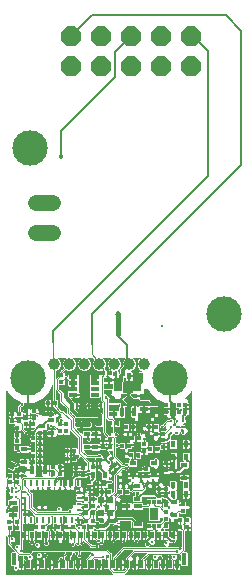
<source format=gbl>
G75*
%MOIN*%
%OFA0B0*%
%FSLAX25Y25*%
%IPPOS*%
%LPD*%
%AMOC8*
5,1,8,0,0,1.08239X$1,22.5*
%
%ADD10R,0.01181X0.01575*%
%ADD11R,0.02362X0.01575*%
%ADD12R,0.01575X0.01181*%
%ADD13R,0.01575X0.03150*%
%ADD14R,0.03150X0.01575*%
%ADD15R,0.01575X0.02362*%
%ADD16R,0.02756X0.03543*%
%ADD17R,0.00394X0.00394*%
%ADD18C,0.00394*%
%ADD19C,0.00200*%
%ADD20C,0.03937*%
%ADD21OC8,0.06600*%
%ADD22C,0.01181*%
%ADD23R,0.01969X0.02362*%
%ADD24C,0.05400*%
%ADD25R,0.00984X0.01870*%
%ADD26R,0.01476X0.00984*%
%ADD27R,0.02756X0.01575*%
%ADD28R,0.02244X0.01969*%
%ADD29C,0.00000*%
%ADD30C,0.00001*%
%ADD31R,0.01181X0.02559*%
%ADD32R,0.01181X0.02362*%
%ADD33R,0.01575X0.03937*%
%ADD34R,0.03150X0.03937*%
%ADD35R,0.01181X0.01772*%
%ADD36C,0.00984*%
%ADD37R,0.03150X0.01181*%
%ADD38C,0.01200*%
%ADD39C,0.00354*%
%ADD40C,0.01102*%
%ADD41C,0.00594*%
%ADD42C,0.11811*%
%ADD43C,0.00787*%
%ADD44C,0.00300*%
%ADD45C,0.01181*%
%ADD46C,0.00591*%
%ADD47C,0.00394*%
%ADD48C,0.00500*%
%ADD49C,0.00236*%
%ADD50C,0.00800*%
%ADD51C,0.01654*%
%ADD52C,0.01575*%
D10*
X0168237Y0069615D03*
X0168197Y0071662D03*
X0170559Y0071662D03*
X0170599Y0069615D03*
X0177134Y0069851D03*
X0179496Y0069851D03*
X0182056Y0069851D03*
X0184418Y0069851D03*
X0186977Y0069930D03*
X0189339Y0069930D03*
X0193079Y0069851D03*
X0193670Y0072016D03*
X0196032Y0072016D03*
X0195441Y0069851D03*
X0199103Y0071977D03*
X0201465Y0071977D03*
X0196032Y0074378D03*
X0193670Y0074378D03*
X0193670Y0076937D03*
X0196032Y0076937D03*
X0196032Y0079300D03*
X0193670Y0079300D03*
X0198906Y0081583D03*
X0201268Y0081583D03*
X0199851Y0084103D03*
X0197489Y0084103D03*
X0198394Y0089930D03*
X0198394Y0092095D03*
X0196032Y0092095D03*
X0196032Y0089930D03*
X0189733Y0092685D03*
X0187370Y0092685D03*
X0187370Y0095244D03*
X0189733Y0095244D03*
X0178315Y0095441D03*
X0178315Y0093473D03*
X0178315Y0091504D03*
X0175953Y0091504D03*
X0175953Y0093473D03*
X0175953Y0095441D03*
X0175953Y0097410D03*
X0175953Y0099378D03*
X0175953Y0101347D03*
X0178315Y0101347D03*
X0178315Y0099378D03*
X0178315Y0097410D03*
X0176071Y0104103D03*
X0173709Y0104103D03*
X0180953Y0111189D03*
X0183315Y0111189D03*
X0199496Y0121150D03*
X0201859Y0121150D03*
X0203512Y0120835D03*
X0205874Y0120835D03*
X0204063Y0104418D03*
X0201701Y0104418D03*
X0206977Y0103276D03*
X0209339Y0103276D03*
X0209024Y0099378D03*
X0211386Y0099378D03*
X0208040Y0097016D03*
X0205678Y0097016D03*
X0208630Y0093867D03*
X0210993Y0093867D03*
X0215048Y0095874D03*
X0217410Y0095874D03*
X0217095Y0100953D03*
X0216937Y0103276D03*
X0214575Y0103276D03*
X0219457Y0100953D03*
X0207449Y0081662D03*
X0205087Y0081662D03*
X0225166Y0072213D03*
X0227528Y0072213D03*
X0227528Y0069851D03*
X0225166Y0069851D03*
X0170835Y0084890D03*
X0170835Y0086937D03*
X0168473Y0086937D03*
X0168473Y0084890D03*
D11*
X0173119Y0091609D03*
X0173119Y0095809D03*
X0179103Y0103578D03*
X0182174Y0105415D03*
X0179103Y0107778D03*
X0182174Y0101215D03*
X0193867Y0100848D03*
X0196859Y0100809D03*
X0196859Y0096609D03*
X0193867Y0096648D03*
X0209221Y0091242D03*
X0209221Y0087042D03*
X0210796Y0083565D03*
X0216307Y0087042D03*
X0216307Y0091242D03*
X0226268Y0090573D03*
X0226268Y0086373D03*
X0223000Y0078053D03*
X0223000Y0073853D03*
X0210796Y0079365D03*
D12*
X0217882Y0080284D03*
X0220205Y0080284D03*
X0220205Y0082646D03*
X0217882Y0082646D03*
X0213748Y0086780D03*
X0211780Y0086780D03*
X0211780Y0089142D03*
X0213748Y0089142D03*
X0212961Y0095048D03*
X0212961Y0097410D03*
X0219457Y0096622D03*
X0219457Y0098985D03*
X0220441Y0091071D03*
X0220441Y0088709D03*
X0220284Y0077174D03*
X0220284Y0074811D03*
X0220244Y0072607D03*
X0220244Y0070244D03*
X0225953Y0075205D03*
X0225953Y0077567D03*
X0203827Y0072331D03*
X0203827Y0069969D03*
X0194851Y0082449D03*
X0194851Y0084811D03*
X0192685Y0087174D03*
X0190323Y0087174D03*
X0190323Y0089536D03*
X0192685Y0089536D03*
X0185008Y0089930D03*
X0182646Y0089930D03*
X0182646Y0087567D03*
X0185008Y0087567D03*
X0170638Y0096229D03*
X0170638Y0098591D03*
X0170638Y0100559D03*
X0170638Y0102922D03*
X0171426Y0105087D03*
X0171426Y0107449D03*
X0168985Y0107449D03*
X0168985Y0105087D03*
X0173788Y0106071D03*
X0173788Y0108433D03*
X0176347Y0108433D03*
X0176347Y0106071D03*
X0184930Y0104103D03*
X0187134Y0104103D03*
X0187134Y0101741D03*
X0184930Y0101741D03*
X0199260Y0098788D03*
X0201583Y0098748D03*
X0201583Y0096386D03*
X0199260Y0096426D03*
X0220441Y0108237D03*
X0220441Y0110599D03*
X0224575Y0110599D03*
X0226741Y0110599D03*
X0226741Y0108237D03*
X0224575Y0108237D03*
X0185441Y0118197D03*
X0185441Y0120559D03*
D13*
X0205625Y0108276D03*
X0209825Y0108276D03*
X0180022Y0088748D03*
X0175822Y0088748D03*
D14*
X0169260Y0078014D03*
X0169260Y0073814D03*
X0202725Y0107633D03*
X0202725Y0111833D03*
X0201071Y0114837D03*
X0201071Y0119037D03*
X0212961Y0113486D03*
X0212961Y0109286D03*
D15*
X0212108Y0120284D03*
X0207908Y0120284D03*
X0222672Y0097646D03*
X0226872Y0097646D03*
X0227030Y0093276D03*
X0222830Y0093276D03*
X0222672Y0083827D03*
X0222672Y0080874D03*
X0226872Y0080874D03*
X0226872Y0083827D03*
G36*
X0202061Y0088901D02*
X0201232Y0090238D01*
X0203239Y0091483D01*
X0204068Y0090146D01*
X0202061Y0088901D01*
G37*
X0200100Y0087174D03*
X0195900Y0087174D03*
G36*
X0199848Y0092471D02*
X0199019Y0093808D01*
X0201026Y0095053D01*
X0201855Y0093716D01*
X0199848Y0092471D01*
G37*
G36*
X0173420Y0087562D02*
X0171931Y0088072D01*
X0172696Y0090306D01*
X0174185Y0089796D01*
X0173420Y0087562D01*
G37*
G36*
X0169446Y0088923D02*
X0167957Y0089433D01*
X0168722Y0091667D01*
X0170211Y0091157D01*
X0169446Y0088923D01*
G37*
D16*
X0204339Y0116819D03*
X0210796Y0116819D03*
D17*
G36*
X0207843Y0112648D02*
X0208121Y0112370D01*
X0207843Y0112092D01*
X0207565Y0112370D01*
X0207843Y0112648D01*
G37*
D18*
X0209536Y0113670D03*
X0209536Y0111071D03*
X0206150Y0111071D03*
X0206150Y0113670D03*
D19*
X0206357Y0113286D02*
X0205343Y0113286D01*
X0205343Y0113138D02*
X0205343Y0114162D01*
X0206957Y0114162D01*
X0206957Y0113886D01*
X0206209Y0113138D01*
X0205343Y0113138D01*
X0205343Y0113484D02*
X0206555Y0113484D01*
X0206754Y0113683D02*
X0205343Y0113683D01*
X0205343Y0113881D02*
X0206952Y0113881D01*
X0206957Y0114080D02*
X0205343Y0114080D01*
X0206587Y0112690D02*
X0209098Y0112690D01*
X0208900Y0112889D02*
X0206786Y0112889D01*
X0206984Y0113087D02*
X0208701Y0113087D01*
X0208503Y0113286D02*
X0207183Y0113286D01*
X0207381Y0113484D02*
X0208304Y0113484D01*
X0208106Y0113683D02*
X0207580Y0113683D01*
X0207778Y0113881D02*
X0207907Y0113881D01*
X0207843Y0113946D02*
X0209418Y0112370D01*
X0207843Y0110795D01*
X0206268Y0112370D01*
X0207843Y0113946D01*
X0208729Y0113886D02*
X0209477Y0113138D01*
X0210343Y0113138D01*
X0210343Y0114162D01*
X0208729Y0114162D01*
X0208729Y0113886D01*
X0208734Y0113881D02*
X0210343Y0113881D01*
X0210343Y0113683D02*
X0208932Y0113683D01*
X0209131Y0113484D02*
X0210343Y0113484D01*
X0210343Y0113286D02*
X0209329Y0113286D01*
X0209297Y0112492D02*
X0206389Y0112492D01*
X0206345Y0112293D02*
X0209341Y0112293D01*
X0209142Y0112095D02*
X0206543Y0112095D01*
X0206742Y0111896D02*
X0208944Y0111896D01*
X0208745Y0111698D02*
X0206941Y0111698D01*
X0207139Y0111499D02*
X0208547Y0111499D01*
X0208348Y0111301D02*
X0207338Y0111301D01*
X0207536Y0111102D02*
X0208150Y0111102D01*
X0207951Y0110904D02*
X0207735Y0110904D01*
X0206957Y0110855D02*
X0206209Y0111603D01*
X0205343Y0111603D01*
X0205343Y0110579D01*
X0206957Y0110579D01*
X0206957Y0110855D01*
X0206908Y0110904D02*
X0205343Y0110904D01*
X0205343Y0111102D02*
X0206710Y0111102D01*
X0206511Y0111301D02*
X0205343Y0111301D01*
X0205343Y0111499D02*
X0206313Y0111499D01*
X0206957Y0110705D02*
X0205343Y0110705D01*
X0202809Y0112631D02*
X0202700Y0112522D01*
X0202562Y0112452D01*
X0202410Y0112428D01*
X0202257Y0112452D01*
X0202120Y0112522D01*
X0202010Y0112631D01*
X0201940Y0112769D01*
X0201916Y0112922D01*
X0201940Y0113074D01*
X0202010Y0113212D01*
X0202120Y0113321D01*
X0202257Y0113391D01*
X0202410Y0113415D01*
X0202562Y0113391D01*
X0202700Y0113321D01*
X0202809Y0113212D01*
X0202879Y0113074D01*
X0202904Y0112922D01*
X0202879Y0112769D01*
X0202809Y0112631D01*
X0202700Y0112522D01*
X0202562Y0112452D01*
X0202410Y0112428D01*
X0202257Y0112452D01*
X0202120Y0112522D01*
X0202010Y0112631D01*
X0201940Y0112769D01*
X0201916Y0112922D01*
X0201940Y0113074D01*
X0202010Y0113212D01*
X0202120Y0113321D01*
X0202257Y0113391D01*
X0202410Y0113415D01*
X0202562Y0113391D01*
X0202700Y0113321D01*
X0202809Y0113212D01*
X0202879Y0113074D01*
X0202904Y0112922D01*
X0202879Y0112769D01*
X0202809Y0112631D01*
X0202700Y0112522D01*
X0202562Y0112452D01*
X0202410Y0112428D01*
X0202257Y0112452D01*
X0202120Y0112522D01*
X0202010Y0112631D01*
X0201940Y0112769D01*
X0201916Y0112922D01*
X0201940Y0113074D01*
X0202010Y0113212D01*
X0202120Y0113321D01*
X0202257Y0113391D01*
X0202410Y0113415D01*
X0202562Y0113391D01*
X0202700Y0113321D01*
X0202809Y0113212D01*
X0202879Y0113074D01*
X0202904Y0112922D01*
X0202879Y0112769D01*
X0202809Y0112631D01*
X0202839Y0112690D02*
X0201981Y0112690D01*
X0202839Y0112690D01*
X0201981Y0112690D01*
X0201921Y0112889D02*
X0202898Y0112889D01*
X0201921Y0112889D01*
X0202898Y0112889D01*
X0202873Y0113087D02*
X0201947Y0113087D01*
X0202873Y0113087D01*
X0201947Y0113087D01*
X0202084Y0113286D02*
X0202735Y0113286D01*
X0202084Y0113286D01*
X0202735Y0113286D01*
X0202640Y0112492D02*
X0202180Y0112492D01*
X0202640Y0112492D01*
X0202180Y0112492D01*
X0200512Y0113056D02*
X0200460Y0112967D01*
X0200381Y0112901D01*
X0200284Y0112866D01*
X0200181Y0112866D01*
X0200084Y0112901D01*
X0200005Y0112967D01*
X0199954Y0113056D01*
X0199936Y0113158D01*
X0199954Y0113259D01*
X0200005Y0113349D01*
X0200084Y0113415D01*
X0200181Y0113450D01*
X0200284Y0113450D01*
X0200381Y0113415D01*
X0200460Y0113349D01*
X0200512Y0113259D01*
X0200530Y0113158D01*
X0200512Y0113056D01*
X0200517Y0113087D02*
X0199948Y0113087D01*
X0199969Y0113286D02*
X0200496Y0113286D01*
X0200348Y0112889D02*
X0200118Y0112889D01*
X0203824Y0116225D02*
X0203678Y0116394D01*
X0203585Y0116598D01*
X0203553Y0116819D01*
X0203585Y0117041D01*
X0203678Y0117244D01*
X0203824Y0117413D01*
X0204013Y0117534D01*
X0204227Y0117597D01*
X0204451Y0117597D01*
X0204665Y0117534D01*
X0204854Y0117413D01*
X0205000Y0117244D01*
X0205093Y0117041D01*
X0205125Y0116819D01*
X0205093Y0116598D01*
X0205000Y0116394D01*
X0204854Y0116225D01*
X0204665Y0116104D01*
X0204451Y0116041D01*
X0204227Y0116041D01*
X0204013Y0116104D01*
X0203824Y0116225D01*
X0203678Y0116394D01*
X0203585Y0116598D01*
X0203553Y0116819D01*
X0203585Y0117041D01*
X0203678Y0117244D01*
X0203824Y0117413D01*
X0204013Y0117534D01*
X0204227Y0117597D01*
X0204451Y0117597D01*
X0204665Y0117534D01*
X0204854Y0117413D01*
X0205000Y0117244D01*
X0205093Y0117041D01*
X0205125Y0116819D01*
X0205093Y0116598D01*
X0205000Y0116394D01*
X0204854Y0116225D01*
X0204665Y0116104D01*
X0204451Y0116041D01*
X0204227Y0116041D01*
X0204013Y0116104D01*
X0203824Y0116225D01*
X0203791Y0116263D02*
X0204886Y0116263D01*
X0203791Y0116263D01*
X0203647Y0116462D02*
X0205031Y0116462D01*
X0203647Y0116462D01*
X0203576Y0116660D02*
X0205102Y0116660D01*
X0203576Y0116660D01*
X0203559Y0116859D02*
X0205119Y0116859D01*
X0203559Y0116859D01*
X0203593Y0117057D02*
X0205085Y0117057D01*
X0203593Y0117057D01*
X0203688Y0117256D02*
X0204990Y0117256D01*
X0203688Y0117256D01*
X0203889Y0117454D02*
X0204789Y0117454D01*
X0203889Y0117454D01*
X0204147Y0116065D02*
X0204531Y0116065D01*
X0204147Y0116065D01*
X0208729Y0114080D02*
X0210343Y0114080D01*
X0210684Y0115923D02*
X0210469Y0115986D01*
X0210281Y0116107D01*
X0210135Y0116276D01*
X0210042Y0116480D01*
X0210010Y0116701D01*
X0210042Y0116923D01*
X0210135Y0117126D01*
X0210281Y0117295D01*
X0210469Y0117416D01*
X0210684Y0117479D01*
X0210908Y0117479D01*
X0211122Y0117416D01*
X0211310Y0117295D01*
X0211457Y0117126D01*
X0211550Y0116923D01*
X0211581Y0116701D01*
X0211550Y0116480D01*
X0211457Y0116276D01*
X0211310Y0116107D01*
X0211122Y0115986D01*
X0210908Y0115923D01*
X0210684Y0115923D01*
X0210469Y0115986D01*
X0210281Y0116107D01*
X0210135Y0116276D01*
X0210042Y0116480D01*
X0210010Y0116701D01*
X0210042Y0116923D01*
X0210135Y0117126D01*
X0210281Y0117295D01*
X0210469Y0117416D01*
X0210684Y0117479D01*
X0210908Y0117479D01*
X0211122Y0117416D01*
X0211310Y0117295D01*
X0211457Y0117126D01*
X0211550Y0116923D01*
X0211581Y0116701D01*
X0211550Y0116480D01*
X0211457Y0116276D01*
X0211310Y0116107D01*
X0211122Y0115986D01*
X0210908Y0115923D01*
X0210684Y0115923D01*
X0210347Y0116065D02*
X0211244Y0116065D01*
X0210347Y0116065D01*
X0210146Y0116263D02*
X0211446Y0116263D01*
X0210146Y0116263D01*
X0210050Y0116462D02*
X0211541Y0116462D01*
X0210050Y0116462D01*
X0210016Y0116660D02*
X0211576Y0116660D01*
X0210016Y0116660D01*
X0210033Y0116859D02*
X0211559Y0116859D01*
X0210033Y0116859D01*
X0210103Y0117057D02*
X0211488Y0117057D01*
X0210103Y0117057D01*
X0210247Y0117256D02*
X0211344Y0117256D01*
X0210247Y0117256D01*
X0210600Y0117454D02*
X0210991Y0117454D01*
X0210600Y0117454D01*
X0210343Y0111603D02*
X0209477Y0111603D01*
X0208729Y0110855D01*
X0208729Y0110579D01*
X0210343Y0110579D01*
X0210343Y0111603D01*
X0210343Y0111499D02*
X0209373Y0111499D01*
X0209175Y0111301D02*
X0210343Y0111301D01*
X0210343Y0111102D02*
X0208976Y0111102D01*
X0208778Y0110904D02*
X0210343Y0110904D01*
X0210343Y0110705D02*
X0208729Y0110705D01*
X0213828Y0106873D02*
X0213937Y0106982D01*
X0214075Y0107053D01*
X0214227Y0107077D01*
X0214380Y0107053D01*
X0214517Y0106982D01*
X0214627Y0106873D01*
X0214697Y0106736D01*
X0214721Y0106583D01*
X0214697Y0106431D01*
X0214627Y0106293D01*
X0214517Y0106184D01*
X0214380Y0106114D01*
X0214227Y0106089D01*
X0214075Y0106114D01*
X0213937Y0106184D01*
X0213828Y0106293D01*
X0213758Y0106431D01*
X0213733Y0106583D01*
X0213758Y0106736D01*
X0213828Y0106873D01*
X0213888Y0106933D02*
X0214566Y0106933D01*
X0214697Y0106735D02*
X0213757Y0106735D01*
X0213741Y0106536D02*
X0214713Y0106536D01*
X0214649Y0106338D02*
X0213805Y0106338D01*
X0214024Y0106139D02*
X0214430Y0106139D01*
X0216671Y0103524D02*
X0216750Y0103591D01*
X0216846Y0103626D01*
X0216950Y0103626D01*
X0217046Y0103591D01*
X0217125Y0103524D01*
X0217177Y0103435D01*
X0217195Y0103333D01*
X0217177Y0103232D01*
X0217125Y0103143D01*
X0217046Y0103076D01*
X0216950Y0103041D01*
X0216846Y0103041D01*
X0216750Y0103076D01*
X0216671Y0103143D01*
X0216619Y0103232D01*
X0216601Y0103333D01*
X0216619Y0103435D01*
X0216671Y0103524D01*
X0216712Y0103559D02*
X0217084Y0103559D01*
X0217190Y0103360D02*
X0216606Y0103360D01*
X0216660Y0103162D02*
X0217136Y0103162D01*
X0218570Y0103315D02*
X0218588Y0103417D01*
X0218639Y0103506D01*
X0218718Y0103572D01*
X0218815Y0103608D01*
X0218918Y0103608D01*
X0219015Y0103572D01*
X0219094Y0103506D01*
X0219145Y0103417D01*
X0219163Y0103315D01*
X0219145Y0103214D01*
X0219094Y0103125D01*
X0219015Y0103058D01*
X0218918Y0103023D01*
X0218815Y0103023D01*
X0218718Y0103058D01*
X0218639Y0103125D01*
X0218588Y0103214D01*
X0218570Y0103315D01*
X0218578Y0103360D02*
X0219155Y0103360D01*
X0219115Y0103162D02*
X0218618Y0103162D01*
X0218702Y0103559D02*
X0219031Y0103559D01*
X0222704Y0104103D02*
X0222721Y0104204D01*
X0222773Y0104294D01*
X0222852Y0104360D01*
X0222949Y0104395D01*
X0223052Y0104395D01*
X0223149Y0104360D01*
X0223228Y0104294D01*
X0223279Y0104204D01*
X0223297Y0104103D01*
X0223279Y0104001D01*
X0223228Y0103912D01*
X0223149Y0103846D01*
X0223052Y0103810D01*
X0222949Y0103810D01*
X0222852Y0103846D01*
X0222773Y0103912D01*
X0222721Y0104001D01*
X0222704Y0104103D01*
X0222713Y0104154D02*
X0223288Y0104154D01*
X0223253Y0103956D02*
X0222748Y0103956D01*
X0222843Y0104353D02*
X0223157Y0104353D01*
X0223528Y0101628D02*
X0223631Y0101628D01*
X0223728Y0101592D01*
X0223807Y0101526D01*
X0223858Y0101437D01*
X0223876Y0101335D01*
X0223858Y0101234D01*
X0223807Y0101145D01*
X0223728Y0101078D01*
X0223631Y0101043D01*
X0223528Y0101043D01*
X0223431Y0101078D01*
X0223352Y0101145D01*
X0223301Y0101234D01*
X0223283Y0101335D01*
X0223301Y0101437D01*
X0223352Y0101526D01*
X0223431Y0101592D01*
X0223528Y0101628D01*
X0223408Y0101574D02*
X0223750Y0101574D01*
X0223869Y0101375D02*
X0223290Y0101375D01*
X0223334Y0101177D02*
X0223825Y0101177D01*
X0225399Y0102052D02*
X0225450Y0101963D01*
X0225529Y0101897D01*
X0225626Y0101862D01*
X0225729Y0101862D01*
X0225826Y0101897D01*
X0225905Y0101963D01*
X0225957Y0102052D01*
X0225974Y0102154D01*
X0225957Y0102255D01*
X0225905Y0102345D01*
X0225826Y0102411D01*
X0225792Y0102423D01*
X0225584Y0102423D01*
X0225578Y0102429D01*
X0225529Y0102411D01*
X0225450Y0102345D01*
X0225399Y0102255D01*
X0225381Y0102154D01*
X0225399Y0102052D01*
X0225446Y0101971D02*
X0225909Y0101971D01*
X0225972Y0102169D02*
X0225383Y0102169D01*
X0225477Y0102368D02*
X0225878Y0102368D01*
X0226492Y0107091D02*
X0226395Y0107126D01*
X0226316Y0107192D01*
X0226265Y0107282D01*
X0226247Y0107383D01*
X0226265Y0107485D01*
X0226316Y0107574D01*
X0226395Y0107640D01*
X0226492Y0107675D01*
X0226595Y0107675D01*
X0226692Y0107640D01*
X0226771Y0107574D01*
X0226823Y0107485D01*
X0226841Y0107383D01*
X0226823Y0107282D01*
X0226771Y0107192D01*
X0226692Y0107126D01*
X0226595Y0107091D01*
X0226492Y0107091D01*
X0226395Y0107126D01*
X0226316Y0107192D01*
X0226265Y0107282D01*
X0226247Y0107383D01*
X0226265Y0107485D01*
X0226316Y0107574D01*
X0226395Y0107640D01*
X0226492Y0107675D01*
X0226595Y0107675D01*
X0226692Y0107640D01*
X0226771Y0107574D01*
X0226823Y0107485D01*
X0226841Y0107383D01*
X0226823Y0107282D01*
X0226771Y0107192D01*
X0226692Y0107126D01*
X0226595Y0107091D01*
X0226492Y0107091D01*
X0226388Y0107132D02*
X0226699Y0107132D01*
X0226388Y0107132D01*
X0226256Y0107330D02*
X0226831Y0107330D01*
X0226256Y0107330D01*
X0226290Y0107529D02*
X0226797Y0107529D01*
X0226290Y0107529D01*
X0225314Y0108767D02*
X0225217Y0108732D01*
X0225114Y0108732D01*
X0225017Y0108767D01*
X0224938Y0108833D01*
X0224887Y0108922D01*
X0224869Y0109024D01*
X0224887Y0109126D01*
X0224938Y0109215D01*
X0225017Y0109281D01*
X0225114Y0109316D01*
X0225217Y0109316D01*
X0225314Y0109281D01*
X0225393Y0109215D01*
X0225445Y0109126D01*
X0225463Y0109024D01*
X0225445Y0108922D01*
X0225393Y0108833D01*
X0225314Y0108767D01*
X0225442Y0108918D02*
X0224889Y0108918D01*
X0224885Y0109117D02*
X0225446Y0109117D01*
X0225220Y0109315D02*
X0225112Y0109315D01*
X0224824Y0110240D02*
X0224720Y0110240D01*
X0224624Y0110276D01*
X0224545Y0110342D01*
X0224493Y0110431D01*
X0224475Y0110533D01*
X0224493Y0110634D01*
X0224545Y0110723D01*
X0224624Y0110790D01*
X0224720Y0110825D01*
X0224824Y0110825D01*
X0224920Y0110790D01*
X0224999Y0110723D01*
X0225051Y0110634D01*
X0225069Y0110533D01*
X0225051Y0110431D01*
X0224999Y0110342D01*
X0224920Y0110276D01*
X0224824Y0110240D01*
X0224959Y0110308D02*
X0224585Y0110308D01*
X0224480Y0110507D02*
X0225064Y0110507D01*
X0225010Y0110705D02*
X0224534Y0110705D01*
X0220738Y0110533D02*
X0220720Y0110431D01*
X0220669Y0110342D01*
X0220590Y0110276D01*
X0220493Y0110240D01*
X0220390Y0110240D01*
X0220293Y0110276D01*
X0220214Y0110342D01*
X0220162Y0110431D01*
X0220144Y0110533D01*
X0220162Y0110634D01*
X0220214Y0110723D01*
X0220293Y0110790D01*
X0220390Y0110825D01*
X0220493Y0110825D01*
X0220590Y0110790D01*
X0220669Y0110723D01*
X0220720Y0110634D01*
X0220738Y0110533D01*
X0220734Y0110507D02*
X0220149Y0110507D01*
X0220203Y0110705D02*
X0220679Y0110705D01*
X0220628Y0110308D02*
X0220254Y0110308D01*
X0220587Y0108529D02*
X0220690Y0108529D01*
X0220787Y0108494D01*
X0220866Y0108427D01*
X0220917Y0108338D01*
X0220935Y0108237D01*
X0220917Y0108135D01*
X0220866Y0108046D01*
X0220787Y0107980D01*
X0220690Y0107944D01*
X0220587Y0107944D01*
X0220490Y0107980D01*
X0220411Y0108046D01*
X0220359Y0108135D01*
X0220341Y0108237D01*
X0220359Y0108338D01*
X0220411Y0108427D01*
X0220490Y0108494D01*
X0220587Y0108529D01*
X0220566Y0108521D02*
X0220710Y0108521D01*
X0220920Y0108323D02*
X0220357Y0108323D01*
X0220365Y0108124D02*
X0220911Y0108124D01*
X0211338Y0101026D02*
X0211390Y0100937D01*
X0211407Y0100835D01*
X0211390Y0100734D01*
X0211338Y0100644D01*
X0211259Y0100578D01*
X0211162Y0100543D01*
X0211059Y0100543D01*
X0210962Y0100578D01*
X0210883Y0100644D01*
X0210832Y0100734D01*
X0210814Y0100835D01*
X0210832Y0100937D01*
X0210883Y0101026D01*
X0210962Y0101092D01*
X0211059Y0101127D01*
X0211162Y0101127D01*
X0211259Y0101092D01*
X0211338Y0101026D01*
X0211366Y0100978D02*
X0210856Y0100978D01*
X0210824Y0100779D02*
X0211398Y0100779D01*
X0211263Y0100581D02*
X0210959Y0100581D01*
X0209251Y0099569D02*
X0209303Y0099480D01*
X0209321Y0099378D01*
X0209303Y0099277D01*
X0209251Y0099188D01*
X0209172Y0099121D01*
X0209076Y0099086D01*
X0208972Y0099086D01*
X0208876Y0099121D01*
X0208797Y0099188D01*
X0208745Y0099277D01*
X0208727Y0099378D01*
X0208745Y0099480D01*
X0208797Y0099569D01*
X0208876Y0099635D01*
X0208972Y0099671D01*
X0209076Y0099671D01*
X0209172Y0099635D01*
X0209251Y0099569D01*
X0209228Y0099588D02*
X0208820Y0099588D01*
X0208729Y0099390D02*
X0209319Y0099390D01*
X0209254Y0099191D02*
X0208794Y0099191D01*
X0208972Y0097702D02*
X0209076Y0097702D01*
X0209172Y0097667D01*
X0209251Y0097601D01*
X0209303Y0097511D01*
X0209321Y0097410D01*
X0209303Y0097308D01*
X0209251Y0097219D01*
X0209172Y0097153D01*
X0209076Y0097118D01*
X0208972Y0097118D01*
X0208876Y0097153D01*
X0208797Y0097219D01*
X0208745Y0097308D01*
X0208727Y0097410D01*
X0208745Y0097511D01*
X0208797Y0097601D01*
X0208876Y0097667D01*
X0208972Y0097702D01*
X0208800Y0097603D02*
X0209248Y0097603D01*
X0209320Y0097405D02*
X0208728Y0097405D01*
X0208812Y0097206D02*
X0209236Y0097206D01*
X0210844Y0093730D02*
X0210941Y0093765D01*
X0211044Y0093765D01*
X0211141Y0093730D01*
X0211220Y0093664D01*
X0211271Y0093574D01*
X0211289Y0093473D01*
X0211271Y0093371D01*
X0211220Y0093282D01*
X0211141Y0093216D01*
X0211044Y0093180D01*
X0210941Y0093180D01*
X0210844Y0093216D01*
X0210765Y0093282D01*
X0210714Y0093371D01*
X0210696Y0093473D01*
X0210714Y0093574D01*
X0210765Y0093664D01*
X0210844Y0093730D01*
X0210747Y0093633D02*
X0211238Y0093633D01*
X0211283Y0093435D02*
X0210702Y0093435D01*
X0210820Y0093236D02*
X0211165Y0093236D01*
X0209303Y0092393D02*
X0209321Y0092292D01*
X0209303Y0092190D01*
X0209251Y0092101D01*
X0209172Y0092035D01*
X0209076Y0091999D01*
X0208972Y0091999D01*
X0208876Y0092035D01*
X0208797Y0092101D01*
X0208745Y0092190D01*
X0208727Y0092292D01*
X0208745Y0092393D01*
X0208797Y0092483D01*
X0208876Y0092549D01*
X0208972Y0092584D01*
X0209076Y0092584D01*
X0209172Y0092549D01*
X0209251Y0092483D01*
X0209303Y0092393D01*
X0209321Y0092292D01*
X0209303Y0092190D01*
X0209251Y0092101D01*
X0209172Y0092035D01*
X0209076Y0091999D01*
X0208972Y0091999D01*
X0208876Y0092035D01*
X0208797Y0092101D01*
X0208745Y0092190D01*
X0208727Y0092292D01*
X0208745Y0092393D01*
X0208797Y0092483D01*
X0208876Y0092549D01*
X0208972Y0092584D01*
X0209076Y0092584D01*
X0209172Y0092549D01*
X0209251Y0092483D01*
X0209303Y0092393D01*
X0209275Y0092442D02*
X0208773Y0092442D01*
X0209275Y0092442D01*
X0209312Y0092244D02*
X0208736Y0092244D01*
X0209312Y0092244D01*
X0209185Y0092045D02*
X0208863Y0092045D01*
X0209185Y0092045D01*
X0207264Y0090927D02*
X0207315Y0090838D01*
X0207333Y0090736D01*
X0207315Y0090634D01*
X0207264Y0090545D01*
X0207185Y0090479D01*
X0207088Y0090444D01*
X0206985Y0090444D01*
X0206888Y0090479D01*
X0206809Y0090545D01*
X0206758Y0090634D01*
X0206740Y0090736D01*
X0206758Y0090838D01*
X0206809Y0090927D01*
X0206888Y0090993D01*
X0206985Y0091028D01*
X0207088Y0091028D01*
X0207185Y0090993D01*
X0207264Y0090927D01*
X0207306Y0090854D02*
X0206767Y0090854D01*
X0206754Y0090655D02*
X0207319Y0090655D01*
X0207124Y0090457D02*
X0206949Y0090457D01*
X0207004Y0089828D02*
X0207107Y0089828D01*
X0207204Y0089793D01*
X0207283Y0089727D01*
X0207334Y0089637D01*
X0207352Y0089536D01*
X0207334Y0089434D01*
X0207283Y0089345D01*
X0207204Y0089279D01*
X0207107Y0089243D01*
X0207004Y0089243D01*
X0206907Y0089279D01*
X0206828Y0089345D01*
X0206777Y0089434D01*
X0206759Y0089536D01*
X0206777Y0089637D01*
X0206828Y0089727D01*
X0206907Y0089793D01*
X0207004Y0089828D01*
X0206791Y0089663D02*
X0207320Y0089663D01*
X0207340Y0089464D02*
X0206771Y0089464D01*
X0206943Y0089266D02*
X0207168Y0089266D01*
X0208993Y0087233D02*
X0209072Y0087299D01*
X0209169Y0087334D01*
X0209272Y0087334D01*
X0209369Y0087299D01*
X0209448Y0087233D01*
X0209500Y0087144D01*
X0209518Y0087042D01*
X0209500Y0086941D01*
X0209448Y0086851D01*
X0209369Y0086785D01*
X0209272Y0086750D01*
X0209169Y0086750D01*
X0209072Y0086785D01*
X0208993Y0086851D01*
X0208942Y0086941D01*
X0208924Y0087042D01*
X0208942Y0087144D01*
X0208993Y0087233D01*
X0209050Y0087281D02*
X0209391Y0087281D01*
X0209511Y0087082D02*
X0208931Y0087082D01*
X0208975Y0086884D02*
X0209467Y0086884D01*
X0209469Y0083923D02*
X0209566Y0083887D01*
X0209645Y0083821D01*
X0209697Y0083732D01*
X0209715Y0083630D01*
X0209697Y0083529D01*
X0209645Y0083440D01*
X0209566Y0083373D01*
X0209469Y0083338D01*
X0209366Y0083338D01*
X0209269Y0083373D01*
X0209190Y0083440D01*
X0209139Y0083529D01*
X0209121Y0083630D01*
X0209139Y0083732D01*
X0209190Y0083821D01*
X0209269Y0083887D01*
X0209366Y0083923D01*
X0209469Y0083923D01*
X0209515Y0083906D02*
X0209320Y0083906D01*
X0209134Y0083708D02*
X0209701Y0083708D01*
X0209685Y0083509D02*
X0209150Y0083509D01*
X0210536Y0081472D02*
X0210633Y0081508D01*
X0210736Y0081508D01*
X0210833Y0081472D01*
X0210912Y0081406D01*
X0210964Y0081317D01*
X0210981Y0081215D01*
X0210964Y0081114D01*
X0210912Y0081025D01*
X0210833Y0080958D01*
X0210736Y0080923D01*
X0210633Y0080923D01*
X0210536Y0080958D01*
X0210457Y0081025D01*
X0210406Y0081114D01*
X0210388Y0081215D01*
X0210406Y0081317D01*
X0210457Y0081406D01*
X0210536Y0081472D01*
X0210411Y0081325D02*
X0210959Y0081325D01*
X0210966Y0081127D02*
X0210403Y0081127D01*
X0210618Y0080928D02*
X0210751Y0080928D01*
X0212813Y0083373D02*
X0212734Y0083440D01*
X0212682Y0083529D01*
X0212664Y0083630D01*
X0212682Y0083732D01*
X0212734Y0083821D01*
X0212813Y0083887D01*
X0212909Y0083923D01*
X0213013Y0083923D01*
X0213109Y0083887D01*
X0213188Y0083821D01*
X0213240Y0083732D01*
X0213258Y0083630D01*
X0213240Y0083529D01*
X0213188Y0083440D01*
X0213109Y0083373D01*
X0213013Y0083338D01*
X0212909Y0083338D01*
X0212813Y0083373D01*
X0212694Y0083509D02*
X0213229Y0083509D01*
X0213244Y0083708D02*
X0212678Y0083708D01*
X0212864Y0083906D02*
X0213058Y0083906D01*
X0216697Y0080986D02*
X0216776Y0081053D01*
X0216873Y0081088D01*
X0216976Y0081088D01*
X0217073Y0081053D01*
X0217152Y0080986D01*
X0217204Y0080897D01*
X0217222Y0080796D01*
X0217204Y0080694D01*
X0217152Y0080605D01*
X0217073Y0080539D01*
X0216976Y0080503D01*
X0216873Y0080503D01*
X0216776Y0080539D01*
X0216697Y0080605D01*
X0216646Y0080694D01*
X0216628Y0080796D01*
X0216646Y0080897D01*
X0216697Y0080986D01*
X0216776Y0081053D01*
X0216873Y0081088D01*
X0216976Y0081088D01*
X0217073Y0081053D01*
X0217152Y0080986D01*
X0217204Y0080897D01*
X0217222Y0080796D01*
X0217204Y0080694D01*
X0217152Y0080605D01*
X0217073Y0080539D01*
X0216976Y0080503D01*
X0216873Y0080503D01*
X0216776Y0080539D01*
X0216697Y0080605D01*
X0216646Y0080694D01*
X0216628Y0080796D01*
X0216646Y0080897D01*
X0216697Y0080986D01*
X0216664Y0080928D02*
X0217186Y0080928D01*
X0216664Y0080928D01*
X0216640Y0080730D02*
X0217210Y0080730D01*
X0216640Y0080730D01*
X0216796Y0080531D02*
X0217053Y0080531D01*
X0216796Y0080531D01*
X0221001Y0076609D02*
X0221080Y0076676D01*
X0221177Y0076711D01*
X0221280Y0076711D01*
X0221377Y0076676D01*
X0221456Y0076609D01*
X0221508Y0076520D01*
X0221526Y0076419D01*
X0221508Y0076317D01*
X0221456Y0076228D01*
X0221377Y0076161D01*
X0221280Y0076126D01*
X0221177Y0076126D01*
X0221080Y0076161D01*
X0221001Y0076228D01*
X0220950Y0076317D01*
X0220932Y0076419D01*
X0220950Y0076520D01*
X0221001Y0076609D01*
X0220973Y0076561D02*
X0221484Y0076561D01*
X0221516Y0076363D02*
X0220942Y0076363D01*
X0221077Y0076164D02*
X0221380Y0076164D01*
X0222060Y0074651D02*
X0222213Y0074675D01*
X0222366Y0074651D01*
X0222503Y0074581D01*
X0222612Y0074472D01*
X0222683Y0074334D01*
X0222707Y0074181D01*
X0222683Y0074029D01*
X0222612Y0073891D01*
X0222503Y0073782D01*
X0221923Y0073782D01*
X0221814Y0073891D01*
X0221743Y0074029D01*
X0221719Y0074181D01*
X0221743Y0074334D01*
X0221814Y0074472D01*
X0221923Y0074581D01*
X0222060Y0074651D01*
X0221918Y0074576D02*
X0222508Y0074576D01*
X0222660Y0074377D02*
X0221766Y0074377D01*
X0221720Y0074179D02*
X0222706Y0074179D01*
X0222658Y0073980D02*
X0221768Y0073980D01*
X0221923Y0073782D02*
X0222060Y0073712D01*
X0222213Y0073688D01*
X0222366Y0073712D01*
X0222503Y0073782D01*
X0224781Y0077113D02*
X0224702Y0077180D01*
X0224651Y0077269D01*
X0224633Y0077370D01*
X0224651Y0077472D01*
X0224702Y0077561D01*
X0224781Y0077628D01*
X0224878Y0077663D01*
X0224981Y0077663D01*
X0225078Y0077628D01*
X0225157Y0077561D01*
X0225208Y0077472D01*
X0225226Y0077370D01*
X0225208Y0077269D01*
X0225157Y0077180D01*
X0225078Y0077113D01*
X0224981Y0077078D01*
X0224878Y0077078D01*
X0224781Y0077113D01*
X0224730Y0077157D02*
X0225130Y0077157D01*
X0225224Y0077355D02*
X0224635Y0077355D01*
X0224698Y0077554D02*
X0225161Y0077554D01*
X0223031Y0079640D02*
X0222952Y0079574D01*
X0222855Y0079539D01*
X0222752Y0079539D01*
X0222855Y0079539D01*
X0222752Y0079539D02*
X0222655Y0079574D01*
X0222576Y0079640D01*
X0222525Y0079730D01*
X0222507Y0079831D01*
X0222525Y0079933D01*
X0222576Y0080022D01*
X0222655Y0080088D01*
X0222752Y0080123D01*
X0222855Y0080123D01*
X0222952Y0080088D01*
X0223031Y0080022D01*
X0223082Y0079933D01*
X0223100Y0079831D01*
X0223082Y0079730D01*
X0223031Y0079640D01*
X0223084Y0079737D02*
X0222523Y0079737D01*
X0222526Y0079936D02*
X0223081Y0079936D01*
X0222521Y0082979D02*
X0222368Y0083003D01*
X0222231Y0083073D01*
X0222121Y0083183D01*
X0222051Y0083320D01*
X0222027Y0083473D01*
X0222051Y0083625D01*
X0222121Y0083763D01*
X0222231Y0083872D01*
X0222368Y0083942D01*
X0222521Y0083967D01*
X0222673Y0083942D01*
X0222811Y0083872D01*
X0222920Y0083763D01*
X0222990Y0083625D01*
X0223015Y0083473D01*
X0222990Y0083320D01*
X0222920Y0083183D01*
X0222811Y0083073D01*
X0222673Y0083003D01*
X0222521Y0082979D01*
X0222192Y0083112D02*
X0222850Y0083112D01*
X0222985Y0083310D02*
X0222056Y0083310D01*
X0222033Y0083509D02*
X0223009Y0083509D01*
X0222949Y0083708D02*
X0222093Y0083708D01*
X0222297Y0083906D02*
X0222745Y0083906D01*
X0226404Y0083355D02*
X0226422Y0083456D01*
X0226474Y0083546D01*
X0226553Y0083612D01*
X0226650Y0083647D01*
X0226753Y0083647D01*
X0226850Y0083612D01*
X0226929Y0083546D01*
X0226980Y0083456D01*
X0226998Y0083355D01*
X0226980Y0083253D01*
X0226929Y0083164D01*
X0226850Y0083098D01*
X0226753Y0083062D01*
X0226650Y0083062D01*
X0226553Y0083098D01*
X0226474Y0083164D01*
X0226422Y0083253D01*
X0226404Y0083355D01*
X0226412Y0083310D02*
X0226990Y0083310D01*
X0226950Y0083509D02*
X0226453Y0083509D01*
X0226536Y0083112D02*
X0226867Y0083112D01*
X0223448Y0088388D02*
X0223310Y0088318D01*
X0223158Y0088294D01*
X0223005Y0088318D01*
X0222868Y0088388D01*
X0222758Y0088498D01*
X0222688Y0088635D01*
X0222664Y0088788D01*
X0222688Y0088940D01*
X0222758Y0089078D01*
X0222868Y0089187D01*
X0223005Y0089257D01*
X0223158Y0089281D01*
X0223310Y0089257D01*
X0223448Y0089187D01*
X0223557Y0089078D01*
X0223627Y0088940D01*
X0223652Y0088788D01*
X0223627Y0088635D01*
X0223557Y0088498D01*
X0223448Y0088388D01*
X0223310Y0088318D01*
X0223158Y0088294D01*
X0223005Y0088318D01*
X0222868Y0088388D01*
X0222758Y0088498D01*
X0222688Y0088635D01*
X0222664Y0088788D01*
X0222688Y0088940D01*
X0222758Y0089078D01*
X0222868Y0089187D01*
X0223005Y0089257D01*
X0223158Y0089281D01*
X0223310Y0089257D01*
X0223448Y0089187D01*
X0223557Y0089078D01*
X0223627Y0088940D01*
X0223652Y0088788D01*
X0223627Y0088635D01*
X0223557Y0088498D01*
X0223448Y0088388D01*
X0223310Y0088318D01*
X0223158Y0088294D01*
X0223005Y0088318D01*
X0222868Y0088388D01*
X0222758Y0088498D01*
X0222688Y0088635D01*
X0222664Y0088788D01*
X0222688Y0088940D01*
X0222758Y0089078D01*
X0222868Y0089187D01*
X0223005Y0089257D01*
X0223158Y0089281D01*
X0223310Y0089257D01*
X0223448Y0089187D01*
X0223557Y0089078D01*
X0223627Y0088940D01*
X0223652Y0088788D01*
X0223627Y0088635D01*
X0223557Y0088498D01*
X0223448Y0088388D01*
X0223531Y0088472D02*
X0222784Y0088472D01*
X0223531Y0088472D01*
X0222784Y0088472D01*
X0222683Y0088670D02*
X0223633Y0088670D01*
X0222683Y0088670D01*
X0223633Y0088670D01*
X0223639Y0088869D02*
X0222677Y0088869D01*
X0223639Y0088869D01*
X0222677Y0088869D01*
X0222753Y0089067D02*
X0223563Y0089067D01*
X0222753Y0089067D01*
X0223563Y0089067D01*
X0223257Y0089266D02*
X0223059Y0089266D01*
X0223257Y0089266D01*
X0223059Y0089266D01*
X0223144Y0092585D02*
X0222992Y0092610D01*
X0222854Y0092680D01*
X0222745Y0092789D01*
X0222675Y0092927D01*
X0222651Y0093079D01*
X0222675Y0093232D01*
X0222745Y0093369D01*
X0222854Y0093479D01*
X0222992Y0093549D01*
X0223144Y0093573D01*
X0223297Y0093549D01*
X0223435Y0093479D01*
X0223544Y0093369D01*
X0223614Y0093232D01*
X0223638Y0093079D01*
X0223614Y0092927D01*
X0223544Y0092789D01*
X0223435Y0092680D01*
X0223297Y0092610D01*
X0223144Y0092585D01*
X0222992Y0092610D01*
X0222854Y0092680D01*
X0222745Y0092789D01*
X0222675Y0092927D01*
X0222651Y0093079D01*
X0222675Y0093232D01*
X0222745Y0093369D01*
X0222854Y0093479D01*
X0222992Y0093549D01*
X0223144Y0093573D01*
X0223297Y0093549D01*
X0223435Y0093479D01*
X0223544Y0093369D01*
X0223614Y0093232D01*
X0223638Y0093079D01*
X0223614Y0092927D01*
X0223544Y0092789D01*
X0223435Y0092680D01*
X0223297Y0092610D01*
X0223144Y0092585D01*
X0222931Y0092641D02*
X0223358Y0092641D01*
X0222931Y0092641D01*
X0222720Y0092839D02*
X0223569Y0092839D01*
X0222720Y0092839D01*
X0222657Y0093038D02*
X0223632Y0093038D01*
X0222657Y0093038D01*
X0222677Y0093236D02*
X0223612Y0093236D01*
X0222677Y0093236D01*
X0222810Y0093435D02*
X0223479Y0093435D01*
X0222810Y0093435D01*
X0227092Y0092236D02*
X0227143Y0092325D01*
X0227222Y0092391D01*
X0227319Y0092427D01*
X0227422Y0092427D01*
X0227519Y0092391D01*
X0227598Y0092325D01*
X0227649Y0092236D01*
X0227667Y0092134D01*
X0227649Y0092033D01*
X0227598Y0091943D01*
X0227519Y0091877D01*
X0227422Y0091842D01*
X0227319Y0091842D01*
X0227222Y0091877D01*
X0227143Y0091943D01*
X0227092Y0092033D01*
X0227074Y0092134D01*
X0227092Y0092236D01*
X0227096Y0092244D02*
X0227645Y0092244D01*
X0227652Y0092045D02*
X0227089Y0092045D01*
X0227306Y0091846D02*
X0227435Y0091846D01*
X0217964Y0096127D02*
X0217913Y0096038D01*
X0217834Y0095972D01*
X0217737Y0095936D01*
X0217634Y0095936D01*
X0217537Y0095972D01*
X0217458Y0096038D01*
X0217406Y0096127D01*
X0217389Y0096229D01*
X0217406Y0096330D01*
X0217458Y0096420D01*
X0217537Y0096486D01*
X0217634Y0096521D01*
X0217737Y0096521D01*
X0217834Y0096486D01*
X0217913Y0096420D01*
X0217964Y0096330D01*
X0217982Y0096229D01*
X0217964Y0096127D01*
X0217980Y0096214D02*
X0217391Y0096214D01*
X0217454Y0096412D02*
X0217917Y0096412D01*
X0217886Y0096015D02*
X0217485Y0096015D01*
X0215226Y0096032D02*
X0215208Y0095930D01*
X0215157Y0095841D01*
X0215078Y0095775D01*
X0214981Y0095740D01*
X0214878Y0095740D01*
X0214781Y0095775D01*
X0214702Y0095841D01*
X0214651Y0095930D01*
X0214633Y0096032D01*
X0214651Y0096133D01*
X0214702Y0096223D01*
X0214781Y0096289D01*
X0214878Y0096324D01*
X0214981Y0096324D01*
X0215078Y0096289D01*
X0215157Y0096223D01*
X0215208Y0096133D01*
X0215226Y0096032D01*
X0215208Y0095930D01*
X0215157Y0095841D01*
X0215078Y0095775D01*
X0214981Y0095740D01*
X0214878Y0095740D01*
X0214781Y0095775D01*
X0214702Y0095841D01*
X0214651Y0095930D01*
X0214633Y0096032D01*
X0214651Y0096133D01*
X0214702Y0096223D01*
X0214781Y0096289D01*
X0214878Y0096324D01*
X0214981Y0096324D01*
X0215078Y0096289D01*
X0215157Y0096223D01*
X0215208Y0096133D01*
X0215226Y0096032D01*
X0215223Y0096015D02*
X0214636Y0096015D01*
X0215223Y0096015D01*
X0215162Y0096214D02*
X0214697Y0096214D01*
X0215162Y0096214D01*
X0215128Y0095817D02*
X0214731Y0095817D01*
X0215128Y0095817D01*
X0216750Y0092549D02*
X0216846Y0092584D01*
X0216950Y0092584D01*
X0217046Y0092549D01*
X0217125Y0092483D01*
X0217177Y0092393D01*
X0217195Y0092292D01*
X0217177Y0092190D01*
X0217125Y0092101D01*
X0217046Y0092035D01*
X0216950Y0091999D01*
X0216846Y0091999D01*
X0216750Y0092035D01*
X0216671Y0092101D01*
X0216619Y0092190D01*
X0216601Y0092292D01*
X0216619Y0092393D01*
X0216671Y0092483D01*
X0216750Y0092549D01*
X0216647Y0092442D02*
X0217149Y0092442D01*
X0217186Y0092244D02*
X0216610Y0092244D01*
X0216737Y0092045D02*
X0217059Y0092045D01*
X0213188Y0089727D02*
X0213240Y0089637D01*
X0213258Y0089536D01*
X0213240Y0089434D01*
X0213188Y0089345D01*
X0213109Y0089279D01*
X0213013Y0089243D01*
X0212909Y0089243D01*
X0212813Y0089279D01*
X0212734Y0089345D01*
X0212682Y0089434D01*
X0212664Y0089536D01*
X0212682Y0089637D01*
X0212734Y0089727D01*
X0212813Y0089793D01*
X0212909Y0089828D01*
X0213013Y0089828D01*
X0213109Y0089793D01*
X0213188Y0089727D01*
X0213225Y0089663D02*
X0212697Y0089663D01*
X0212677Y0089464D02*
X0213245Y0089464D01*
X0213074Y0089266D02*
X0212848Y0089266D01*
X0202020Y0085110D02*
X0202037Y0085008D01*
X0202020Y0084907D01*
X0201968Y0084817D01*
X0201889Y0084751D01*
X0201792Y0084716D01*
X0201689Y0084716D01*
X0201592Y0084751D01*
X0201513Y0084817D01*
X0201462Y0084907D01*
X0201444Y0085008D01*
X0201462Y0085110D01*
X0201513Y0085199D01*
X0201592Y0085265D01*
X0201689Y0085301D01*
X0201792Y0085301D01*
X0201889Y0085265D01*
X0201968Y0085199D01*
X0202020Y0085110D01*
X0202022Y0085097D02*
X0201459Y0085097D01*
X0201466Y0084899D02*
X0202015Y0084899D01*
X0201806Y0085296D02*
X0201675Y0085296D01*
X0201280Y0082033D02*
X0201377Y0081998D01*
X0201456Y0081931D01*
X0201508Y0081842D01*
X0201526Y0081741D01*
X0201508Y0081639D01*
X0201456Y0081550D01*
X0201377Y0081483D01*
X0201280Y0081448D01*
X0201177Y0081448D01*
X0201080Y0081483D01*
X0201001Y0081550D01*
X0200950Y0081639D01*
X0200932Y0081741D01*
X0200950Y0081842D01*
X0201001Y0081931D01*
X0201080Y0081998D01*
X0201177Y0082033D01*
X0201280Y0082033D01*
X0201462Y0081921D02*
X0200995Y0081921D01*
X0200935Y0081722D02*
X0201522Y0081722D01*
X0201425Y0081524D02*
X0201032Y0081524D01*
X0197913Y0077032D02*
X0197992Y0076966D01*
X0198043Y0076877D01*
X0198061Y0076775D01*
X0198043Y0076674D01*
X0197992Y0076584D01*
X0197913Y0076518D01*
X0197816Y0076483D01*
X0197713Y0076483D01*
X0197616Y0076518D01*
X0197537Y0076584D01*
X0197485Y0076674D01*
X0197467Y0076775D01*
X0197485Y0076877D01*
X0197537Y0076966D01*
X0197616Y0077032D01*
X0197713Y0077067D01*
X0197816Y0077067D01*
X0197913Y0077032D01*
X0197996Y0076958D02*
X0197532Y0076958D01*
X0197470Y0076760D02*
X0198058Y0076760D01*
X0197964Y0076561D02*
X0197564Y0076561D01*
X0193969Y0075445D02*
X0193987Y0075344D01*
X0193969Y0075242D01*
X0193917Y0075153D01*
X0193838Y0075086D01*
X0193742Y0075051D01*
X0193638Y0075051D01*
X0193542Y0075086D01*
X0193463Y0075153D01*
X0193411Y0075242D01*
X0193393Y0075344D01*
X0193411Y0075445D01*
X0193463Y0075534D01*
X0193542Y0075601D01*
X0193638Y0075636D01*
X0193742Y0075636D01*
X0193838Y0075601D01*
X0193917Y0075534D01*
X0193969Y0075445D01*
X0193982Y0075370D02*
X0193398Y0075370D01*
X0193452Y0075172D02*
X0193928Y0075172D01*
X0193877Y0075569D02*
X0193503Y0075569D01*
X0192737Y0079598D02*
X0192634Y0079598D01*
X0192537Y0079633D01*
X0192458Y0079699D01*
X0192406Y0079789D01*
X0192389Y0079890D01*
X0192406Y0079992D01*
X0192458Y0080081D01*
X0192537Y0080147D01*
X0192634Y0080182D01*
X0192737Y0080182D01*
X0192834Y0080147D01*
X0192913Y0080081D01*
X0192964Y0079992D01*
X0192982Y0079890D01*
X0192964Y0079789D01*
X0192913Y0079699D01*
X0192834Y0079633D01*
X0192737Y0079598D01*
X0192935Y0079737D02*
X0192436Y0079737D01*
X0192397Y0079936D02*
X0192974Y0079936D01*
X0192849Y0080134D02*
X0192522Y0080134D01*
X0188457Y0075468D02*
X0188508Y0075378D01*
X0188526Y0075277D01*
X0188508Y0075175D01*
X0188457Y0075086D01*
X0188378Y0075020D01*
X0188281Y0074984D01*
X0188178Y0074984D01*
X0188081Y0075020D01*
X0188002Y0075086D01*
X0187951Y0075175D01*
X0187933Y0075277D01*
X0187951Y0075378D01*
X0188002Y0075468D01*
X0188081Y0075534D01*
X0188178Y0075569D01*
X0188281Y0075569D01*
X0188378Y0075534D01*
X0188457Y0075468D01*
X0188510Y0075370D02*
X0187949Y0075370D01*
X0187953Y0075172D02*
X0188506Y0075172D01*
X0188283Y0075569D02*
X0188176Y0075569D01*
X0188098Y0069978D02*
X0188194Y0069943D01*
X0188273Y0069877D01*
X0188325Y0069787D01*
X0188343Y0069686D01*
X0188325Y0069584D01*
X0188273Y0069495D01*
X0188194Y0069429D01*
X0188098Y0069393D01*
X0187995Y0069393D01*
X0187898Y0069429D01*
X0187819Y0069495D01*
X0187767Y0069584D01*
X0187749Y0069686D01*
X0187767Y0069787D01*
X0187819Y0069877D01*
X0187898Y0069943D01*
X0187995Y0069978D01*
X0188098Y0069978D01*
X0188311Y0069812D02*
X0187781Y0069812D01*
X0187762Y0069613D02*
X0188330Y0069613D01*
X0188156Y0069415D02*
X0187936Y0069415D01*
X0187523Y0066966D02*
X0187661Y0066896D01*
X0187770Y0066787D01*
X0187840Y0066649D01*
X0187864Y0066496D01*
X0187840Y0066344D01*
X0187770Y0066206D01*
X0187661Y0066097D01*
X0187523Y0066027D01*
X0187370Y0066003D01*
X0187218Y0066027D01*
X0187080Y0066097D01*
X0186971Y0066206D01*
X0186901Y0066344D01*
X0186877Y0066496D01*
X0186901Y0066649D01*
X0186971Y0066787D01*
X0187080Y0066896D01*
X0187218Y0066966D01*
X0187370Y0066990D01*
X0187523Y0066966D01*
X0187722Y0066834D02*
X0187018Y0066834D01*
X0186899Y0066636D02*
X0187842Y0066636D01*
X0187855Y0066437D02*
X0186886Y0066437D01*
X0186955Y0066239D02*
X0187786Y0066239D01*
X0187549Y0066040D02*
X0187192Y0066040D01*
X0188915Y0064333D02*
X0188994Y0064399D01*
X0189091Y0064434D01*
X0189194Y0064434D01*
X0189291Y0064399D01*
X0189370Y0064333D01*
X0189421Y0064244D01*
X0189439Y0064142D01*
X0189421Y0064041D01*
X0189370Y0063951D01*
X0189291Y0063885D01*
X0189194Y0063850D01*
X0189091Y0063850D01*
X0188994Y0063885D01*
X0188915Y0063951D01*
X0188863Y0064041D01*
X0188845Y0064142D01*
X0188863Y0064244D01*
X0188915Y0064333D01*
X0188869Y0064253D02*
X0189415Y0064253D01*
X0189424Y0064055D02*
X0188861Y0064055D01*
X0189072Y0063856D02*
X0189212Y0063856D01*
X0190545Y0064296D02*
X0190597Y0064206D01*
X0190676Y0064140D01*
X0190773Y0064105D01*
X0190876Y0064105D01*
X0190973Y0064140D01*
X0191052Y0064206D01*
X0191103Y0064296D01*
X0191121Y0064397D01*
X0191103Y0064499D01*
X0191052Y0064588D01*
X0190973Y0064654D01*
X0190876Y0064690D01*
X0190773Y0064690D01*
X0190676Y0064654D01*
X0190597Y0064588D01*
X0190545Y0064499D01*
X0190527Y0064397D01*
X0190545Y0064296D01*
X0190570Y0064253D02*
X0191079Y0064253D01*
X0191111Y0064452D02*
X0190537Y0064452D01*
X0190671Y0064650D02*
X0190977Y0064650D01*
X0191798Y0064536D02*
X0191816Y0064637D01*
X0191867Y0064727D01*
X0191946Y0064793D01*
X0192043Y0064828D01*
X0192146Y0064828D01*
X0192243Y0064793D01*
X0192322Y0064727D01*
X0192374Y0064637D01*
X0192392Y0064536D01*
X0192374Y0064434D01*
X0192322Y0064345D01*
X0192243Y0064279D01*
X0192146Y0064243D01*
X0192043Y0064243D01*
X0191946Y0064279D01*
X0191867Y0064345D01*
X0191816Y0064434D01*
X0191798Y0064536D01*
X0191813Y0064452D02*
X0192377Y0064452D01*
X0192366Y0064650D02*
X0191823Y0064650D01*
X0192016Y0064253D02*
X0192174Y0064253D01*
X0196916Y0063552D02*
X0196934Y0063653D01*
X0196986Y0063742D01*
X0197065Y0063809D01*
X0197161Y0063844D01*
X0197265Y0063844D01*
X0197361Y0063809D01*
X0197440Y0063742D01*
X0197492Y0063653D01*
X0197510Y0063552D01*
X0197492Y0063450D01*
X0197440Y0063361D01*
X0197361Y0063295D01*
X0197265Y0063259D01*
X0197161Y0063259D01*
X0197065Y0063295D01*
X0196986Y0063361D01*
X0196934Y0063450D01*
X0196916Y0063552D01*
X0196932Y0063459D02*
X0197494Y0063459D01*
X0197489Y0063658D02*
X0196937Y0063658D01*
X0197157Y0063261D02*
X0197269Y0063261D01*
X0198482Y0064502D02*
X0198430Y0064592D01*
X0198412Y0064693D01*
X0198430Y0064795D01*
X0198482Y0064884D01*
X0198561Y0064950D01*
X0198658Y0064986D01*
X0198761Y0064986D01*
X0198857Y0064950D01*
X0198936Y0064884D01*
X0198988Y0064795D01*
X0199006Y0064693D01*
X0198988Y0064592D01*
X0198936Y0064502D01*
X0198857Y0064436D01*
X0198761Y0064401D01*
X0198658Y0064401D01*
X0198561Y0064436D01*
X0198482Y0064502D01*
X0198542Y0064452D02*
X0198876Y0064452D01*
X0198998Y0064650D02*
X0198420Y0064650D01*
X0198461Y0064849D02*
X0198957Y0064849D01*
X0197964Y0065261D02*
X0197913Y0065172D01*
X0197834Y0065106D01*
X0197737Y0065070D01*
X0197634Y0065070D01*
X0197537Y0065106D01*
X0197458Y0065172D01*
X0197406Y0065261D01*
X0197389Y0065363D01*
X0197406Y0065464D01*
X0197458Y0065553D01*
X0197537Y0065620D01*
X0197634Y0065655D01*
X0197737Y0065655D01*
X0197834Y0065620D01*
X0197913Y0065553D01*
X0197964Y0065464D01*
X0197982Y0065363D01*
X0197964Y0065261D01*
X0197956Y0065246D02*
X0197415Y0065246D01*
X0197403Y0065444D02*
X0197968Y0065444D01*
X0197770Y0065643D02*
X0197601Y0065643D01*
X0197292Y0069554D02*
X0197139Y0069578D01*
X0197002Y0069648D01*
X0196892Y0069757D01*
X0196822Y0069895D01*
X0196798Y0070048D01*
X0196822Y0070200D01*
X0196892Y0070338D01*
X0197002Y0070447D01*
X0197139Y0070517D01*
X0197292Y0070541D01*
X0197444Y0070517D01*
X0197582Y0070447D01*
X0197691Y0070338D01*
X0197761Y0070200D01*
X0197785Y0070048D01*
X0197761Y0069895D01*
X0197691Y0069757D01*
X0197582Y0069648D01*
X0197444Y0069578D01*
X0197292Y0069554D01*
X0197139Y0069578D01*
X0197002Y0069648D01*
X0196892Y0069757D01*
X0196822Y0069895D01*
X0196798Y0070048D01*
X0196822Y0070200D01*
X0196892Y0070338D01*
X0197002Y0070447D01*
X0197139Y0070517D01*
X0197292Y0070541D01*
X0197444Y0070517D01*
X0197582Y0070447D01*
X0197691Y0070338D01*
X0197761Y0070200D01*
X0197785Y0070048D01*
X0197761Y0069895D01*
X0197691Y0069757D01*
X0197582Y0069648D01*
X0197444Y0069578D01*
X0197292Y0069554D01*
X0197513Y0069613D02*
X0197070Y0069613D01*
X0197513Y0069613D01*
X0197719Y0069812D02*
X0196865Y0069812D01*
X0197719Y0069812D01*
X0197780Y0070010D02*
X0196804Y0070010D01*
X0197780Y0070010D01*
X0197757Y0070209D02*
X0196827Y0070209D01*
X0197757Y0070209D01*
X0197622Y0070407D02*
X0196962Y0070407D01*
X0197622Y0070407D01*
X0197443Y0071103D02*
X0197340Y0071103D01*
X0197243Y0071139D01*
X0197164Y0071205D01*
X0197113Y0071294D01*
X0197095Y0071396D01*
X0197113Y0071497D01*
X0197164Y0071586D01*
X0197243Y0071653D01*
X0197340Y0071688D01*
X0197443Y0071688D01*
X0197540Y0071653D01*
X0197619Y0071586D01*
X0197671Y0071497D01*
X0197689Y0071396D01*
X0197671Y0071294D01*
X0197619Y0071205D01*
X0197540Y0071139D01*
X0197443Y0071103D01*
X0197615Y0071201D02*
X0197169Y0071201D01*
X0197096Y0071400D02*
X0197688Y0071400D01*
X0197605Y0071598D02*
X0197178Y0071598D01*
X0198233Y0071942D02*
X0198285Y0071853D01*
X0198364Y0071787D01*
X0198461Y0071751D01*
X0198564Y0071751D01*
X0198661Y0071787D01*
X0198740Y0071853D01*
X0198791Y0071942D01*
X0198809Y0072044D01*
X0198791Y0072145D01*
X0198740Y0072235D01*
X0198661Y0072301D01*
X0198564Y0072336D01*
X0198461Y0072336D01*
X0198364Y0072301D01*
X0198285Y0072235D01*
X0198233Y0072145D01*
X0198215Y0072044D01*
X0198233Y0071942D01*
X0198224Y0071995D02*
X0198801Y0071995D01*
X0198763Y0072194D02*
X0198261Y0072194D01*
X0198352Y0071797D02*
X0198673Y0071797D01*
X0202569Y0065745D02*
X0202666Y0065780D01*
X0202769Y0065780D01*
X0202866Y0065745D01*
X0202945Y0065679D01*
X0202997Y0065589D01*
X0203015Y0065488D01*
X0202997Y0065386D01*
X0202945Y0065297D01*
X0202866Y0065231D01*
X0202769Y0065195D01*
X0202666Y0065195D01*
X0202569Y0065231D01*
X0202490Y0065297D01*
X0202439Y0065386D01*
X0202421Y0065488D01*
X0202439Y0065589D01*
X0202490Y0065679D01*
X0202569Y0065745D01*
X0202470Y0065643D02*
X0202966Y0065643D01*
X0203007Y0065444D02*
X0202429Y0065444D01*
X0202551Y0065246D02*
X0202884Y0065246D01*
X0205853Y0065284D02*
X0205871Y0065385D01*
X0205923Y0065475D01*
X0206002Y0065541D01*
X0206098Y0065576D01*
X0206202Y0065576D01*
X0206298Y0065541D01*
X0206377Y0065475D01*
X0206429Y0065385D01*
X0206447Y0065284D01*
X0206429Y0065182D01*
X0206377Y0065093D01*
X0206298Y0065027D01*
X0206202Y0064992D01*
X0206098Y0064992D01*
X0206002Y0065027D01*
X0205923Y0065093D01*
X0205871Y0065182D01*
X0205853Y0065284D01*
X0205860Y0065246D02*
X0206440Y0065246D01*
X0206395Y0065444D02*
X0205905Y0065444D01*
X0205977Y0065047D02*
X0206323Y0065047D01*
X0209948Y0065270D02*
X0209966Y0065371D01*
X0210017Y0065460D01*
X0210096Y0065527D01*
X0210193Y0065562D01*
X0210296Y0065562D01*
X0210393Y0065527D01*
X0210472Y0065460D01*
X0210523Y0065371D01*
X0210541Y0065270D01*
X0210523Y0065168D01*
X0210472Y0065079D01*
X0210393Y0065013D01*
X0210296Y0064977D01*
X0210193Y0064977D01*
X0210096Y0065013D01*
X0210017Y0065079D01*
X0209966Y0065168D01*
X0209948Y0065270D01*
X0209952Y0065246D02*
X0210537Y0065246D01*
X0210481Y0065444D02*
X0210008Y0065444D01*
X0210055Y0065047D02*
X0210434Y0065047D01*
X0213594Y0064452D02*
X0214533Y0064452D01*
X0214557Y0064300D01*
X0214533Y0064147D01*
X0214463Y0064009D01*
X0214354Y0063900D01*
X0214216Y0063830D01*
X0214063Y0063806D01*
X0213911Y0063830D01*
X0213773Y0063900D01*
X0213664Y0064009D01*
X0213594Y0064147D01*
X0213570Y0064300D01*
X0213594Y0064452D01*
X0213664Y0064590D01*
X0213773Y0064699D01*
X0213911Y0064769D01*
X0214063Y0064793D01*
X0214216Y0064769D01*
X0214354Y0064699D01*
X0214463Y0064590D01*
X0214533Y0064452D01*
X0214550Y0064253D02*
X0213577Y0064253D01*
X0213641Y0064055D02*
X0214486Y0064055D01*
X0214268Y0063856D02*
X0213859Y0063856D01*
X0213725Y0064650D02*
X0214402Y0064650D01*
X0216155Y0069187D02*
X0216076Y0069253D01*
X0216025Y0069342D01*
X0216007Y0069444D01*
X0216025Y0069545D01*
X0216076Y0069635D01*
X0216155Y0069701D01*
X0216252Y0069736D01*
X0216355Y0069736D01*
X0216452Y0069701D01*
X0216531Y0069635D01*
X0216583Y0069545D01*
X0216600Y0069444D01*
X0216583Y0069342D01*
X0216531Y0069253D01*
X0216452Y0069187D01*
X0216355Y0069151D01*
X0216252Y0069151D01*
X0216155Y0069187D01*
X0216120Y0069216D02*
X0216487Y0069216D01*
X0216595Y0069415D02*
X0216012Y0069415D01*
X0216064Y0069613D02*
X0216543Y0069613D01*
X0218875Y0069146D02*
X0218927Y0069236D01*
X0219006Y0069302D01*
X0219102Y0069337D01*
X0219205Y0069337D01*
X0219302Y0069302D01*
X0219381Y0069236D01*
X0219433Y0069146D01*
X0219451Y0069045D01*
X0219433Y0068943D01*
X0219381Y0068854D01*
X0219302Y0068788D01*
X0219205Y0068753D01*
X0219102Y0068753D01*
X0219006Y0068788D01*
X0218927Y0068854D01*
X0218875Y0068943D01*
X0218857Y0069045D01*
X0218875Y0069146D01*
X0218915Y0069216D02*
X0219393Y0069216D01*
X0219446Y0069018D02*
X0218862Y0069018D01*
X0218968Y0068819D02*
X0219340Y0068819D01*
X0222552Y0065506D02*
X0222631Y0065572D01*
X0222728Y0065608D01*
X0222831Y0065608D01*
X0222928Y0065572D01*
X0223007Y0065506D01*
X0223058Y0065417D01*
X0223076Y0065315D01*
X0223058Y0065214D01*
X0223007Y0065125D01*
X0222928Y0065058D01*
X0222831Y0065023D01*
X0222728Y0065023D01*
X0222631Y0065058D01*
X0222552Y0065125D01*
X0222500Y0065214D01*
X0222482Y0065315D01*
X0222500Y0065417D01*
X0222552Y0065506D01*
X0222516Y0065444D02*
X0223042Y0065444D01*
X0223064Y0065246D02*
X0222495Y0065246D01*
X0222660Y0065047D02*
X0222898Y0065047D01*
X0224690Y0063034D02*
X0224769Y0063100D01*
X0224866Y0063135D01*
X0224969Y0063135D01*
X0225066Y0063100D01*
X0225145Y0063034D01*
X0225197Y0062944D01*
X0225215Y0062843D01*
X0225197Y0062741D01*
X0225145Y0062652D01*
X0225066Y0062586D01*
X0224969Y0062551D01*
X0224866Y0062551D01*
X0224769Y0062586D01*
X0224690Y0062652D01*
X0224639Y0062741D01*
X0224621Y0062843D01*
X0224639Y0062944D01*
X0224690Y0063034D01*
X0224724Y0063062D02*
X0225111Y0063062D01*
X0225211Y0062864D02*
X0224625Y0062864D01*
X0224683Y0062665D02*
X0225153Y0062665D01*
X0224055Y0062041D02*
X0224106Y0061952D01*
X0224124Y0061850D01*
X0224106Y0061748D01*
X0224055Y0061659D01*
X0223976Y0061593D01*
X0223879Y0061558D01*
X0223776Y0061558D01*
X0223679Y0061593D01*
X0223600Y0061659D01*
X0223548Y0061748D01*
X0223530Y0061850D01*
X0223548Y0061952D01*
X0223600Y0062041D01*
X0223679Y0062107D01*
X0223776Y0062142D01*
X0223879Y0062142D01*
X0223976Y0062107D01*
X0224055Y0062041D01*
X0224020Y0062070D02*
X0223634Y0062070D01*
X0223534Y0061871D02*
X0224120Y0061871D01*
X0224062Y0061673D02*
X0223592Y0061673D01*
X0222034Y0060196D02*
X0222104Y0060058D01*
X0222128Y0059905D01*
X0222104Y0059753D01*
X0222034Y0059615D01*
X0221924Y0059506D01*
X0221787Y0059436D01*
X0221634Y0059412D01*
X0221482Y0059436D01*
X0221344Y0059506D01*
X0221235Y0059615D01*
X0221165Y0059753D01*
X0221141Y0059905D01*
X0221165Y0060058D01*
X0221235Y0060196D01*
X0221344Y0060305D01*
X0221482Y0060375D01*
X0221634Y0060399D01*
X0221787Y0060375D01*
X0221924Y0060305D01*
X0222034Y0060196D01*
X0221946Y0060283D02*
X0221322Y0060283D01*
X0221178Y0060085D02*
X0222090Y0060085D01*
X0222125Y0059886D02*
X0221144Y0059886D01*
X0221198Y0059688D02*
X0222071Y0059688D01*
X0221891Y0059489D02*
X0221377Y0059489D01*
X0218730Y0059654D02*
X0218706Y0059501D01*
X0218636Y0059364D01*
X0218527Y0059255D01*
X0218389Y0059184D01*
X0218237Y0059160D01*
X0218084Y0059184D01*
X0217946Y0059255D01*
X0217837Y0059364D01*
X0217767Y0059501D01*
X0217743Y0059654D01*
X0217767Y0059806D01*
X0217837Y0059944D01*
X0217946Y0060053D01*
X0218084Y0060123D01*
X0218237Y0060148D01*
X0218389Y0060123D01*
X0218527Y0060053D01*
X0218636Y0059944D01*
X0218706Y0059806D01*
X0218730Y0059654D01*
X0218725Y0059688D02*
X0217748Y0059688D01*
X0217773Y0059489D02*
X0218700Y0059489D01*
X0218563Y0059291D02*
X0217910Y0059291D01*
X0217808Y0059886D02*
X0218666Y0059886D01*
X0218465Y0060085D02*
X0218008Y0060085D01*
X0208138Y0070183D02*
X0208059Y0070117D01*
X0207962Y0070082D01*
X0207859Y0070082D01*
X0207762Y0070117D01*
X0207683Y0070183D01*
X0207631Y0070272D01*
X0207613Y0070374D01*
X0207631Y0070476D01*
X0207683Y0070565D01*
X0207762Y0070631D01*
X0207859Y0070666D01*
X0207962Y0070666D01*
X0208059Y0070631D01*
X0208138Y0070565D01*
X0208189Y0070476D01*
X0208207Y0070374D01*
X0208189Y0070272D01*
X0208138Y0070183D01*
X0208152Y0070209D02*
X0207668Y0070209D01*
X0207619Y0070407D02*
X0208201Y0070407D01*
X0208089Y0070606D02*
X0207732Y0070606D01*
X0200905Y0060462D02*
X0200984Y0060396D01*
X0201035Y0060307D01*
X0201053Y0060205D01*
X0201035Y0060104D01*
X0200984Y0060014D01*
X0200905Y0059948D01*
X0200808Y0059913D01*
X0200705Y0059913D01*
X0200608Y0059948D01*
X0200529Y0060014D01*
X0200477Y0060104D01*
X0200459Y0060205D01*
X0200477Y0060307D01*
X0200529Y0060396D01*
X0200608Y0060462D01*
X0200705Y0060497D01*
X0200808Y0060497D01*
X0200905Y0060462D01*
X0200851Y0060482D02*
X0200661Y0060482D01*
X0200473Y0060283D02*
X0201039Y0060283D01*
X0201024Y0060085D02*
X0200488Y0060085D01*
X0199478Y0060008D02*
X0199460Y0059907D01*
X0199409Y0059817D01*
X0199330Y0059751D01*
X0199233Y0059716D01*
X0199130Y0059716D01*
X0199033Y0059751D01*
X0198954Y0059817D01*
X0198903Y0059907D01*
X0198885Y0060008D01*
X0198903Y0060110D01*
X0198954Y0060199D01*
X0199033Y0060265D01*
X0199130Y0060301D01*
X0199233Y0060301D01*
X0199330Y0060265D01*
X0199409Y0060199D01*
X0199460Y0060110D01*
X0199478Y0060008D01*
X0199465Y0060085D02*
X0198898Y0060085D01*
X0198914Y0059886D02*
X0199449Y0059886D01*
X0199281Y0060283D02*
X0199082Y0060283D01*
X0195935Y0060796D02*
X0195917Y0060694D01*
X0195866Y0060605D01*
X0195787Y0060539D01*
X0195690Y0060503D01*
X0195587Y0060503D01*
X0195490Y0060539D01*
X0195411Y0060605D01*
X0195359Y0060694D01*
X0195341Y0060796D01*
X0195359Y0060897D01*
X0195411Y0060986D01*
X0195490Y0061053D01*
X0195587Y0061088D01*
X0195690Y0061088D01*
X0195787Y0061053D01*
X0195866Y0060986D01*
X0195917Y0060897D01*
X0195935Y0060796D01*
X0195920Y0060879D02*
X0195356Y0060879D01*
X0195367Y0060680D02*
X0195909Y0060680D01*
X0195719Y0061077D02*
X0195557Y0061077D01*
X0191604Y0060402D02*
X0191586Y0060300D01*
X0191535Y0060211D01*
X0191456Y0060145D01*
X0191359Y0060110D01*
X0191256Y0060110D01*
X0191159Y0060145D01*
X0191080Y0060211D01*
X0191029Y0060300D01*
X0191011Y0060402D01*
X0191029Y0060503D01*
X0191080Y0060593D01*
X0191159Y0060659D01*
X0191256Y0060694D01*
X0191359Y0060694D01*
X0191456Y0060659D01*
X0191535Y0060593D01*
X0191586Y0060503D01*
X0191604Y0060402D01*
X0191590Y0060482D02*
X0191025Y0060482D01*
X0191039Y0060283D02*
X0191576Y0060283D01*
X0191398Y0060680D02*
X0191217Y0060680D01*
X0189793Y0060953D02*
X0189775Y0060852D01*
X0189724Y0060762D01*
X0189645Y0060696D01*
X0189548Y0060661D01*
X0189445Y0060661D01*
X0189348Y0060696D01*
X0189269Y0060762D01*
X0189218Y0060852D01*
X0189200Y0060953D01*
X0189218Y0061055D01*
X0189269Y0061144D01*
X0189348Y0061210D01*
X0189445Y0061245D01*
X0189548Y0061245D01*
X0189645Y0061210D01*
X0189724Y0061144D01*
X0189775Y0061055D01*
X0189793Y0060953D01*
X0189780Y0060879D02*
X0189213Y0060879D01*
X0189231Y0061077D02*
X0189762Y0061077D01*
X0189601Y0060680D02*
X0189392Y0060680D01*
X0187610Y0061127D02*
X0187559Y0061038D01*
X0187480Y0060972D01*
X0187383Y0060936D01*
X0187280Y0060936D01*
X0187183Y0060972D01*
X0187104Y0061038D01*
X0187052Y0061127D01*
X0187034Y0061229D01*
X0187052Y0061330D01*
X0187104Y0061420D01*
X0187183Y0061486D01*
X0187280Y0061521D01*
X0187383Y0061521D01*
X0187480Y0061486D01*
X0187559Y0061420D01*
X0187610Y0061330D01*
X0187628Y0061229D01*
X0187610Y0061127D01*
X0187581Y0061077D02*
X0187081Y0061077D01*
X0187043Y0061276D02*
X0187620Y0061276D01*
X0187493Y0061474D02*
X0187169Y0061474D01*
X0185472Y0059530D02*
X0185523Y0059441D01*
X0185541Y0059339D01*
X0185523Y0059237D01*
X0185472Y0059148D01*
X0185449Y0059129D01*
X0185433Y0059129D01*
X0185383Y0059078D01*
X0185296Y0059047D01*
X0185193Y0059047D01*
X0185096Y0059082D01*
X0185017Y0059148D01*
X0184966Y0059237D01*
X0184948Y0059339D01*
X0184966Y0059441D01*
X0185017Y0059530D01*
X0185096Y0059596D01*
X0185193Y0059631D01*
X0185296Y0059631D01*
X0185393Y0059596D01*
X0185472Y0059530D01*
X0185495Y0059489D02*
X0184994Y0059489D01*
X0184956Y0059291D02*
X0185533Y0059291D01*
X0185397Y0059092D02*
X0185084Y0059092D01*
X0180320Y0060289D02*
X0180250Y0060151D01*
X0180141Y0060042D01*
X0180003Y0059972D01*
X0179851Y0059948D01*
X0179698Y0059972D01*
X0179561Y0060042D01*
X0179451Y0060151D01*
X0179381Y0060289D01*
X0179357Y0060441D01*
X0179381Y0060594D01*
X0179451Y0060732D01*
X0179561Y0060841D01*
X0179698Y0060911D01*
X0179851Y0060935D01*
X0180003Y0060911D01*
X0180141Y0060841D01*
X0180250Y0060732D01*
X0180320Y0060594D01*
X0180344Y0060441D01*
X0180320Y0060289D01*
X0180317Y0060283D02*
X0179384Y0060283D01*
X0179363Y0060482D02*
X0180338Y0060482D01*
X0180276Y0060680D02*
X0179425Y0060680D01*
X0179635Y0060879D02*
X0180066Y0060879D01*
X0180184Y0060085D02*
X0179518Y0060085D01*
X0180131Y0064066D02*
X0180284Y0064042D01*
X0180436Y0064066D01*
X0180574Y0064136D01*
X0180683Y0064246D01*
X0180753Y0064383D01*
X0180778Y0064536D01*
X0180753Y0064688D01*
X0180683Y0064826D01*
X0180574Y0064935D01*
X0180436Y0065005D01*
X0180284Y0065030D01*
X0180131Y0065005D01*
X0179994Y0064935D01*
X0179884Y0064826D01*
X0179814Y0064688D01*
X0179790Y0064536D01*
X0179814Y0064383D01*
X0179884Y0064246D01*
X0179994Y0064136D01*
X0180131Y0064066D01*
X0180203Y0064055D02*
X0180364Y0064055D01*
X0180687Y0064253D02*
X0179880Y0064253D01*
X0179803Y0064452D02*
X0180764Y0064452D01*
X0180759Y0064650D02*
X0179808Y0064650D01*
X0179907Y0064849D02*
X0180660Y0064849D01*
X0176053Y0064930D02*
X0176029Y0064777D01*
X0175959Y0064639D01*
X0175850Y0064530D01*
X0175712Y0064460D01*
X0175559Y0064436D01*
X0175407Y0064460D01*
X0175269Y0064530D01*
X0175160Y0064639D01*
X0175090Y0064777D01*
X0175066Y0064930D01*
X0175090Y0065082D01*
X0175160Y0065220D01*
X0175269Y0065329D01*
X0175407Y0065399D01*
X0175559Y0065423D01*
X0175712Y0065399D01*
X0175850Y0065329D01*
X0175959Y0065220D01*
X0176029Y0065082D01*
X0176053Y0064930D01*
X0176040Y0064849D02*
X0175079Y0064849D01*
X0175084Y0065047D02*
X0176034Y0065047D01*
X0175933Y0065246D02*
X0175186Y0065246D01*
X0175154Y0064650D02*
X0175965Y0064650D01*
X0175661Y0064452D02*
X0175458Y0064452D01*
X0172236Y0062214D02*
X0172288Y0062125D01*
X0172306Y0062023D01*
X0172288Y0061922D01*
X0172236Y0061832D01*
X0172157Y0061766D01*
X0172061Y0061731D01*
X0171958Y0061731D01*
X0171861Y0061766D01*
X0171782Y0061832D01*
X0171730Y0061922D01*
X0171712Y0062023D01*
X0171730Y0062125D01*
X0171782Y0062214D01*
X0171861Y0062280D01*
X0171958Y0062316D01*
X0172061Y0062316D01*
X0172157Y0062280D01*
X0172236Y0062214D01*
X0172172Y0062268D02*
X0171846Y0062268D01*
X0171720Y0062070D02*
X0172298Y0062070D01*
X0172259Y0061871D02*
X0171759Y0061871D01*
X0173104Y0060211D02*
X0173242Y0060281D01*
X0173394Y0060305D01*
X0173547Y0060281D01*
X0173684Y0060211D01*
X0173794Y0060102D01*
X0173864Y0059964D01*
X0173888Y0059811D01*
X0173864Y0059659D01*
X0173794Y0059521D01*
X0173684Y0059412D01*
X0173547Y0059342D01*
X0173394Y0059318D01*
X0173242Y0059342D01*
X0173104Y0059412D01*
X0172995Y0059521D01*
X0172925Y0059659D01*
X0172900Y0059811D01*
X0172925Y0059964D01*
X0172995Y0060102D01*
X0173104Y0060211D01*
X0173256Y0060283D02*
X0173533Y0060283D01*
X0173802Y0060085D02*
X0172986Y0060085D01*
X0172912Y0059886D02*
X0173876Y0059886D01*
X0173868Y0059688D02*
X0172920Y0059688D01*
X0173027Y0059489D02*
X0173761Y0059489D01*
X0168116Y0066854D02*
X0168019Y0066819D01*
X0167916Y0066819D01*
X0167819Y0066854D01*
X0167740Y0066920D01*
X0167688Y0067010D01*
X0167671Y0067111D01*
X0167688Y0067213D01*
X0167740Y0067302D01*
X0167819Y0067368D01*
X0167916Y0067404D01*
X0168019Y0067404D01*
X0168116Y0067368D01*
X0168195Y0067302D01*
X0168246Y0067213D01*
X0168264Y0067111D01*
X0168246Y0067010D01*
X0168195Y0066920D01*
X0168116Y0066854D01*
X0168019Y0066819D01*
X0167916Y0066819D01*
X0167819Y0066854D01*
X0167740Y0066920D01*
X0167688Y0067010D01*
X0167671Y0067111D01*
X0167688Y0067213D01*
X0167740Y0067302D01*
X0167819Y0067368D01*
X0167916Y0067404D01*
X0168019Y0067404D01*
X0168116Y0067368D01*
X0168195Y0067302D01*
X0168246Y0067213D01*
X0168264Y0067111D01*
X0168246Y0067010D01*
X0168195Y0066920D01*
X0168116Y0066854D01*
X0168061Y0066834D02*
X0167874Y0066834D01*
X0168061Y0066834D01*
X0168250Y0067033D02*
X0167684Y0067033D01*
X0168250Y0067033D01*
X0168236Y0067231D02*
X0167699Y0067231D01*
X0168236Y0067231D01*
X0167816Y0076212D02*
X0167713Y0076212D01*
X0167616Y0076247D01*
X0167537Y0076314D01*
X0167485Y0076403D01*
X0167467Y0076504D01*
X0167485Y0076606D01*
X0167537Y0076695D01*
X0167616Y0076761D01*
X0167713Y0076797D01*
X0167816Y0076797D01*
X0167913Y0076761D01*
X0167992Y0076695D01*
X0168043Y0076606D01*
X0168061Y0076504D01*
X0168043Y0076403D01*
X0167992Y0076314D01*
X0167913Y0076247D01*
X0167816Y0076212D01*
X0168020Y0076363D02*
X0167508Y0076363D01*
X0167477Y0076561D02*
X0168051Y0076561D01*
X0167915Y0076760D02*
X0167614Y0076760D01*
X0167984Y0079582D02*
X0167887Y0079617D01*
X0167808Y0079684D01*
X0167757Y0079773D01*
X0167739Y0079874D01*
X0167757Y0079976D01*
X0167808Y0080065D01*
X0167887Y0080131D01*
X0167984Y0080167D01*
X0168087Y0080167D01*
X0168184Y0080131D01*
X0168263Y0080065D01*
X0168315Y0079976D01*
X0168333Y0079874D01*
X0168315Y0079773D01*
X0168263Y0079684D01*
X0168184Y0079617D01*
X0168087Y0079582D01*
X0167984Y0079582D01*
X0167777Y0079737D02*
X0168294Y0079737D01*
X0168322Y0079936D02*
X0167750Y0079936D01*
X0167895Y0080134D02*
X0168176Y0080134D01*
X0167461Y0082669D02*
X0167358Y0082669D01*
X0167261Y0082704D01*
X0167182Y0082770D01*
X0167131Y0082859D01*
X0167113Y0082961D01*
X0167131Y0083063D01*
X0167182Y0083152D01*
X0167261Y0083218D01*
X0167358Y0083253D01*
X0167461Y0083253D01*
X0167558Y0083218D01*
X0167637Y0083152D01*
X0167689Y0083063D01*
X0167707Y0082961D01*
X0167689Y0082859D01*
X0167637Y0082770D01*
X0167558Y0082704D01*
X0167461Y0082669D01*
X0167571Y0082715D02*
X0167248Y0082715D01*
X0167121Y0082913D02*
X0167698Y0082913D01*
X0167660Y0083112D02*
X0167159Y0083112D01*
X0168609Y0083000D02*
X0168627Y0083102D01*
X0168679Y0083191D01*
X0168757Y0083257D01*
X0168854Y0083293D01*
X0168957Y0083293D01*
X0169054Y0083257D01*
X0169133Y0083191D01*
X0169185Y0083102D01*
X0169203Y0083000D01*
X0169185Y0082899D01*
X0169133Y0082810D01*
X0169054Y0082743D01*
X0168957Y0082708D01*
X0168854Y0082708D01*
X0168757Y0082743D01*
X0168679Y0082810D01*
X0168627Y0082899D01*
X0168609Y0083000D01*
X0168624Y0082913D02*
X0169187Y0082913D01*
X0169179Y0083112D02*
X0168633Y0083112D01*
X0168835Y0082715D02*
X0168976Y0082715D01*
X0170889Y0090503D02*
X0170792Y0090539D01*
X0170713Y0090605D01*
X0170662Y0090694D01*
X0170644Y0090796D01*
X0170662Y0090897D01*
X0170713Y0090986D01*
X0170792Y0091053D01*
X0170889Y0091088D01*
X0170992Y0091088D01*
X0171089Y0091053D01*
X0171168Y0090986D01*
X0171220Y0090897D01*
X0171237Y0090796D01*
X0171220Y0090694D01*
X0171168Y0090605D01*
X0171089Y0090539D01*
X0170992Y0090503D01*
X0170889Y0090503D01*
X0170684Y0090655D02*
X0171197Y0090655D01*
X0171227Y0090854D02*
X0170654Y0090854D01*
X0170792Y0091052D02*
X0171089Y0091052D01*
X0174778Y0091347D02*
X0174802Y0091499D01*
X0174872Y0091637D01*
X0174981Y0091746D01*
X0175119Y0091816D01*
X0175271Y0091841D01*
X0175424Y0091816D01*
X0175561Y0091746D01*
X0175671Y0091637D01*
X0175741Y0091499D01*
X0175765Y0091347D01*
X0175741Y0091194D01*
X0175671Y0091057D01*
X0175561Y0090947D01*
X0175424Y0090877D01*
X0175271Y0090853D01*
X0175119Y0090877D01*
X0174981Y0090947D01*
X0174872Y0091057D01*
X0174802Y0091194D01*
X0174778Y0091347D01*
X0174793Y0091251D02*
X0175750Y0091251D01*
X0175749Y0091449D02*
X0174794Y0091449D01*
X0174883Y0091648D02*
X0175660Y0091648D01*
X0175666Y0091052D02*
X0174876Y0091052D01*
X0175266Y0090854D02*
X0175276Y0090854D01*
X0181895Y0087118D02*
X0181946Y0087207D01*
X0182025Y0087273D01*
X0182122Y0087308D01*
X0182225Y0087308D01*
X0182322Y0087273D01*
X0182401Y0087207D01*
X0182453Y0087118D01*
X0182470Y0087016D01*
X0182453Y0086915D01*
X0182401Y0086825D01*
X0182322Y0086759D01*
X0182225Y0086724D01*
X0182122Y0086724D01*
X0182025Y0086759D01*
X0181946Y0086825D01*
X0181895Y0086915D01*
X0181877Y0087016D01*
X0181895Y0087118D01*
X0181888Y0087082D02*
X0182459Y0087082D01*
X0182435Y0086884D02*
X0181913Y0086884D01*
X0182046Y0087281D02*
X0182301Y0087281D01*
X0190173Y0093183D02*
X0190103Y0093320D01*
X0190078Y0093473D01*
X0190103Y0093625D01*
X0190173Y0093763D01*
X0190282Y0093872D01*
X0190419Y0093942D01*
X0190572Y0093967D01*
X0190725Y0093942D01*
X0190862Y0093872D01*
X0190971Y0093763D01*
X0191042Y0093625D01*
X0191066Y0093473D01*
X0191042Y0093320D01*
X0190971Y0093183D01*
X0190862Y0093073D01*
X0190725Y0093003D01*
X0190572Y0092979D01*
X0190419Y0093003D01*
X0190282Y0093073D01*
X0190173Y0093183D01*
X0190145Y0093236D02*
X0190999Y0093236D01*
X0191060Y0093435D02*
X0190084Y0093435D01*
X0190106Y0093633D02*
X0191038Y0093633D01*
X0190903Y0093832D02*
X0190241Y0093832D01*
X0190352Y0093038D02*
X0190792Y0093038D01*
X0195753Y0090622D02*
X0195804Y0090711D01*
X0195883Y0090777D01*
X0195980Y0090812D01*
X0196083Y0090812D01*
X0196180Y0090777D01*
X0196259Y0090711D01*
X0196311Y0090622D01*
X0196329Y0090520D01*
X0196311Y0090419D01*
X0196259Y0090329D01*
X0196180Y0090263D01*
X0196083Y0090228D01*
X0195980Y0090228D01*
X0195883Y0090263D01*
X0195804Y0090329D01*
X0195753Y0090419D01*
X0195735Y0090520D01*
X0195753Y0090622D01*
X0195804Y0090711D01*
X0195883Y0090777D01*
X0195980Y0090812D01*
X0196083Y0090812D01*
X0196180Y0090777D01*
X0196259Y0090711D01*
X0196311Y0090622D01*
X0196329Y0090520D01*
X0196311Y0090419D01*
X0196259Y0090329D01*
X0196180Y0090263D01*
X0196083Y0090228D01*
X0195980Y0090228D01*
X0195883Y0090263D01*
X0195804Y0090329D01*
X0195753Y0090419D01*
X0195735Y0090520D01*
X0195753Y0090622D01*
X0195772Y0090655D02*
X0196291Y0090655D01*
X0195772Y0090655D01*
X0195746Y0090457D02*
X0196318Y0090457D01*
X0195746Y0090457D01*
X0195896Y0090258D02*
X0196168Y0090258D01*
X0195896Y0090258D01*
X0194678Y0088932D02*
X0194730Y0088842D01*
X0194748Y0088741D01*
X0194730Y0088639D01*
X0194678Y0088550D01*
X0194599Y0088484D01*
X0194502Y0088449D01*
X0194399Y0088449D01*
X0194302Y0088484D01*
X0194223Y0088550D01*
X0194172Y0088639D01*
X0194154Y0088741D01*
X0194172Y0088842D01*
X0194223Y0088932D01*
X0194302Y0088998D01*
X0194399Y0089033D01*
X0194502Y0089033D01*
X0194599Y0088998D01*
X0194678Y0088932D01*
X0194714Y0088869D02*
X0194187Y0088869D01*
X0194166Y0088670D02*
X0194735Y0088670D01*
X0194566Y0088472D02*
X0194335Y0088472D01*
X0194150Y0087864D02*
X0194246Y0087829D01*
X0194325Y0087763D01*
X0194377Y0087674D01*
X0194395Y0087572D01*
X0194377Y0087471D01*
X0194325Y0087381D01*
X0194246Y0087315D01*
X0194150Y0087280D01*
X0194046Y0087280D01*
X0193950Y0087315D01*
X0193871Y0087381D01*
X0193819Y0087471D01*
X0193801Y0087572D01*
X0193819Y0087674D01*
X0193871Y0087763D01*
X0193950Y0087829D01*
X0194046Y0087864D01*
X0194150Y0087864D01*
X0194246Y0087829D01*
X0194325Y0087763D01*
X0194377Y0087674D01*
X0194395Y0087572D01*
X0194377Y0087471D01*
X0194325Y0087381D01*
X0194246Y0087315D01*
X0194150Y0087280D01*
X0194046Y0087280D01*
X0193950Y0087315D01*
X0193871Y0087381D01*
X0193819Y0087471D01*
X0193801Y0087572D01*
X0193819Y0087674D01*
X0193871Y0087763D01*
X0193950Y0087829D01*
X0194046Y0087864D01*
X0194150Y0087864D01*
X0194375Y0087678D02*
X0193821Y0087678D01*
X0194375Y0087678D01*
X0194378Y0087479D02*
X0193818Y0087479D01*
X0194378Y0087479D01*
X0194152Y0087281D02*
X0194044Y0087281D01*
X0194152Y0087281D01*
X0200923Y0091314D02*
X0200871Y0091403D01*
X0200853Y0091504D01*
X0200871Y0091606D01*
X0200923Y0091695D01*
X0201002Y0091761D01*
X0201098Y0091797D01*
X0201202Y0091797D01*
X0201298Y0091761D01*
X0201377Y0091695D01*
X0201429Y0091606D01*
X0201447Y0091504D01*
X0201429Y0091403D01*
X0201377Y0091314D01*
X0201298Y0091247D01*
X0201202Y0091212D01*
X0201098Y0091212D01*
X0201002Y0091247D01*
X0200923Y0091314D01*
X0200997Y0091251D02*
X0201303Y0091251D01*
X0201437Y0091449D02*
X0200863Y0091449D01*
X0200895Y0091648D02*
X0201405Y0091648D01*
X0198188Y0093518D02*
X0198109Y0093452D01*
X0198013Y0093417D01*
X0197909Y0093417D01*
X0197813Y0093452D01*
X0197734Y0093518D01*
X0197682Y0093608D01*
X0197664Y0093709D01*
X0197682Y0093811D01*
X0197734Y0093900D01*
X0197813Y0093966D01*
X0197909Y0094001D01*
X0198013Y0094001D01*
X0198109Y0093966D01*
X0198188Y0093900D01*
X0198240Y0093811D01*
X0198258Y0093709D01*
X0198240Y0093608D01*
X0198188Y0093518D01*
X0198244Y0093633D02*
X0197678Y0093633D01*
X0197694Y0093832D02*
X0198228Y0093832D01*
X0198062Y0093435D02*
X0197860Y0093435D01*
X0200332Y0096038D02*
X0200280Y0096127D01*
X0200263Y0096229D01*
X0200280Y0096330D01*
X0200332Y0096420D01*
X0200411Y0096486D01*
X0200508Y0096521D01*
X0200611Y0096521D01*
X0200708Y0096486D01*
X0200787Y0096420D01*
X0200838Y0096330D01*
X0200856Y0096229D01*
X0200838Y0096127D01*
X0200787Y0096038D01*
X0200708Y0095972D01*
X0200611Y0095936D01*
X0200508Y0095936D01*
X0200411Y0095972D01*
X0200332Y0096038D01*
X0200280Y0096127D01*
X0200263Y0096229D01*
X0200280Y0096330D01*
X0200332Y0096420D01*
X0200411Y0096486D01*
X0200508Y0096521D01*
X0200611Y0096521D01*
X0200708Y0096486D01*
X0200787Y0096420D01*
X0200838Y0096330D01*
X0200856Y0096229D01*
X0200838Y0096127D01*
X0200787Y0096038D01*
X0200708Y0095972D01*
X0200611Y0095936D01*
X0200508Y0095936D01*
X0200411Y0095972D01*
X0200332Y0096038D01*
X0200359Y0096015D02*
X0200760Y0096015D01*
X0200359Y0096015D01*
X0200265Y0096214D02*
X0200854Y0096214D01*
X0200265Y0096214D01*
X0200328Y0096412D02*
X0200791Y0096412D01*
X0200328Y0096412D01*
X0203627Y0097111D02*
X0203679Y0097022D01*
X0203757Y0096956D01*
X0203854Y0096921D01*
X0203957Y0096921D01*
X0204054Y0096956D01*
X0204133Y0097022D01*
X0204185Y0097111D01*
X0204203Y0097213D01*
X0204185Y0097315D01*
X0204133Y0097404D01*
X0204054Y0097470D01*
X0203957Y0097505D01*
X0203854Y0097505D01*
X0203757Y0097470D01*
X0203679Y0097404D01*
X0203627Y0097315D01*
X0203609Y0097213D01*
X0203627Y0097111D01*
X0203610Y0097206D02*
X0204202Y0097206D01*
X0204132Y0097405D02*
X0203680Y0097405D01*
X0203696Y0097008D02*
X0204116Y0097008D01*
X0203761Y0100496D02*
X0203658Y0100496D01*
X0203561Y0100532D01*
X0203482Y0100598D01*
X0203430Y0100687D01*
X0203412Y0100789D01*
X0203430Y0100890D01*
X0203482Y0100980D01*
X0203561Y0101046D01*
X0203658Y0101081D01*
X0203761Y0101081D01*
X0203857Y0101046D01*
X0203936Y0100980D01*
X0203988Y0100890D01*
X0204006Y0100789D01*
X0203988Y0100687D01*
X0203936Y0100598D01*
X0203857Y0100532D01*
X0203761Y0100496D01*
X0203916Y0100581D02*
X0203502Y0100581D01*
X0203414Y0100779D02*
X0204004Y0100779D01*
X0203937Y0100978D02*
X0203481Y0100978D01*
X0201417Y0103125D02*
X0201338Y0103058D01*
X0201241Y0103023D01*
X0201138Y0103023D01*
X0201041Y0103058D01*
X0200962Y0103125D01*
X0200910Y0103214D01*
X0200893Y0103315D01*
X0200910Y0103417D01*
X0200962Y0103506D01*
X0201041Y0103572D01*
X0201138Y0103608D01*
X0201241Y0103608D01*
X0201338Y0103572D01*
X0201417Y0103506D01*
X0201468Y0103417D01*
X0201486Y0103315D01*
X0201468Y0103214D01*
X0201417Y0103125D01*
X0201438Y0103162D02*
X0200941Y0103162D01*
X0200900Y0103360D02*
X0201478Y0103360D01*
X0201354Y0103559D02*
X0201025Y0103559D01*
X0203784Y0104159D02*
X0203836Y0104069D01*
X0203915Y0104003D01*
X0204012Y0103968D01*
X0204115Y0103968D01*
X0204212Y0104003D01*
X0204291Y0104069D01*
X0204342Y0104159D01*
X0204360Y0104260D01*
X0204342Y0104362D01*
X0204291Y0104451D01*
X0204212Y0104517D01*
X0204115Y0104553D01*
X0204012Y0104553D01*
X0203915Y0104517D01*
X0203836Y0104451D01*
X0203784Y0104362D01*
X0203767Y0104260D01*
X0203784Y0104159D01*
X0203787Y0104154D02*
X0204340Y0104154D01*
X0204344Y0104353D02*
X0203783Y0104353D01*
X0204008Y0104551D02*
X0204119Y0104551D01*
X0206777Y0103417D02*
X0206828Y0103506D01*
X0206907Y0103572D01*
X0207004Y0103608D01*
X0207107Y0103608D01*
X0207204Y0103572D01*
X0207283Y0103506D01*
X0207334Y0103417D01*
X0207352Y0103315D01*
X0207334Y0103214D01*
X0207283Y0103125D01*
X0207204Y0103058D01*
X0207107Y0103023D01*
X0207004Y0103023D01*
X0206907Y0103058D01*
X0206828Y0103125D01*
X0206777Y0103214D01*
X0206759Y0103315D01*
X0206777Y0103417D01*
X0206767Y0103360D02*
X0207344Y0103360D01*
X0207304Y0103162D02*
X0206807Y0103162D01*
X0206891Y0103559D02*
X0207220Y0103559D01*
X0212748Y0099576D02*
X0212827Y0099643D01*
X0212924Y0099678D01*
X0213027Y0099678D01*
X0213124Y0099643D01*
X0213203Y0099576D01*
X0213255Y0099487D01*
X0213273Y0099385D01*
X0213255Y0099284D01*
X0213203Y0099195D01*
X0213124Y0099128D01*
X0213027Y0099093D01*
X0212924Y0099093D01*
X0212827Y0099128D01*
X0212748Y0099195D01*
X0212697Y0099284D01*
X0212679Y0099385D01*
X0212697Y0099487D01*
X0212748Y0099576D01*
X0212763Y0099588D02*
X0213189Y0099588D01*
X0213272Y0099390D02*
X0212680Y0099390D01*
X0212752Y0099191D02*
X0213199Y0099191D01*
X0197919Y0104068D02*
X0197849Y0103931D01*
X0197739Y0103821D01*
X0197602Y0103751D01*
X0197449Y0103727D01*
X0197297Y0103751D01*
X0197159Y0103821D01*
X0197050Y0103931D01*
X0196980Y0104068D01*
X0196956Y0104221D01*
X0196980Y0104373D01*
X0197050Y0104511D01*
X0197159Y0104620D01*
X0197297Y0104690D01*
X0197449Y0104715D01*
X0197602Y0104690D01*
X0197739Y0104620D01*
X0197849Y0104511D01*
X0197919Y0104373D01*
X0197943Y0104221D01*
X0197919Y0104068D01*
X0197932Y0104154D02*
X0196966Y0104154D01*
X0196976Y0104353D02*
X0197922Y0104353D01*
X0197808Y0104551D02*
X0197090Y0104551D01*
X0197037Y0103956D02*
X0197861Y0103956D01*
X0197613Y0103757D02*
X0197285Y0103757D01*
X0192926Y0104063D02*
X0192895Y0103842D01*
X0192802Y0103639D01*
X0192655Y0103470D01*
X0192467Y0103349D01*
X0192252Y0103286D01*
X0192029Y0103286D01*
X0191814Y0103349D01*
X0191626Y0103470D01*
X0191479Y0103639D01*
X0191387Y0103842D01*
X0191355Y0104063D01*
X0191387Y0104285D01*
X0191479Y0104488D01*
X0191626Y0104657D01*
X0191814Y0104778D01*
X0192029Y0104841D01*
X0192252Y0104841D01*
X0192467Y0104778D01*
X0192655Y0104657D01*
X0192802Y0104488D01*
X0192895Y0104285D01*
X0192926Y0104063D01*
X0192913Y0104154D02*
X0191368Y0104154D01*
X0191370Y0103956D02*
X0192911Y0103956D01*
X0192856Y0103757D02*
X0191425Y0103757D01*
X0191549Y0103559D02*
X0192732Y0103559D01*
X0192485Y0103360D02*
X0191796Y0103360D01*
X0191418Y0104353D02*
X0192864Y0104353D01*
X0192747Y0104551D02*
X0191534Y0104551D01*
X0191770Y0104750D02*
X0192511Y0104750D01*
X0187059Y0102058D02*
X0187077Y0101956D01*
X0187059Y0101855D01*
X0187007Y0101765D01*
X0186928Y0101699D01*
X0186831Y0101664D01*
X0186728Y0101664D01*
X0186631Y0101699D01*
X0186553Y0101765D01*
X0186501Y0101855D01*
X0186483Y0101956D01*
X0186501Y0102058D01*
X0186553Y0102147D01*
X0186631Y0102213D01*
X0186728Y0102249D01*
X0186831Y0102249D01*
X0186928Y0102213D01*
X0187007Y0102147D01*
X0187059Y0102058D01*
X0187074Y0101971D02*
X0186486Y0101971D01*
X0186549Y0101772D02*
X0187011Y0101772D01*
X0186981Y0102169D02*
X0186579Y0102169D01*
X0185391Y0105383D02*
X0185294Y0105348D01*
X0185191Y0105348D01*
X0185094Y0105383D01*
X0185015Y0105449D01*
X0184964Y0105538D01*
X0184946Y0105640D01*
X0184964Y0105742D01*
X0185521Y0105742D01*
X0185522Y0105742D02*
X0185540Y0105640D01*
X0185522Y0105538D01*
X0185470Y0105449D01*
X0185391Y0105383D01*
X0185523Y0105544D02*
X0184963Y0105544D01*
X0184964Y0105742D02*
X0185015Y0105831D01*
X0185094Y0105897D01*
X0185191Y0105932D01*
X0185294Y0105932D01*
X0185391Y0105897D01*
X0185470Y0105831D01*
X0185522Y0105742D01*
X0182520Y0107221D02*
X0182373Y0107052D01*
X0182185Y0106931D01*
X0181970Y0106868D01*
X0181747Y0106868D01*
X0181532Y0106931D01*
X0181344Y0107052D01*
X0181198Y0107221D01*
X0181105Y0107425D01*
X0181073Y0107646D01*
X0181105Y0107867D01*
X0181198Y0108071D01*
X0181344Y0108240D01*
X0181532Y0108361D01*
X0181747Y0108424D01*
X0181970Y0108424D01*
X0182185Y0108361D01*
X0182373Y0108240D01*
X0182520Y0108071D01*
X0182613Y0107867D01*
X0182644Y0107646D01*
X0182613Y0107425D01*
X0182520Y0107221D01*
X0182442Y0107132D02*
X0181275Y0107132D01*
X0181148Y0107330D02*
X0182570Y0107330D01*
X0182628Y0107529D02*
X0181090Y0107529D01*
X0181085Y0107727D02*
X0182633Y0107727D01*
X0182586Y0107926D02*
X0181131Y0107926D01*
X0181244Y0108124D02*
X0182473Y0108124D01*
X0182244Y0108323D02*
X0181473Y0108323D01*
X0181529Y0106933D02*
X0182188Y0106933D01*
X0181950Y0103963D02*
X0182046Y0103928D01*
X0182125Y0103861D01*
X0182177Y0103772D01*
X0182195Y0103670D01*
X0182177Y0103569D01*
X0182125Y0103480D01*
X0182046Y0103413D01*
X0181950Y0103378D01*
X0181846Y0103378D01*
X0181750Y0103413D01*
X0181671Y0103480D01*
X0181619Y0103569D01*
X0181601Y0103670D01*
X0181619Y0103772D01*
X0181671Y0103861D01*
X0181750Y0103928D01*
X0181846Y0103963D01*
X0181950Y0103963D01*
X0181969Y0103956D02*
X0181827Y0103956D01*
X0181616Y0103757D02*
X0182180Y0103757D01*
X0182171Y0103559D02*
X0181625Y0103559D01*
X0176289Y0104496D02*
X0176271Y0104395D01*
X0176220Y0104306D01*
X0176141Y0104239D01*
X0176044Y0104204D01*
X0175941Y0104204D01*
X0175844Y0104239D01*
X0175765Y0104306D01*
X0175714Y0104395D01*
X0175696Y0104496D01*
X0175714Y0104598D01*
X0175765Y0104687D01*
X0175844Y0104754D01*
X0175941Y0104789D01*
X0176044Y0104789D01*
X0176141Y0104754D01*
X0176220Y0104687D01*
X0176271Y0104598D01*
X0176289Y0104496D01*
X0176280Y0104551D02*
X0175705Y0104551D01*
X0175738Y0104353D02*
X0176247Y0104353D01*
X0176145Y0104750D02*
X0175840Y0104750D01*
X0173739Y0101525D02*
X0173818Y0101459D01*
X0173870Y0101370D01*
X0173888Y0101268D01*
X0173870Y0101167D01*
X0173818Y0101077D01*
X0173739Y0101011D01*
X0173642Y0100976D01*
X0173539Y0100976D01*
X0173443Y0101011D01*
X0173364Y0101077D01*
X0173312Y0101167D01*
X0173294Y0101268D01*
X0173312Y0101370D01*
X0173364Y0101459D01*
X0173443Y0101525D01*
X0173539Y0101560D01*
X0173642Y0101560D01*
X0173739Y0101525D01*
X0173867Y0101375D02*
X0173315Y0101375D01*
X0173310Y0101177D02*
X0173872Y0101177D01*
X0173649Y0100978D02*
X0173533Y0100978D01*
X0175359Y0099569D02*
X0175438Y0099635D01*
X0175535Y0099671D01*
X0175638Y0099671D01*
X0175735Y0099635D01*
X0175814Y0099569D01*
X0175865Y0099480D01*
X0175883Y0099378D01*
X0175865Y0099277D01*
X0175814Y0099188D01*
X0175735Y0099121D01*
X0175638Y0099086D01*
X0175535Y0099086D01*
X0175438Y0099121D01*
X0175359Y0099188D01*
X0175307Y0099277D01*
X0175289Y0099378D01*
X0175307Y0099480D01*
X0175359Y0099569D01*
X0175382Y0099588D02*
X0175791Y0099588D01*
X0175881Y0099390D02*
X0175291Y0099390D01*
X0175357Y0099191D02*
X0175816Y0099191D01*
X0175586Y0097497D02*
X0175739Y0097473D01*
X0175876Y0097403D01*
X0175986Y0097294D01*
X0176056Y0097156D01*
X0176080Y0097004D01*
X0176056Y0096851D01*
X0175986Y0096713D01*
X0175876Y0096604D01*
X0175739Y0096534D01*
X0175586Y0096510D01*
X0175434Y0096534D01*
X0175296Y0096604D01*
X0175187Y0096713D01*
X0175117Y0096851D01*
X0175093Y0097004D01*
X0175117Y0097156D01*
X0175187Y0097294D01*
X0175296Y0097403D01*
X0175434Y0097473D01*
X0175586Y0097497D01*
X0175300Y0097405D02*
X0175873Y0097405D01*
X0176030Y0097206D02*
X0175142Y0097206D01*
X0175093Y0097008D02*
X0176079Y0097008D01*
X0176035Y0096809D02*
X0175138Y0096809D01*
X0175289Y0096611D02*
X0175883Y0096611D01*
X0171350Y0095543D02*
X0171368Y0095441D01*
X0171350Y0095340D01*
X0171299Y0095251D01*
X0171220Y0095184D01*
X0171123Y0095149D01*
X0171020Y0095149D01*
X0170923Y0095184D01*
X0170844Y0095251D01*
X0170792Y0095340D01*
X0170774Y0095441D01*
X0170792Y0095543D01*
X0170844Y0095632D01*
X0170923Y0095698D01*
X0171020Y0095734D01*
X0171123Y0095734D01*
X0171220Y0095698D01*
X0171299Y0095632D01*
X0171350Y0095543D01*
X0171307Y0095618D02*
X0170836Y0095618D01*
X0170778Y0095420D02*
X0171364Y0095420D01*
X0171264Y0095221D02*
X0170879Y0095221D01*
X0169714Y0102337D02*
X0169611Y0102337D01*
X0169514Y0102373D01*
X0169435Y0102439D01*
X0169383Y0102528D01*
X0169366Y0102630D01*
X0169383Y0102731D01*
X0169435Y0102821D01*
X0169514Y0102887D01*
X0169611Y0102922D01*
X0169714Y0102922D01*
X0169811Y0102887D01*
X0169890Y0102821D01*
X0169941Y0102731D01*
X0169959Y0102630D01*
X0169941Y0102528D01*
X0169890Y0102439D01*
X0169811Y0102373D01*
X0169714Y0102337D01*
X0169797Y0102368D02*
X0169528Y0102368D01*
X0169377Y0102566D02*
X0169948Y0102566D01*
X0169922Y0102765D02*
X0169403Y0102765D01*
X0172161Y0110503D02*
X0172065Y0110539D01*
X0171986Y0110605D01*
X0171934Y0110694D01*
X0171916Y0110796D01*
X0171934Y0110897D01*
X0171986Y0110986D01*
X0172065Y0111053D01*
X0172161Y0111088D01*
X0172265Y0111088D01*
X0172361Y0111053D01*
X0172440Y0110986D01*
X0172492Y0110897D01*
X0172510Y0110796D01*
X0172492Y0110694D01*
X0172440Y0110605D01*
X0172361Y0110539D01*
X0172265Y0110503D01*
X0172161Y0110503D01*
X0172153Y0110507D02*
X0172273Y0110507D01*
X0172494Y0110705D02*
X0171932Y0110705D01*
X0171938Y0110904D02*
X0172488Y0110904D01*
X0186612Y0119403D02*
X0186561Y0119493D01*
X0186543Y0119594D01*
X0186561Y0119696D01*
X0186612Y0119785D01*
X0186691Y0119851D01*
X0186788Y0119887D01*
X0186891Y0119887D01*
X0186988Y0119851D01*
X0187067Y0119785D01*
X0187119Y0119696D01*
X0187136Y0119594D01*
X0187119Y0119493D01*
X0187067Y0119403D01*
X0186988Y0119337D01*
X0186891Y0119302D01*
X0186788Y0119302D01*
X0186691Y0119337D01*
X0186612Y0119403D01*
X0186591Y0119440D02*
X0187088Y0119440D01*
X0187129Y0119638D02*
X0186550Y0119638D01*
X0186674Y0119837D02*
X0187006Y0119837D01*
X0187949Y0123968D02*
X0187852Y0124003D01*
X0187773Y0124069D01*
X0187721Y0124159D01*
X0187704Y0124260D01*
X0187721Y0124362D01*
X0187773Y0124451D01*
X0187852Y0124517D01*
X0187949Y0124553D01*
X0188052Y0124553D01*
X0188149Y0124517D01*
X0188228Y0124451D01*
X0188279Y0124362D01*
X0188297Y0124260D01*
X0188279Y0124159D01*
X0188228Y0124069D01*
X0188149Y0124003D01*
X0188052Y0123968D01*
X0187949Y0123968D01*
X0187849Y0124005D02*
X0188151Y0124005D01*
X0188287Y0124204D02*
X0187713Y0124204D01*
X0187745Y0124402D02*
X0188256Y0124402D01*
X0195366Y0119291D02*
X0195513Y0119460D01*
X0195701Y0119581D01*
X0195915Y0119644D01*
X0196139Y0119644D01*
X0196354Y0119581D01*
X0196542Y0119460D01*
X0196688Y0119291D01*
X0196781Y0119088D01*
X0196813Y0118867D01*
X0196781Y0118645D01*
X0196688Y0118442D01*
X0196542Y0118273D01*
X0196354Y0118152D01*
X0196139Y0118089D01*
X0195915Y0118089D01*
X0195701Y0118152D01*
X0195513Y0118273D01*
X0195366Y0118442D01*
X0195273Y0118645D01*
X0195241Y0118867D01*
X0195273Y0119088D01*
X0195366Y0119291D01*
X0195343Y0119241D02*
X0196711Y0119241D01*
X0196788Y0119043D02*
X0195267Y0119043D01*
X0195245Y0118844D02*
X0196810Y0118844D01*
X0196781Y0118646D02*
X0195273Y0118646D01*
X0195364Y0118447D02*
X0196691Y0118447D01*
X0196504Y0118248D02*
X0195550Y0118248D01*
X0195494Y0119440D02*
X0196560Y0119440D01*
X0196160Y0119638D02*
X0195894Y0119638D01*
X0201513Y0124909D02*
X0201462Y0124998D01*
X0202019Y0124998D01*
X0202020Y0124998D02*
X0201968Y0124909D01*
X0201889Y0124843D01*
X0201792Y0124807D01*
X0201689Y0124807D01*
X0201592Y0124843D01*
X0201513Y0124909D01*
X0201462Y0124998D02*
X0201444Y0125100D01*
X0201462Y0125201D01*
X0201513Y0125290D01*
X0201592Y0125357D01*
X0201689Y0125392D01*
X0201792Y0125392D01*
X0201889Y0125357D01*
X0201968Y0125290D01*
X0202020Y0125201D01*
X0202037Y0125100D01*
X0202020Y0124998D01*
X0202020Y0125196D02*
X0201461Y0125196D01*
X0200760Y0125576D02*
X0200708Y0125487D01*
X0200629Y0125420D01*
X0200532Y0125385D01*
X0200429Y0125385D01*
X0200332Y0125420D01*
X0200253Y0125487D01*
X0200202Y0125576D01*
X0200184Y0125678D01*
X0200202Y0125779D01*
X0200253Y0125868D01*
X0200332Y0125935D01*
X0200429Y0125970D01*
X0200532Y0125970D01*
X0200629Y0125935D01*
X0200708Y0125868D01*
X0200760Y0125779D01*
X0200778Y0125678D01*
X0200760Y0125576D01*
X0200763Y0125593D02*
X0200199Y0125593D01*
X0200209Y0125792D02*
X0200752Y0125792D01*
X0200559Y0125395D02*
X0200403Y0125395D01*
X0204188Y0140136D02*
X0203973Y0140199D01*
X0203785Y0140320D01*
X0203639Y0140489D01*
X0203546Y0140692D01*
X0203514Y0140914D01*
X0203546Y0141135D01*
X0203639Y0141339D01*
X0203785Y0141508D01*
X0203973Y0141629D01*
X0204188Y0141692D01*
X0204411Y0141692D01*
X0204626Y0141629D01*
X0204814Y0141508D01*
X0204961Y0141339D01*
X0205054Y0141135D01*
X0205085Y0140914D01*
X0205054Y0140692D01*
X0204961Y0140489D01*
X0204814Y0140320D01*
X0204626Y0140199D01*
X0204411Y0140136D01*
X0204188Y0140136D01*
X0203973Y0140199D01*
X0203785Y0140320D01*
X0203639Y0140489D01*
X0203546Y0140692D01*
X0203514Y0140914D01*
X0203546Y0141135D01*
X0203639Y0141339D01*
X0203785Y0141508D01*
X0203973Y0141629D01*
X0204188Y0141692D01*
X0204411Y0141692D01*
X0204626Y0141629D01*
X0204814Y0141508D01*
X0204961Y0141339D01*
X0205054Y0141135D01*
X0205085Y0140914D01*
X0205054Y0140692D01*
X0204961Y0140489D01*
X0204814Y0140320D01*
X0204626Y0140199D01*
X0204411Y0140136D01*
X0204188Y0140136D01*
X0203842Y0140283D02*
X0204757Y0140283D01*
X0203842Y0140283D01*
X0203645Y0140482D02*
X0204954Y0140482D01*
X0203645Y0140482D01*
X0203551Y0140680D02*
X0205048Y0140680D01*
X0203551Y0140680D01*
X0203519Y0140879D02*
X0205080Y0140879D01*
X0203519Y0140879D01*
X0203537Y0141077D02*
X0205062Y0141077D01*
X0203537Y0141077D01*
X0203610Y0141276D02*
X0204989Y0141276D01*
X0203610Y0141276D01*
X0203756Y0141474D02*
X0204843Y0141474D01*
X0203756Y0141474D01*
X0204124Y0141673D02*
X0204475Y0141673D01*
X0204124Y0141673D01*
X0194507Y0099476D02*
X0194604Y0099440D01*
X0194683Y0099374D01*
X0194734Y0099285D01*
X0194752Y0099183D01*
X0194734Y0099082D01*
X0194683Y0098993D01*
X0194228Y0098993D01*
X0194176Y0099082D01*
X0194158Y0099183D01*
X0194176Y0099285D01*
X0194228Y0099374D01*
X0194307Y0099440D01*
X0194404Y0099476D01*
X0194507Y0099476D01*
X0194664Y0099390D02*
X0194247Y0099390D01*
X0194160Y0099191D02*
X0194751Y0099191D01*
X0194683Y0098993D02*
X0194604Y0098926D01*
X0194507Y0098891D01*
X0194404Y0098891D01*
X0194307Y0098926D01*
X0194228Y0098993D01*
X0185205Y0192979D02*
X0185053Y0193003D01*
X0184915Y0193073D01*
X0184806Y0193183D01*
X0184736Y0193320D01*
X0184711Y0193473D01*
X0184736Y0193625D01*
X0184806Y0193763D01*
X0184915Y0193872D01*
X0185053Y0193942D01*
X0185205Y0193967D01*
X0185358Y0193942D01*
X0185495Y0193872D01*
X0185605Y0193763D01*
X0185675Y0193625D01*
X0185699Y0193473D01*
X0185675Y0193320D01*
X0185605Y0193183D01*
X0185495Y0193073D01*
X0185358Y0193003D01*
X0185205Y0192979D01*
X0184901Y0193087D02*
X0185509Y0193087D01*
X0185657Y0193286D02*
X0184753Y0193286D01*
X0184713Y0193484D02*
X0185697Y0193484D01*
X0185645Y0193683D02*
X0184765Y0193683D01*
X0184933Y0193881D02*
X0185478Y0193881D01*
D20*
X0183000Y0124260D03*
X0188000Y0124260D03*
X0193000Y0124260D03*
X0198000Y0124260D03*
X0203000Y0124260D03*
X0208000Y0124260D03*
X0213000Y0124260D03*
D21*
X0208630Y0223512D03*
X0198630Y0223512D03*
X0188630Y0223512D03*
X0188630Y0233512D03*
X0198630Y0233512D03*
X0208630Y0233512D03*
X0218630Y0233512D03*
X0228630Y0233512D03*
X0228630Y0223512D03*
X0218630Y0223512D03*
D22*
X0198433Y0110402D03*
X0198433Y0107252D03*
X0198433Y0104103D03*
X0194496Y0104103D03*
X0194496Y0107252D03*
X0194496Y0110402D03*
X0190559Y0110402D03*
X0190559Y0107252D03*
X0190559Y0104103D03*
D23*
X0198670Y0078827D03*
X0201819Y0078827D03*
X0201819Y0074496D03*
X0198670Y0074496D03*
D24*
X0182590Y0167882D02*
X0177190Y0167882D01*
X0177190Y0177882D02*
X0182590Y0177882D01*
D25*
X0183237Y0084654D03*
X0185205Y0084654D03*
X0187174Y0084654D03*
X0189142Y0084654D03*
X0191111Y0084654D03*
X0181268Y0084654D03*
X0179300Y0084654D03*
X0177331Y0084654D03*
X0175363Y0084654D03*
X0173394Y0084654D03*
X0173394Y0072370D03*
X0175363Y0072370D03*
X0177331Y0072370D03*
X0179300Y0072370D03*
X0181268Y0072370D03*
X0183237Y0072370D03*
X0185205Y0072370D03*
X0187174Y0072370D03*
X0189142Y0072370D03*
X0191111Y0072370D03*
D26*
X0191307Y0075559D03*
X0191307Y0077528D03*
X0191307Y0079496D03*
X0191307Y0081465D03*
X0173197Y0081465D03*
X0173197Y0079496D03*
X0173197Y0077528D03*
X0173197Y0075559D03*
D27*
X0207154Y0076839D03*
X0210894Y0076839D03*
X0210894Y0070737D03*
D28*
X0207351Y0070933D03*
D29*
X0208473Y0069949D02*
X0208473Y0071918D01*
X0205717Y0071918D01*
X0205717Y0070461D01*
X0206229Y0069949D01*
X0208473Y0069949D01*
D30*
X0206229Y0069949D01*
X0206228Y0069950D02*
X0208473Y0069950D01*
X0208473Y0069951D02*
X0206227Y0069951D01*
X0206226Y0069952D02*
X0208473Y0069952D01*
X0208473Y0069953D02*
X0206225Y0069953D01*
X0206224Y0069954D02*
X0208473Y0069954D01*
X0208473Y0069955D02*
X0206223Y0069955D01*
X0206222Y0069956D02*
X0208473Y0069956D01*
X0208473Y0069957D02*
X0206221Y0069957D01*
X0206220Y0069958D02*
X0208473Y0069958D01*
X0208473Y0069959D02*
X0206219Y0069959D01*
X0206218Y0069960D02*
X0208473Y0069960D01*
X0208473Y0069961D02*
X0206217Y0069961D01*
X0206216Y0069962D02*
X0208473Y0069962D01*
X0208473Y0069963D02*
X0206215Y0069963D01*
X0206214Y0069964D02*
X0208473Y0069964D01*
X0208473Y0069965D02*
X0206213Y0069965D01*
X0206212Y0069966D02*
X0208473Y0069966D01*
X0208473Y0069967D02*
X0206211Y0069967D01*
X0206210Y0069968D02*
X0208473Y0069968D01*
X0208473Y0069969D02*
X0206209Y0069969D01*
X0206208Y0069970D02*
X0208473Y0069970D01*
X0208473Y0069971D02*
X0206207Y0069971D01*
X0206206Y0069972D02*
X0208473Y0069972D01*
X0208473Y0069973D02*
X0206205Y0069973D01*
X0206204Y0069974D02*
X0208473Y0069974D01*
X0208473Y0069975D02*
X0206203Y0069975D01*
X0206202Y0069976D02*
X0208473Y0069976D01*
X0208473Y0069977D02*
X0206201Y0069977D01*
X0206200Y0069978D02*
X0208473Y0069978D01*
X0208473Y0069979D02*
X0206199Y0069979D01*
X0206198Y0069980D02*
X0208473Y0069980D01*
X0208473Y0069981D02*
X0206197Y0069981D01*
X0206196Y0069982D02*
X0208473Y0069982D01*
X0208473Y0069983D02*
X0206195Y0069983D01*
X0206194Y0069984D02*
X0208473Y0069984D01*
X0208473Y0069985D02*
X0206193Y0069985D01*
X0206192Y0069986D02*
X0208473Y0069986D01*
X0208473Y0069987D02*
X0206191Y0069987D01*
X0206190Y0069988D02*
X0208473Y0069988D01*
X0208473Y0069989D02*
X0206189Y0069989D01*
X0206188Y0069990D02*
X0208473Y0069990D01*
X0208473Y0069991D02*
X0206187Y0069991D01*
X0206186Y0069992D02*
X0208473Y0069992D01*
X0208473Y0069993D02*
X0206185Y0069993D01*
X0206184Y0069994D02*
X0208473Y0069994D01*
X0206183Y0069994D01*
X0206182Y0069995D02*
X0208473Y0069995D01*
X0208473Y0069996D02*
X0206181Y0069996D01*
X0206181Y0069997D02*
X0208473Y0069997D01*
X0208473Y0069998D02*
X0206180Y0069998D01*
X0206179Y0069999D02*
X0208473Y0069999D01*
X0208473Y0070000D02*
X0206178Y0070000D01*
X0206177Y0070001D02*
X0208473Y0070001D01*
X0208473Y0070002D02*
X0206176Y0070002D01*
X0206175Y0070003D02*
X0208473Y0070003D01*
X0208473Y0070004D02*
X0206174Y0070004D01*
X0206173Y0070005D02*
X0208473Y0070005D01*
X0208473Y0070006D02*
X0206172Y0070006D01*
X0206171Y0070007D02*
X0208473Y0070007D01*
X0208473Y0070008D02*
X0206170Y0070008D01*
X0206169Y0070009D02*
X0208473Y0070009D01*
X0208473Y0070010D02*
X0206168Y0070010D01*
X0206167Y0070011D02*
X0208473Y0070011D01*
X0208473Y0070012D02*
X0206166Y0070012D01*
X0206165Y0070013D02*
X0208473Y0070013D01*
X0208473Y0070014D02*
X0206164Y0070014D01*
X0206163Y0070015D02*
X0208473Y0070015D01*
X0208473Y0070016D02*
X0206162Y0070016D01*
X0206161Y0070017D02*
X0208473Y0070017D01*
X0208473Y0070018D02*
X0206160Y0070018D01*
X0206159Y0070019D02*
X0208473Y0070019D01*
X0208473Y0070020D02*
X0206158Y0070020D01*
X0206157Y0070021D02*
X0208473Y0070021D01*
X0208473Y0070022D02*
X0206156Y0070022D01*
X0206155Y0070023D02*
X0208473Y0070023D01*
X0208473Y0070024D02*
X0206154Y0070024D01*
X0206153Y0070025D02*
X0208473Y0070025D01*
X0208473Y0070026D02*
X0206152Y0070026D01*
X0206151Y0070027D02*
X0208473Y0070027D01*
X0208473Y0070028D02*
X0206150Y0070028D01*
X0206149Y0070029D02*
X0208473Y0070029D01*
X0208473Y0070030D02*
X0206148Y0070030D01*
X0206147Y0070031D02*
X0208473Y0070031D01*
X0208473Y0070032D02*
X0206146Y0070032D01*
X0206145Y0070033D02*
X0208473Y0070033D01*
X0208473Y0070034D02*
X0206144Y0070034D01*
X0206143Y0070035D02*
X0208473Y0070035D01*
X0208473Y0070036D02*
X0206142Y0070036D01*
X0206141Y0070037D02*
X0208473Y0070037D01*
X0208473Y0070038D02*
X0206140Y0070038D01*
X0206139Y0070039D02*
X0208473Y0070039D01*
X0208473Y0070040D02*
X0206138Y0070040D01*
X0206137Y0070041D02*
X0208473Y0070041D01*
X0208473Y0070042D02*
X0206136Y0070042D01*
X0206135Y0070043D02*
X0208473Y0070043D01*
X0208473Y0070044D02*
X0206134Y0070044D01*
X0206133Y0070045D02*
X0208473Y0070045D01*
X0208473Y0070046D02*
X0206132Y0070046D01*
X0206131Y0070047D02*
X0208473Y0070047D01*
X0208473Y0070048D02*
X0206130Y0070048D01*
X0206129Y0070049D02*
X0208473Y0070049D01*
X0208473Y0070050D02*
X0206128Y0070050D01*
X0206127Y0070051D02*
X0208473Y0070051D01*
X0208473Y0070052D02*
X0206126Y0070052D01*
X0206125Y0070053D02*
X0208473Y0070053D01*
X0208473Y0070054D02*
X0206124Y0070054D01*
X0206123Y0070055D02*
X0208473Y0070055D01*
X0208473Y0070056D02*
X0206122Y0070056D01*
X0206121Y0070056D02*
X0208473Y0070056D01*
X0208473Y0070057D02*
X0206120Y0070057D01*
X0206119Y0070058D02*
X0208473Y0070058D01*
X0208473Y0070059D02*
X0206119Y0070059D01*
X0206118Y0070060D02*
X0208473Y0070060D01*
X0208473Y0070061D02*
X0206117Y0070061D01*
X0206116Y0070062D02*
X0208473Y0070062D01*
X0208473Y0070063D02*
X0206115Y0070063D01*
X0206114Y0070064D02*
X0208473Y0070064D01*
X0208473Y0070065D02*
X0206113Y0070065D01*
X0206112Y0070066D02*
X0208473Y0070066D01*
X0208473Y0070067D02*
X0206111Y0070067D01*
X0206110Y0070068D02*
X0208473Y0070068D01*
X0208473Y0070069D02*
X0206109Y0070069D01*
X0206108Y0070070D02*
X0208473Y0070070D01*
X0208473Y0070071D02*
X0206107Y0070071D01*
X0206106Y0070072D02*
X0208473Y0070072D01*
X0208473Y0070073D02*
X0206105Y0070073D01*
X0206104Y0070074D02*
X0208473Y0070074D01*
X0208473Y0070075D02*
X0206103Y0070075D01*
X0206102Y0070076D02*
X0208473Y0070076D01*
X0208473Y0070077D02*
X0206101Y0070077D01*
X0206100Y0070078D02*
X0208473Y0070078D01*
X0208473Y0070079D02*
X0206099Y0070079D01*
X0206098Y0070080D02*
X0208473Y0070080D01*
X0208473Y0070081D02*
X0206097Y0070081D01*
X0206096Y0070082D02*
X0208473Y0070082D01*
X0208473Y0070083D02*
X0206095Y0070083D01*
X0206094Y0070084D02*
X0208473Y0070084D01*
X0208473Y0070085D02*
X0206093Y0070085D01*
X0206092Y0070086D02*
X0208473Y0070086D01*
X0208473Y0070087D02*
X0206091Y0070087D01*
X0206090Y0070088D02*
X0208473Y0070088D01*
X0208473Y0070089D02*
X0206089Y0070089D01*
X0206088Y0070090D02*
X0208473Y0070090D01*
X0208473Y0070091D02*
X0206087Y0070091D01*
X0206086Y0070092D02*
X0208473Y0070092D01*
X0208473Y0070093D02*
X0206085Y0070093D01*
X0206084Y0070094D02*
X0208473Y0070094D01*
X0208473Y0070095D02*
X0206083Y0070095D01*
X0206082Y0070096D02*
X0208473Y0070096D01*
X0208473Y0070097D02*
X0206081Y0070097D01*
X0206080Y0070098D02*
X0208473Y0070098D01*
X0208473Y0070099D02*
X0206079Y0070099D01*
X0206078Y0070100D02*
X0208473Y0070100D01*
X0208473Y0070101D02*
X0206077Y0070101D01*
X0206076Y0070102D02*
X0208473Y0070102D01*
X0208473Y0070103D02*
X0206075Y0070103D01*
X0206074Y0070104D02*
X0208473Y0070104D01*
X0208473Y0070105D02*
X0206073Y0070105D01*
X0206072Y0070106D02*
X0208473Y0070106D01*
X0208473Y0070107D02*
X0206071Y0070107D01*
X0206070Y0070108D02*
X0208473Y0070108D01*
X0208473Y0070109D02*
X0206069Y0070109D01*
X0206068Y0070110D02*
X0208473Y0070110D01*
X0208473Y0070111D02*
X0206067Y0070111D01*
X0206066Y0070112D02*
X0208473Y0070112D01*
X0208473Y0070113D02*
X0206065Y0070113D01*
X0206064Y0070114D02*
X0208473Y0070114D01*
X0208473Y0070115D02*
X0206063Y0070115D01*
X0206062Y0070116D02*
X0208473Y0070116D01*
X0208473Y0070117D02*
X0206061Y0070117D01*
X0206060Y0070118D02*
X0208473Y0070118D01*
X0208473Y0070119D02*
X0206059Y0070119D01*
X0206058Y0070119D02*
X0208473Y0070119D01*
X0208473Y0070120D02*
X0206057Y0070120D01*
X0206056Y0070121D02*
X0208473Y0070121D01*
X0208473Y0070122D02*
X0206056Y0070122D01*
X0206055Y0070123D02*
X0208473Y0070123D01*
X0208473Y0070124D02*
X0206054Y0070124D01*
X0206053Y0070125D02*
X0208473Y0070125D01*
X0208473Y0070126D02*
X0206052Y0070126D01*
X0206051Y0070127D02*
X0208473Y0070127D01*
X0208473Y0070128D02*
X0206050Y0070128D01*
X0206049Y0070129D02*
X0208473Y0070129D01*
X0208473Y0070130D02*
X0206048Y0070130D01*
X0206047Y0070131D02*
X0208473Y0070131D01*
X0208473Y0070132D02*
X0206046Y0070132D01*
X0206045Y0070133D02*
X0208473Y0070133D01*
X0208473Y0070134D02*
X0206044Y0070134D01*
X0206043Y0070135D02*
X0208473Y0070135D01*
X0208473Y0070136D02*
X0206042Y0070136D01*
X0206041Y0070137D02*
X0208473Y0070137D01*
X0208473Y0070138D02*
X0206040Y0070138D01*
X0206039Y0070139D02*
X0208473Y0070139D01*
X0208473Y0070140D02*
X0206038Y0070140D01*
X0206037Y0070141D02*
X0208473Y0070141D01*
X0208473Y0070142D02*
X0206036Y0070142D01*
X0206035Y0070143D02*
X0208473Y0070143D01*
X0208473Y0070144D02*
X0206034Y0070144D01*
X0206033Y0070145D02*
X0208473Y0070145D01*
X0208473Y0070146D02*
X0206032Y0070146D01*
X0206031Y0070147D02*
X0208473Y0070147D01*
X0208473Y0070148D02*
X0206030Y0070148D01*
X0206029Y0070149D02*
X0208473Y0070149D01*
X0208473Y0070150D02*
X0206028Y0070150D01*
X0206027Y0070151D02*
X0208473Y0070151D01*
X0208473Y0070152D02*
X0206026Y0070152D01*
X0206025Y0070153D02*
X0208473Y0070153D01*
X0208473Y0070154D02*
X0206024Y0070154D01*
X0206023Y0070155D02*
X0208473Y0070155D01*
X0208473Y0070156D02*
X0206022Y0070156D01*
X0206021Y0070157D02*
X0208473Y0070157D01*
X0208473Y0070158D02*
X0206020Y0070158D01*
X0206019Y0070159D02*
X0208473Y0070159D01*
X0208473Y0070160D02*
X0206018Y0070160D01*
X0206017Y0070161D02*
X0208473Y0070161D01*
X0208473Y0070162D02*
X0206016Y0070162D01*
X0206015Y0070163D02*
X0208473Y0070163D01*
X0208473Y0070164D02*
X0206014Y0070164D01*
X0206013Y0070165D02*
X0208473Y0070165D01*
X0208473Y0070166D02*
X0206012Y0070166D01*
X0206011Y0070167D02*
X0208473Y0070167D01*
X0208473Y0070168D02*
X0206010Y0070168D01*
X0206009Y0070169D02*
X0208473Y0070169D01*
X0208473Y0070170D02*
X0206008Y0070170D01*
X0206007Y0070171D02*
X0208473Y0070171D01*
X0208473Y0070172D02*
X0206006Y0070172D01*
X0206005Y0070173D02*
X0208473Y0070173D01*
X0208473Y0070174D02*
X0206004Y0070174D01*
X0206003Y0070175D02*
X0208473Y0070175D01*
X0208473Y0070176D02*
X0206002Y0070176D01*
X0206001Y0070177D02*
X0208473Y0070177D01*
X0208473Y0070178D02*
X0206000Y0070178D01*
X0205999Y0070179D02*
X0208473Y0070179D01*
X0208473Y0070180D02*
X0205998Y0070180D01*
X0205997Y0070181D02*
X0208473Y0070181D01*
X0205996Y0070181D01*
X0205995Y0070182D02*
X0208473Y0070182D01*
X0208473Y0070183D02*
X0205994Y0070183D01*
X0205994Y0070184D02*
X0208473Y0070184D01*
X0208473Y0070185D02*
X0205993Y0070185D01*
X0205992Y0070186D02*
X0208473Y0070186D01*
X0208473Y0070187D02*
X0205991Y0070187D01*
X0205990Y0070188D02*
X0208473Y0070188D01*
X0208473Y0070189D02*
X0205989Y0070189D01*
X0205988Y0070190D02*
X0208473Y0070190D01*
X0208473Y0070191D02*
X0205987Y0070191D01*
X0205986Y0070192D02*
X0208473Y0070192D01*
X0208473Y0070193D02*
X0205985Y0070193D01*
X0205984Y0070194D02*
X0208473Y0070194D01*
X0208473Y0070195D02*
X0205983Y0070195D01*
X0205982Y0070196D02*
X0208473Y0070196D01*
X0208473Y0070197D02*
X0205981Y0070197D01*
X0205980Y0070198D02*
X0208473Y0070198D01*
X0208473Y0070199D02*
X0205979Y0070199D01*
X0205978Y0070200D02*
X0208473Y0070200D01*
X0208473Y0070201D02*
X0205977Y0070201D01*
X0205976Y0070202D02*
X0208473Y0070202D01*
X0208473Y0070203D02*
X0205975Y0070203D01*
X0205974Y0070204D02*
X0208473Y0070204D01*
X0208473Y0070205D02*
X0205973Y0070205D01*
X0205972Y0070206D02*
X0208473Y0070206D01*
X0208473Y0070207D02*
X0205971Y0070207D01*
X0205970Y0070208D02*
X0208473Y0070208D01*
X0208473Y0070209D02*
X0205969Y0070209D01*
X0205968Y0070210D02*
X0208473Y0070210D01*
X0208473Y0070211D02*
X0205967Y0070211D01*
X0205966Y0070212D02*
X0208473Y0070212D01*
X0208473Y0070213D02*
X0205965Y0070213D01*
X0205964Y0070214D02*
X0208473Y0070214D01*
X0208473Y0070215D02*
X0205963Y0070215D01*
X0205962Y0070216D02*
X0208473Y0070216D01*
X0208473Y0070217D02*
X0205961Y0070217D01*
X0205960Y0070218D02*
X0208473Y0070218D01*
X0208473Y0070219D02*
X0205959Y0070219D01*
X0205958Y0070220D02*
X0208473Y0070220D01*
X0208473Y0070221D02*
X0205957Y0070221D01*
X0205956Y0070222D02*
X0208473Y0070222D01*
X0208473Y0070223D02*
X0205955Y0070223D01*
X0205954Y0070224D02*
X0208473Y0070224D01*
X0208473Y0070225D02*
X0205953Y0070225D01*
X0205952Y0070226D02*
X0208473Y0070226D01*
X0208473Y0070227D02*
X0205951Y0070227D01*
X0205950Y0070228D02*
X0208473Y0070228D01*
X0208473Y0070229D02*
X0205949Y0070229D01*
X0205948Y0070230D02*
X0208473Y0070230D01*
X0208473Y0070231D02*
X0205947Y0070231D01*
X0205946Y0070232D02*
X0208473Y0070232D01*
X0208473Y0070233D02*
X0205945Y0070233D01*
X0205944Y0070234D02*
X0208473Y0070234D01*
X0208473Y0070235D02*
X0205943Y0070235D01*
X0205942Y0070236D02*
X0208473Y0070236D01*
X0208473Y0070237D02*
X0205941Y0070237D01*
X0205940Y0070238D02*
X0208473Y0070238D01*
X0208473Y0070239D02*
X0205939Y0070239D01*
X0205938Y0070240D02*
X0208473Y0070240D01*
X0208473Y0070241D02*
X0205937Y0070241D01*
X0205936Y0070242D02*
X0208473Y0070242D01*
X0208473Y0070243D02*
X0205935Y0070243D01*
X0205934Y0070244D02*
X0208473Y0070244D01*
X0205933Y0070244D01*
X0205932Y0070245D02*
X0208473Y0070245D01*
X0208473Y0070246D02*
X0205931Y0070246D01*
X0205931Y0070247D02*
X0208473Y0070247D01*
X0208473Y0070248D02*
X0205930Y0070248D01*
X0205929Y0070249D02*
X0208473Y0070249D01*
X0208473Y0070250D02*
X0205928Y0070250D01*
X0205927Y0070251D02*
X0208473Y0070251D01*
X0208473Y0070252D02*
X0205926Y0070252D01*
X0205925Y0070253D02*
X0208473Y0070253D01*
X0208473Y0070254D02*
X0205924Y0070254D01*
X0205923Y0070255D02*
X0208473Y0070255D01*
X0208473Y0070256D02*
X0205922Y0070256D01*
X0205921Y0070257D02*
X0208473Y0070257D01*
X0208473Y0070258D02*
X0205920Y0070258D01*
X0205919Y0070259D02*
X0208473Y0070259D01*
X0208473Y0070260D02*
X0205918Y0070260D01*
X0205917Y0070261D02*
X0208473Y0070261D01*
X0208473Y0070262D02*
X0205916Y0070262D01*
X0205915Y0070263D02*
X0208473Y0070263D01*
X0208473Y0070264D02*
X0205914Y0070264D01*
X0205913Y0070265D02*
X0208473Y0070265D01*
X0208473Y0070266D02*
X0205912Y0070266D01*
X0205911Y0070267D02*
X0208473Y0070267D01*
X0208473Y0070268D02*
X0205910Y0070268D01*
X0205909Y0070269D02*
X0208473Y0070269D01*
X0208473Y0070270D02*
X0205908Y0070270D01*
X0205907Y0070271D02*
X0208473Y0070271D01*
X0208473Y0070272D02*
X0205906Y0070272D01*
X0205905Y0070273D02*
X0208473Y0070273D01*
X0208473Y0070274D02*
X0205904Y0070274D01*
X0205903Y0070275D02*
X0208473Y0070275D01*
X0208473Y0070276D02*
X0205902Y0070276D01*
X0205901Y0070277D02*
X0208473Y0070277D01*
X0208473Y0070278D02*
X0205900Y0070278D01*
X0205899Y0070279D02*
X0208473Y0070279D01*
X0208473Y0070280D02*
X0205898Y0070280D01*
X0205897Y0070281D02*
X0208473Y0070281D01*
X0208473Y0070282D02*
X0205896Y0070282D01*
X0205895Y0070283D02*
X0208473Y0070283D01*
X0208473Y0070284D02*
X0205894Y0070284D01*
X0205893Y0070285D02*
X0208473Y0070285D01*
X0208473Y0070286D02*
X0205892Y0070286D01*
X0205891Y0070287D02*
X0208473Y0070287D01*
X0208473Y0070288D02*
X0205890Y0070288D01*
X0205889Y0070289D02*
X0208473Y0070289D01*
X0208473Y0070290D02*
X0205888Y0070290D01*
X0205887Y0070291D02*
X0208473Y0070291D01*
X0208473Y0070292D02*
X0205886Y0070292D01*
X0205885Y0070293D02*
X0208473Y0070293D01*
X0208473Y0070294D02*
X0205884Y0070294D01*
X0205883Y0070295D02*
X0208473Y0070295D01*
X0208473Y0070296D02*
X0205882Y0070296D01*
X0205881Y0070297D02*
X0208473Y0070297D01*
X0208473Y0070298D02*
X0205880Y0070298D01*
X0205879Y0070299D02*
X0208473Y0070299D01*
X0208473Y0070300D02*
X0205878Y0070300D01*
X0205877Y0070301D02*
X0208473Y0070301D01*
X0208473Y0070302D02*
X0205876Y0070302D01*
X0205875Y0070303D02*
X0208473Y0070303D01*
X0208473Y0070304D02*
X0205874Y0070304D01*
X0205873Y0070305D02*
X0208473Y0070305D01*
X0208473Y0070306D02*
X0205872Y0070306D01*
X0205871Y0070306D02*
X0208473Y0070306D01*
X0208473Y0070307D02*
X0205870Y0070307D01*
X0205869Y0070308D02*
X0208473Y0070308D01*
X0208473Y0070309D02*
X0205869Y0070309D01*
X0205868Y0070310D02*
X0208473Y0070310D01*
X0208473Y0070311D02*
X0205867Y0070311D01*
X0205866Y0070312D02*
X0208473Y0070312D01*
X0208473Y0070313D02*
X0205865Y0070313D01*
X0205864Y0070314D02*
X0208473Y0070314D01*
X0208473Y0070315D02*
X0205863Y0070315D01*
X0205862Y0070316D02*
X0208473Y0070316D01*
X0208473Y0070317D02*
X0205861Y0070317D01*
X0205860Y0070318D02*
X0208473Y0070318D01*
X0208473Y0070319D02*
X0205859Y0070319D01*
X0205858Y0070320D02*
X0208473Y0070320D01*
X0208473Y0070321D02*
X0205857Y0070321D01*
X0205856Y0070322D02*
X0208473Y0070322D01*
X0208473Y0070323D02*
X0205855Y0070323D01*
X0205854Y0070324D02*
X0208473Y0070324D01*
X0208473Y0070325D02*
X0205853Y0070325D01*
X0205852Y0070326D02*
X0208473Y0070326D01*
X0208473Y0070327D02*
X0205851Y0070327D01*
X0205850Y0070328D02*
X0208473Y0070328D01*
X0208473Y0070329D02*
X0205849Y0070329D01*
X0205848Y0070330D02*
X0208473Y0070330D01*
X0208473Y0070331D02*
X0205847Y0070331D01*
X0205846Y0070332D02*
X0208473Y0070332D01*
X0208473Y0070333D02*
X0205845Y0070333D01*
X0205844Y0070334D02*
X0208473Y0070334D01*
X0208473Y0070335D02*
X0205843Y0070335D01*
X0205842Y0070336D02*
X0208473Y0070336D01*
X0208473Y0070337D02*
X0205841Y0070337D01*
X0205840Y0070338D02*
X0208473Y0070338D01*
X0208473Y0070339D02*
X0205839Y0070339D01*
X0205838Y0070340D02*
X0208473Y0070340D01*
X0208473Y0070341D02*
X0205837Y0070341D01*
X0205836Y0070342D02*
X0208473Y0070342D01*
X0208473Y0070343D02*
X0205835Y0070343D01*
X0205834Y0070344D02*
X0208473Y0070344D01*
X0208473Y0070345D02*
X0205833Y0070345D01*
X0205832Y0070346D02*
X0208473Y0070346D01*
X0208473Y0070347D02*
X0205831Y0070347D01*
X0205830Y0070348D02*
X0208473Y0070348D01*
X0208473Y0070349D02*
X0205829Y0070349D01*
X0205828Y0070350D02*
X0208473Y0070350D01*
X0208473Y0070351D02*
X0205827Y0070351D01*
X0205826Y0070352D02*
X0208473Y0070352D01*
X0208473Y0070353D02*
X0205825Y0070353D01*
X0205824Y0070354D02*
X0208473Y0070354D01*
X0208473Y0070355D02*
X0205823Y0070355D01*
X0205822Y0070356D02*
X0208473Y0070356D01*
X0208473Y0070357D02*
X0205821Y0070357D01*
X0205820Y0070358D02*
X0208473Y0070358D01*
X0208473Y0070359D02*
X0205819Y0070359D01*
X0205818Y0070360D02*
X0208473Y0070360D01*
X0208473Y0070361D02*
X0205817Y0070361D01*
X0205816Y0070362D02*
X0208473Y0070362D01*
X0208473Y0070363D02*
X0205815Y0070363D01*
X0205814Y0070364D02*
X0208473Y0070364D01*
X0208473Y0070365D02*
X0205813Y0070365D01*
X0205812Y0070366D02*
X0208473Y0070366D01*
X0208473Y0070367D02*
X0205811Y0070367D01*
X0205810Y0070368D02*
X0208473Y0070368D01*
X0208473Y0070369D02*
X0205809Y0070369D01*
X0205808Y0070369D02*
X0208473Y0070369D01*
X0208473Y0070370D02*
X0205807Y0070370D01*
X0205806Y0070371D02*
X0208473Y0070371D01*
X0208473Y0070372D02*
X0205806Y0070372D01*
X0205805Y0070373D02*
X0208473Y0070373D01*
X0208473Y0070374D02*
X0205804Y0070374D01*
X0205803Y0070375D02*
X0208473Y0070375D01*
X0208473Y0070376D02*
X0205802Y0070376D01*
X0205801Y0070377D02*
X0208473Y0070377D01*
X0208473Y0070378D02*
X0205800Y0070378D01*
X0205799Y0070379D02*
X0208473Y0070379D01*
X0208473Y0070380D02*
X0205798Y0070380D01*
X0205797Y0070381D02*
X0208473Y0070381D01*
X0208473Y0070382D02*
X0205796Y0070382D01*
X0205795Y0070383D02*
X0208473Y0070383D01*
X0208473Y0070384D02*
X0205794Y0070384D01*
X0205793Y0070385D02*
X0208473Y0070385D01*
X0208473Y0070386D02*
X0205792Y0070386D01*
X0205791Y0070387D02*
X0208473Y0070387D01*
X0208473Y0070388D02*
X0205790Y0070388D01*
X0205789Y0070389D02*
X0208473Y0070389D01*
X0208473Y0070390D02*
X0205788Y0070390D01*
X0205787Y0070391D02*
X0208473Y0070391D01*
X0208473Y0070392D02*
X0205786Y0070392D01*
X0205785Y0070393D02*
X0208473Y0070393D01*
X0208473Y0070394D02*
X0205784Y0070394D01*
X0205783Y0070395D02*
X0208473Y0070395D01*
X0208473Y0070396D02*
X0205782Y0070396D01*
X0205781Y0070397D02*
X0208473Y0070397D01*
X0208473Y0070398D02*
X0205780Y0070398D01*
X0205779Y0070399D02*
X0208473Y0070399D01*
X0208473Y0070400D02*
X0205778Y0070400D01*
X0205777Y0070401D02*
X0208473Y0070401D01*
X0208473Y0070402D02*
X0205776Y0070402D01*
X0205775Y0070403D02*
X0208473Y0070403D01*
X0208473Y0070404D02*
X0205774Y0070404D01*
X0205773Y0070405D02*
X0208473Y0070405D01*
X0208473Y0070406D02*
X0205772Y0070406D01*
X0205771Y0070407D02*
X0208473Y0070407D01*
X0208473Y0070408D02*
X0205770Y0070408D01*
X0205769Y0070409D02*
X0208473Y0070409D01*
X0208473Y0070410D02*
X0205768Y0070410D01*
X0205767Y0070411D02*
X0208473Y0070411D01*
X0208473Y0070412D02*
X0205766Y0070412D01*
X0205765Y0070413D02*
X0208473Y0070413D01*
X0208473Y0070414D02*
X0205764Y0070414D01*
X0205763Y0070415D02*
X0208473Y0070415D01*
X0208473Y0070416D02*
X0205762Y0070416D01*
X0205761Y0070417D02*
X0208473Y0070417D01*
X0208473Y0070418D02*
X0205760Y0070418D01*
X0205759Y0070419D02*
X0208473Y0070419D01*
X0208473Y0070420D02*
X0205758Y0070420D01*
X0205757Y0070421D02*
X0208473Y0070421D01*
X0208473Y0070422D02*
X0205756Y0070422D01*
X0205755Y0070423D02*
X0208473Y0070423D01*
X0208473Y0070424D02*
X0205754Y0070424D01*
X0205753Y0070425D02*
X0208473Y0070425D01*
X0208473Y0070426D02*
X0205752Y0070426D01*
X0205751Y0070427D02*
X0208473Y0070427D01*
X0208473Y0070428D02*
X0205750Y0070428D01*
X0205749Y0070429D02*
X0208473Y0070429D01*
X0208473Y0070430D02*
X0205748Y0070430D01*
X0205747Y0070431D02*
X0208473Y0070431D01*
X0205746Y0070431D01*
X0205745Y0070432D02*
X0208473Y0070432D01*
X0208473Y0070433D02*
X0205744Y0070433D01*
X0205744Y0070434D02*
X0208473Y0070434D01*
X0208473Y0070435D02*
X0205743Y0070435D01*
X0205742Y0070436D02*
X0208473Y0070436D01*
X0208473Y0070437D02*
X0205741Y0070437D01*
X0205740Y0070438D02*
X0208473Y0070438D01*
X0208473Y0070439D02*
X0205739Y0070439D01*
X0205738Y0070440D02*
X0208473Y0070440D01*
X0208473Y0070441D02*
X0205737Y0070441D01*
X0205736Y0070442D02*
X0208473Y0070442D01*
X0208473Y0070443D02*
X0205735Y0070443D01*
X0205734Y0070444D02*
X0208473Y0070444D01*
X0208473Y0070445D02*
X0205733Y0070445D01*
X0205732Y0070446D02*
X0208473Y0070446D01*
X0208473Y0070447D02*
X0205731Y0070447D01*
X0205730Y0070448D02*
X0208473Y0070448D01*
X0208473Y0070449D02*
X0205729Y0070449D01*
X0205728Y0070450D02*
X0208473Y0070450D01*
X0208473Y0070451D02*
X0205727Y0070451D01*
X0205726Y0070452D02*
X0208473Y0070452D01*
X0208473Y0070453D02*
X0205725Y0070453D01*
X0205724Y0070454D02*
X0208473Y0070454D01*
X0208473Y0070455D02*
X0205723Y0070455D01*
X0205722Y0070456D02*
X0208473Y0070456D01*
X0208473Y0070457D02*
X0205721Y0070457D01*
X0205720Y0070458D02*
X0208473Y0070458D01*
X0208473Y0070459D02*
X0205719Y0070459D01*
X0205718Y0070460D02*
X0208473Y0070460D01*
X0208473Y0070461D02*
X0205717Y0070461D01*
X0205717Y0070462D02*
X0208473Y0070462D01*
X0208473Y0070463D02*
X0205717Y0070463D01*
X0205717Y0070464D02*
X0208473Y0070464D01*
X0208473Y0070465D02*
X0205717Y0070465D01*
X0205717Y0070466D02*
X0208473Y0070466D01*
X0208473Y0070467D02*
X0205717Y0070467D01*
X0205717Y0070468D02*
X0208473Y0070468D01*
X0208473Y0070469D02*
X0205717Y0070469D01*
X0205717Y0070470D02*
X0208473Y0070470D01*
X0208473Y0070471D02*
X0205717Y0070471D01*
X0205717Y0070472D02*
X0208473Y0070472D01*
X0208473Y0070473D02*
X0205717Y0070473D01*
X0205717Y0070474D02*
X0208473Y0070474D01*
X0208473Y0070475D02*
X0205717Y0070475D01*
X0205717Y0070476D02*
X0208473Y0070476D01*
X0208473Y0070477D02*
X0205717Y0070477D01*
X0205717Y0070478D02*
X0208473Y0070478D01*
X0208473Y0070479D02*
X0205717Y0070479D01*
X0205717Y0070480D02*
X0208473Y0070480D01*
X0208473Y0070481D02*
X0205717Y0070481D01*
X0205717Y0070482D02*
X0208473Y0070482D01*
X0208473Y0070483D02*
X0205717Y0070483D01*
X0205717Y0070484D02*
X0208473Y0070484D01*
X0208473Y0070485D02*
X0205717Y0070485D01*
X0205717Y0070486D02*
X0208473Y0070486D01*
X0208473Y0070487D02*
X0205717Y0070487D01*
X0205717Y0070488D02*
X0208473Y0070488D01*
X0208473Y0070489D02*
X0205717Y0070489D01*
X0205717Y0070490D02*
X0208473Y0070490D01*
X0208473Y0070491D02*
X0205717Y0070491D01*
X0205717Y0070492D02*
X0208473Y0070492D01*
X0208473Y0070493D02*
X0205717Y0070493D01*
X0205717Y0070494D02*
X0208473Y0070494D01*
X0205717Y0070494D01*
X0205717Y0070495D02*
X0208473Y0070495D01*
X0208473Y0070496D02*
X0205717Y0070496D01*
X0205717Y0070497D02*
X0208473Y0070497D01*
X0208473Y0070498D02*
X0205717Y0070498D01*
X0205717Y0070499D02*
X0208473Y0070499D01*
X0208473Y0070500D02*
X0205717Y0070500D01*
X0205717Y0070501D02*
X0208473Y0070501D01*
X0208473Y0070502D02*
X0205717Y0070502D01*
X0205717Y0070503D02*
X0208473Y0070503D01*
X0208473Y0070504D02*
X0205717Y0070504D01*
X0205717Y0070505D02*
X0208473Y0070505D01*
X0208473Y0070506D02*
X0205717Y0070506D01*
X0205717Y0070507D02*
X0208473Y0070507D01*
X0208473Y0070508D02*
X0205717Y0070508D01*
X0205717Y0070509D02*
X0208473Y0070509D01*
X0208473Y0070510D02*
X0205717Y0070510D01*
X0205717Y0070511D02*
X0208473Y0070511D01*
X0208473Y0070512D02*
X0205717Y0070512D01*
X0205717Y0070513D02*
X0208473Y0070513D01*
X0208473Y0070514D02*
X0205717Y0070514D01*
X0205717Y0070515D02*
X0208473Y0070515D01*
X0208473Y0070516D02*
X0205717Y0070516D01*
X0205717Y0070517D02*
X0208473Y0070517D01*
X0208473Y0070518D02*
X0205717Y0070518D01*
X0205717Y0070519D02*
X0208473Y0070519D01*
X0208473Y0070520D02*
X0205717Y0070520D01*
X0205717Y0070521D02*
X0208473Y0070521D01*
X0208473Y0070522D02*
X0205717Y0070522D01*
X0205717Y0070523D02*
X0208473Y0070523D01*
X0208473Y0070524D02*
X0205717Y0070524D01*
X0205717Y0070525D02*
X0208473Y0070525D01*
X0208473Y0070526D02*
X0205717Y0070526D01*
X0205717Y0070527D02*
X0208473Y0070527D01*
X0208473Y0070528D02*
X0205717Y0070528D01*
X0205717Y0070529D02*
X0208473Y0070529D01*
X0208473Y0070530D02*
X0205717Y0070530D01*
X0205717Y0070531D02*
X0208473Y0070531D01*
X0208473Y0070532D02*
X0205717Y0070532D01*
X0205717Y0070533D02*
X0208473Y0070533D01*
X0208473Y0070534D02*
X0205717Y0070534D01*
X0205717Y0070535D02*
X0208473Y0070535D01*
X0208473Y0070536D02*
X0205717Y0070536D01*
X0205717Y0070537D02*
X0208473Y0070537D01*
X0208473Y0070538D02*
X0205717Y0070538D01*
X0205717Y0070539D02*
X0208473Y0070539D01*
X0208473Y0070540D02*
X0205717Y0070540D01*
X0205717Y0070541D02*
X0208473Y0070541D01*
X0208473Y0070542D02*
X0205717Y0070542D01*
X0205717Y0070543D02*
X0208473Y0070543D01*
X0208473Y0070544D02*
X0205717Y0070544D01*
X0205717Y0070545D02*
X0208473Y0070545D01*
X0208473Y0070546D02*
X0205717Y0070546D01*
X0205717Y0070547D02*
X0208473Y0070547D01*
X0208473Y0070548D02*
X0205717Y0070548D01*
X0205717Y0070549D02*
X0208473Y0070549D01*
X0208473Y0070550D02*
X0205717Y0070550D01*
X0205717Y0070551D02*
X0208473Y0070551D01*
X0208473Y0070552D02*
X0205717Y0070552D01*
X0205717Y0070553D02*
X0208473Y0070553D01*
X0208473Y0070554D02*
X0205717Y0070554D01*
X0205717Y0070555D02*
X0208473Y0070555D01*
X0208473Y0070556D02*
X0205717Y0070556D01*
X0208473Y0070556D01*
X0208473Y0070557D02*
X0205717Y0070557D01*
X0205717Y0070558D02*
X0208473Y0070558D01*
X0208473Y0070559D02*
X0205717Y0070559D01*
X0205717Y0070560D02*
X0208473Y0070560D01*
X0208473Y0070561D02*
X0205717Y0070561D01*
X0205717Y0070562D02*
X0208473Y0070562D01*
X0208473Y0070563D02*
X0205717Y0070563D01*
X0205717Y0070564D02*
X0208473Y0070564D01*
X0208473Y0070565D02*
X0205717Y0070565D01*
X0205717Y0070566D02*
X0208473Y0070566D01*
X0208473Y0070567D02*
X0205717Y0070567D01*
X0205717Y0070568D02*
X0208473Y0070568D01*
X0208473Y0070569D02*
X0205717Y0070569D01*
X0205717Y0070570D02*
X0208473Y0070570D01*
X0208473Y0070571D02*
X0205717Y0070571D01*
X0205717Y0070572D02*
X0208473Y0070572D01*
X0208473Y0070573D02*
X0205717Y0070573D01*
X0205717Y0070574D02*
X0208473Y0070574D01*
X0208473Y0070575D02*
X0205717Y0070575D01*
X0205717Y0070576D02*
X0208473Y0070576D01*
X0208473Y0070577D02*
X0205717Y0070577D01*
X0205717Y0070578D02*
X0208473Y0070578D01*
X0208473Y0070579D02*
X0205717Y0070579D01*
X0205717Y0070580D02*
X0208473Y0070580D01*
X0208473Y0070581D02*
X0205717Y0070581D01*
X0205717Y0070582D02*
X0208473Y0070582D01*
X0208473Y0070583D02*
X0205717Y0070583D01*
X0205717Y0070584D02*
X0208473Y0070584D01*
X0208473Y0070585D02*
X0205717Y0070585D01*
X0205717Y0070586D02*
X0208473Y0070586D01*
X0208473Y0070587D02*
X0205717Y0070587D01*
X0205717Y0070588D02*
X0208473Y0070588D01*
X0208473Y0070589D02*
X0205717Y0070589D01*
X0205717Y0070590D02*
X0208473Y0070590D01*
X0208473Y0070591D02*
X0205717Y0070591D01*
X0205717Y0070592D02*
X0208473Y0070592D01*
X0208473Y0070593D02*
X0205717Y0070593D01*
X0205717Y0070594D02*
X0208473Y0070594D01*
X0208473Y0070595D02*
X0205717Y0070595D01*
X0205717Y0070596D02*
X0208473Y0070596D01*
X0208473Y0070597D02*
X0205717Y0070597D01*
X0205717Y0070598D02*
X0208473Y0070598D01*
X0208473Y0070599D02*
X0205717Y0070599D01*
X0205717Y0070600D02*
X0208473Y0070600D01*
X0208473Y0070601D02*
X0205717Y0070601D01*
X0205717Y0070602D02*
X0208473Y0070602D01*
X0208473Y0070603D02*
X0205717Y0070603D01*
X0205717Y0070604D02*
X0208473Y0070604D01*
X0208473Y0070605D02*
X0205717Y0070605D01*
X0205717Y0070606D02*
X0208473Y0070606D01*
X0208473Y0070607D02*
X0205717Y0070607D01*
X0205717Y0070608D02*
X0208473Y0070608D01*
X0208473Y0070609D02*
X0205717Y0070609D01*
X0205717Y0070610D02*
X0208473Y0070610D01*
X0208473Y0070611D02*
X0205717Y0070611D01*
X0205717Y0070612D02*
X0208473Y0070612D01*
X0208473Y0070613D02*
X0205717Y0070613D01*
X0205717Y0070614D02*
X0208473Y0070614D01*
X0208473Y0070615D02*
X0205717Y0070615D01*
X0205717Y0070616D02*
X0208473Y0070616D01*
X0208473Y0070617D02*
X0205717Y0070617D01*
X0205717Y0070618D02*
X0208473Y0070618D01*
X0208473Y0070619D02*
X0205717Y0070619D01*
X0208473Y0070619D01*
X0208473Y0070620D02*
X0205717Y0070620D01*
X0205717Y0070621D02*
X0208473Y0070621D01*
X0208473Y0070622D02*
X0205717Y0070622D01*
X0205717Y0070623D02*
X0208473Y0070623D01*
X0208473Y0070624D02*
X0205717Y0070624D01*
X0205717Y0070625D02*
X0208473Y0070625D01*
X0208473Y0070626D02*
X0205717Y0070626D01*
X0205717Y0070627D02*
X0208473Y0070627D01*
X0208473Y0070628D02*
X0205717Y0070628D01*
X0205717Y0070629D02*
X0208473Y0070629D01*
X0208473Y0070630D02*
X0205717Y0070630D01*
X0205717Y0070631D02*
X0208473Y0070631D01*
X0208473Y0070632D02*
X0205717Y0070632D01*
X0205717Y0070633D02*
X0208473Y0070633D01*
X0208473Y0070634D02*
X0205717Y0070634D01*
X0205717Y0070635D02*
X0208473Y0070635D01*
X0208473Y0070636D02*
X0205717Y0070636D01*
X0205717Y0070637D02*
X0208473Y0070637D01*
X0208473Y0070638D02*
X0205717Y0070638D01*
X0205717Y0070639D02*
X0208473Y0070639D01*
X0208473Y0070640D02*
X0205717Y0070640D01*
X0205717Y0070641D02*
X0208473Y0070641D01*
X0208473Y0070642D02*
X0205717Y0070642D01*
X0205717Y0070643D02*
X0208473Y0070643D01*
X0208473Y0070644D02*
X0205717Y0070644D01*
X0205717Y0070645D02*
X0208473Y0070645D01*
X0208473Y0070646D02*
X0205717Y0070646D01*
X0205717Y0070647D02*
X0208473Y0070647D01*
X0208473Y0070648D02*
X0205717Y0070648D01*
X0205717Y0070649D02*
X0208473Y0070649D01*
X0208473Y0070650D02*
X0205717Y0070650D01*
X0205717Y0070651D02*
X0208473Y0070651D01*
X0208473Y0070652D02*
X0205717Y0070652D01*
X0205717Y0070653D02*
X0208473Y0070653D01*
X0208473Y0070654D02*
X0205717Y0070654D01*
X0205717Y0070655D02*
X0208473Y0070655D01*
X0208473Y0070656D02*
X0205717Y0070656D01*
X0205717Y0070657D02*
X0208473Y0070657D01*
X0208473Y0070658D02*
X0205717Y0070658D01*
X0205717Y0070659D02*
X0208473Y0070659D01*
X0208473Y0070660D02*
X0205717Y0070660D01*
X0205717Y0070661D02*
X0208473Y0070661D01*
X0208473Y0070662D02*
X0205717Y0070662D01*
X0205717Y0070663D02*
X0208473Y0070663D01*
X0208473Y0070664D02*
X0205717Y0070664D01*
X0205717Y0070665D02*
X0208473Y0070665D01*
X0208473Y0070666D02*
X0205717Y0070666D01*
X0205717Y0070667D02*
X0208473Y0070667D01*
X0208473Y0070668D02*
X0205717Y0070668D01*
X0205717Y0070669D02*
X0208473Y0070669D01*
X0208473Y0070670D02*
X0205717Y0070670D01*
X0205717Y0070671D02*
X0208473Y0070671D01*
X0208473Y0070672D02*
X0205717Y0070672D01*
X0205717Y0070673D02*
X0208473Y0070673D01*
X0208473Y0070674D02*
X0205717Y0070674D01*
X0205717Y0070675D02*
X0208473Y0070675D01*
X0208473Y0070676D02*
X0205717Y0070676D01*
X0205717Y0070677D02*
X0208473Y0070677D01*
X0208473Y0070678D02*
X0205717Y0070678D01*
X0205717Y0070679D02*
X0208473Y0070679D01*
X0208473Y0070680D02*
X0205717Y0070680D01*
X0205717Y0070681D02*
X0208473Y0070681D01*
X0205717Y0070681D01*
X0205717Y0070682D02*
X0208473Y0070682D01*
X0208473Y0070683D02*
X0205717Y0070683D01*
X0205717Y0070684D02*
X0208473Y0070684D01*
X0208473Y0070685D02*
X0205717Y0070685D01*
X0205717Y0070686D02*
X0208473Y0070686D01*
X0208473Y0070687D02*
X0205717Y0070687D01*
X0205717Y0070688D02*
X0208473Y0070688D01*
X0208473Y0070689D02*
X0205717Y0070689D01*
X0205717Y0070690D02*
X0208473Y0070690D01*
X0208473Y0070691D02*
X0205717Y0070691D01*
X0205717Y0070692D02*
X0208473Y0070692D01*
X0208473Y0070693D02*
X0205717Y0070693D01*
X0205717Y0070694D02*
X0208473Y0070694D01*
X0208473Y0070695D02*
X0205717Y0070695D01*
X0205717Y0070696D02*
X0208473Y0070696D01*
X0208473Y0070697D02*
X0205717Y0070697D01*
X0205717Y0070698D02*
X0208473Y0070698D01*
X0208473Y0070699D02*
X0205717Y0070699D01*
X0205717Y0070700D02*
X0208473Y0070700D01*
X0208473Y0070701D02*
X0205717Y0070701D01*
X0205717Y0070702D02*
X0208473Y0070702D01*
X0208473Y0070703D02*
X0205717Y0070703D01*
X0205717Y0070704D02*
X0208473Y0070704D01*
X0208473Y0070705D02*
X0205717Y0070705D01*
X0205717Y0070706D02*
X0208473Y0070706D01*
X0208473Y0070707D02*
X0205717Y0070707D01*
X0205717Y0070708D02*
X0208473Y0070708D01*
X0208473Y0070709D02*
X0205717Y0070709D01*
X0205717Y0070710D02*
X0208473Y0070710D01*
X0208473Y0070711D02*
X0205717Y0070711D01*
X0205717Y0070712D02*
X0208473Y0070712D01*
X0208473Y0070713D02*
X0205717Y0070713D01*
X0205717Y0070714D02*
X0208473Y0070714D01*
X0208473Y0070715D02*
X0205717Y0070715D01*
X0205717Y0070716D02*
X0208473Y0070716D01*
X0208473Y0070717D02*
X0205717Y0070717D01*
X0205717Y0070718D02*
X0208473Y0070718D01*
X0208473Y0070719D02*
X0205717Y0070719D01*
X0205717Y0070720D02*
X0208473Y0070720D01*
X0208473Y0070721D02*
X0205717Y0070721D01*
X0205717Y0070722D02*
X0208473Y0070722D01*
X0208473Y0070723D02*
X0205717Y0070723D01*
X0205717Y0070724D02*
X0208473Y0070724D01*
X0208473Y0070725D02*
X0205717Y0070725D01*
X0205717Y0070726D02*
X0208473Y0070726D01*
X0208473Y0070727D02*
X0205717Y0070727D01*
X0205717Y0070728D02*
X0208473Y0070728D01*
X0208473Y0070729D02*
X0205717Y0070729D01*
X0205717Y0070730D02*
X0208473Y0070730D01*
X0208473Y0070731D02*
X0205717Y0070731D01*
X0205717Y0070732D02*
X0208473Y0070732D01*
X0208473Y0070733D02*
X0205717Y0070733D01*
X0205717Y0070734D02*
X0208473Y0070734D01*
X0208473Y0070735D02*
X0205717Y0070735D01*
X0205717Y0070736D02*
X0208473Y0070736D01*
X0208473Y0070737D02*
X0205717Y0070737D01*
X0205717Y0070738D02*
X0208473Y0070738D01*
X0208473Y0070739D02*
X0205717Y0070739D01*
X0205717Y0070740D02*
X0208473Y0070740D01*
X0208473Y0070741D02*
X0205717Y0070741D01*
X0205717Y0070742D02*
X0208473Y0070742D01*
X0208473Y0070743D02*
X0205717Y0070743D01*
X0205717Y0070744D02*
X0208473Y0070744D01*
X0205717Y0070744D01*
X0205717Y0070745D02*
X0208473Y0070745D01*
X0208473Y0070746D02*
X0205717Y0070746D01*
X0205717Y0070747D02*
X0208473Y0070747D01*
X0208473Y0070748D02*
X0205717Y0070748D01*
X0205717Y0070749D02*
X0208473Y0070749D01*
X0208473Y0070750D02*
X0205717Y0070750D01*
X0205717Y0070751D02*
X0208473Y0070751D01*
X0208473Y0070752D02*
X0205717Y0070752D01*
X0205717Y0070753D02*
X0208473Y0070753D01*
X0208473Y0070754D02*
X0205717Y0070754D01*
X0205717Y0070755D02*
X0208473Y0070755D01*
X0208473Y0070756D02*
X0205717Y0070756D01*
X0205717Y0070757D02*
X0208473Y0070757D01*
X0208473Y0070758D02*
X0205717Y0070758D01*
X0205717Y0070759D02*
X0208473Y0070759D01*
X0208473Y0070760D02*
X0205717Y0070760D01*
X0205717Y0070761D02*
X0208473Y0070761D01*
X0208473Y0070762D02*
X0205717Y0070762D01*
X0205717Y0070763D02*
X0208473Y0070763D01*
X0208473Y0070764D02*
X0205717Y0070764D01*
X0205717Y0070765D02*
X0208473Y0070765D01*
X0208473Y0070766D02*
X0205717Y0070766D01*
X0205717Y0070767D02*
X0208473Y0070767D01*
X0208473Y0070768D02*
X0205717Y0070768D01*
X0205717Y0070769D02*
X0208473Y0070769D01*
X0208473Y0070770D02*
X0205717Y0070770D01*
X0205717Y0070771D02*
X0208473Y0070771D01*
X0208473Y0070772D02*
X0205717Y0070772D01*
X0205717Y0070773D02*
X0208473Y0070773D01*
X0208473Y0070774D02*
X0205717Y0070774D01*
X0205717Y0070775D02*
X0208473Y0070775D01*
X0208473Y0070776D02*
X0205717Y0070776D01*
X0205717Y0070777D02*
X0208473Y0070777D01*
X0208473Y0070778D02*
X0205717Y0070778D01*
X0205717Y0070779D02*
X0208473Y0070779D01*
X0208473Y0070780D02*
X0205717Y0070780D01*
X0205717Y0070781D02*
X0208473Y0070781D01*
X0208473Y0070782D02*
X0205717Y0070782D01*
X0205717Y0070783D02*
X0208473Y0070783D01*
X0208473Y0070784D02*
X0205717Y0070784D01*
X0205717Y0070785D02*
X0208473Y0070785D01*
X0208473Y0070786D02*
X0205717Y0070786D01*
X0205717Y0070787D02*
X0208473Y0070787D01*
X0208473Y0070788D02*
X0205717Y0070788D01*
X0205717Y0070789D02*
X0208473Y0070789D01*
X0208473Y0070790D02*
X0205717Y0070790D01*
X0205717Y0070791D02*
X0208473Y0070791D01*
X0208473Y0070792D02*
X0205717Y0070792D01*
X0205717Y0070793D02*
X0208473Y0070793D01*
X0208473Y0070794D02*
X0205717Y0070794D01*
X0205717Y0070795D02*
X0208473Y0070795D01*
X0208473Y0070796D02*
X0205717Y0070796D01*
X0205717Y0070797D02*
X0208473Y0070797D01*
X0208473Y0070798D02*
X0205717Y0070798D01*
X0205717Y0070799D02*
X0208473Y0070799D01*
X0208473Y0070800D02*
X0205717Y0070800D01*
X0205717Y0070801D02*
X0208473Y0070801D01*
X0208473Y0070802D02*
X0205717Y0070802D01*
X0205717Y0070803D02*
X0208473Y0070803D01*
X0208473Y0070804D02*
X0205717Y0070804D01*
X0205717Y0070805D02*
X0208473Y0070805D01*
X0208473Y0070806D02*
X0205717Y0070806D01*
X0208473Y0070806D01*
X0208473Y0070807D02*
X0205717Y0070807D01*
X0205717Y0070808D02*
X0208473Y0070808D01*
X0208473Y0070809D02*
X0205717Y0070809D01*
X0205717Y0070810D02*
X0208473Y0070810D01*
X0208473Y0070811D02*
X0205717Y0070811D01*
X0205717Y0070812D02*
X0208473Y0070812D01*
X0208473Y0070813D02*
X0205717Y0070813D01*
X0205717Y0070814D02*
X0208473Y0070814D01*
X0208473Y0070815D02*
X0205717Y0070815D01*
X0205717Y0070816D02*
X0208473Y0070816D01*
X0208473Y0070817D02*
X0205717Y0070817D01*
X0205717Y0070818D02*
X0208473Y0070818D01*
X0208473Y0070819D02*
X0205717Y0070819D01*
X0205717Y0070820D02*
X0208473Y0070820D01*
X0208473Y0070821D02*
X0205717Y0070821D01*
X0205717Y0070822D02*
X0208473Y0070822D01*
X0208473Y0070823D02*
X0205717Y0070823D01*
X0205717Y0070824D02*
X0208473Y0070824D01*
X0208473Y0070825D02*
X0205717Y0070825D01*
X0205717Y0070826D02*
X0208473Y0070826D01*
X0208473Y0070827D02*
X0205717Y0070827D01*
X0205717Y0070828D02*
X0208473Y0070828D01*
X0208473Y0070829D02*
X0205717Y0070829D01*
X0205717Y0070830D02*
X0208473Y0070830D01*
X0208473Y0070831D02*
X0205717Y0070831D01*
X0205717Y0070832D02*
X0208473Y0070832D01*
X0208473Y0070833D02*
X0205717Y0070833D01*
X0205717Y0070834D02*
X0208473Y0070834D01*
X0208473Y0070835D02*
X0205717Y0070835D01*
X0205717Y0070836D02*
X0208473Y0070836D01*
X0208473Y0070837D02*
X0205717Y0070837D01*
X0205717Y0070838D02*
X0208473Y0070838D01*
X0208473Y0070839D02*
X0205717Y0070839D01*
X0205717Y0070840D02*
X0208473Y0070840D01*
X0208473Y0070841D02*
X0205717Y0070841D01*
X0205717Y0070842D02*
X0208473Y0070842D01*
X0208473Y0070843D02*
X0205717Y0070843D01*
X0205717Y0070844D02*
X0208473Y0070844D01*
X0208473Y0070845D02*
X0205717Y0070845D01*
X0205717Y0070846D02*
X0208473Y0070846D01*
X0208473Y0070847D02*
X0205717Y0070847D01*
X0205717Y0070848D02*
X0208473Y0070848D01*
X0208473Y0070849D02*
X0205717Y0070849D01*
X0205717Y0070850D02*
X0208473Y0070850D01*
X0208473Y0070851D02*
X0205717Y0070851D01*
X0205717Y0070852D02*
X0208473Y0070852D01*
X0208473Y0070853D02*
X0205717Y0070853D01*
X0205717Y0070854D02*
X0208473Y0070854D01*
X0208473Y0070855D02*
X0205717Y0070855D01*
X0205717Y0070856D02*
X0208473Y0070856D01*
X0208473Y0070857D02*
X0205717Y0070857D01*
X0205717Y0070858D02*
X0208473Y0070858D01*
X0208473Y0070859D02*
X0205717Y0070859D01*
X0205717Y0070860D02*
X0208473Y0070860D01*
X0208473Y0070861D02*
X0205717Y0070861D01*
X0205717Y0070862D02*
X0208473Y0070862D01*
X0208473Y0070863D02*
X0205717Y0070863D01*
X0205717Y0070864D02*
X0208473Y0070864D01*
X0208473Y0070865D02*
X0205717Y0070865D01*
X0205717Y0070866D02*
X0208473Y0070866D01*
X0208473Y0070867D02*
X0205717Y0070867D01*
X0205717Y0070868D02*
X0208473Y0070868D01*
X0208473Y0070869D02*
X0205717Y0070869D01*
X0208473Y0070869D01*
X0208473Y0070870D02*
X0205717Y0070870D01*
X0205717Y0070871D02*
X0208473Y0070871D01*
X0208473Y0070872D02*
X0205717Y0070872D01*
X0205717Y0070873D02*
X0208473Y0070873D01*
X0208473Y0070874D02*
X0205717Y0070874D01*
X0205717Y0070875D02*
X0208473Y0070875D01*
X0208473Y0070876D02*
X0205717Y0070876D01*
X0205717Y0070877D02*
X0208473Y0070877D01*
X0208473Y0070878D02*
X0205717Y0070878D01*
X0205717Y0070879D02*
X0208473Y0070879D01*
X0208473Y0070880D02*
X0205717Y0070880D01*
X0205717Y0070881D02*
X0208473Y0070881D01*
X0208473Y0070882D02*
X0205717Y0070882D01*
X0205717Y0070883D02*
X0208473Y0070883D01*
X0208473Y0070884D02*
X0205717Y0070884D01*
X0205717Y0070885D02*
X0208473Y0070885D01*
X0208473Y0070886D02*
X0205717Y0070886D01*
X0205717Y0070887D02*
X0208473Y0070887D01*
X0208473Y0070888D02*
X0205717Y0070888D01*
X0205717Y0070889D02*
X0208473Y0070889D01*
X0208473Y0070890D02*
X0205717Y0070890D01*
X0205717Y0070891D02*
X0208473Y0070891D01*
X0208473Y0070892D02*
X0205717Y0070892D01*
X0205717Y0070893D02*
X0208473Y0070893D01*
X0208473Y0070894D02*
X0205717Y0070894D01*
X0205717Y0070895D02*
X0208473Y0070895D01*
X0208473Y0070896D02*
X0205717Y0070896D01*
X0205717Y0070897D02*
X0208473Y0070897D01*
X0208473Y0070898D02*
X0205717Y0070898D01*
X0205717Y0070899D02*
X0208473Y0070899D01*
X0208473Y0070900D02*
X0205717Y0070900D01*
X0205717Y0070901D02*
X0208473Y0070901D01*
X0208473Y0070902D02*
X0205717Y0070902D01*
X0205717Y0070903D02*
X0208473Y0070903D01*
X0208473Y0070904D02*
X0205717Y0070904D01*
X0205717Y0070905D02*
X0208473Y0070905D01*
X0208473Y0070906D02*
X0205717Y0070906D01*
X0205717Y0070907D02*
X0208473Y0070907D01*
X0208473Y0070908D02*
X0205717Y0070908D01*
X0205717Y0070909D02*
X0208473Y0070909D01*
X0208473Y0070910D02*
X0205717Y0070910D01*
X0205717Y0070911D02*
X0208473Y0070911D01*
X0208473Y0070912D02*
X0205717Y0070912D01*
X0205717Y0070913D02*
X0208473Y0070913D01*
X0208473Y0070914D02*
X0205717Y0070914D01*
X0205717Y0070915D02*
X0208473Y0070915D01*
X0208473Y0070916D02*
X0205717Y0070916D01*
X0205717Y0070917D02*
X0208473Y0070917D01*
X0208473Y0070918D02*
X0205717Y0070918D01*
X0205717Y0070919D02*
X0208473Y0070919D01*
X0208473Y0070920D02*
X0205717Y0070920D01*
X0205717Y0070921D02*
X0208473Y0070921D01*
X0208473Y0070922D02*
X0205717Y0070922D01*
X0205717Y0070923D02*
X0208473Y0070923D01*
X0208473Y0070924D02*
X0205717Y0070924D01*
X0205717Y0070925D02*
X0208473Y0070925D01*
X0208473Y0070926D02*
X0205717Y0070926D01*
X0205717Y0070927D02*
X0208473Y0070927D01*
X0208473Y0070928D02*
X0205717Y0070928D01*
X0205717Y0070929D02*
X0208473Y0070929D01*
X0208473Y0070930D02*
X0205717Y0070930D01*
X0205717Y0070931D02*
X0208473Y0070931D01*
X0205717Y0070931D01*
X0205717Y0070932D02*
X0208473Y0070932D01*
X0208473Y0070933D02*
X0205717Y0070933D01*
X0205717Y0070934D02*
X0208473Y0070934D01*
X0208473Y0070935D02*
X0205717Y0070935D01*
X0205717Y0070936D02*
X0208473Y0070936D01*
X0208473Y0070937D02*
X0205717Y0070937D01*
X0205717Y0070938D02*
X0208473Y0070938D01*
X0208473Y0070939D02*
X0205717Y0070939D01*
X0205717Y0070940D02*
X0208473Y0070940D01*
X0208473Y0070941D02*
X0205717Y0070941D01*
X0205717Y0070942D02*
X0208473Y0070942D01*
X0208473Y0070943D02*
X0205717Y0070943D01*
X0205717Y0070944D02*
X0208473Y0070944D01*
X0208473Y0070945D02*
X0205717Y0070945D01*
X0205717Y0070946D02*
X0208473Y0070946D01*
X0208473Y0070947D02*
X0205717Y0070947D01*
X0205717Y0070948D02*
X0208473Y0070948D01*
X0208473Y0070949D02*
X0205717Y0070949D01*
X0205717Y0070950D02*
X0208473Y0070950D01*
X0208473Y0070951D02*
X0205717Y0070951D01*
X0205717Y0070952D02*
X0208473Y0070952D01*
X0208473Y0070953D02*
X0205717Y0070953D01*
X0205717Y0070954D02*
X0208473Y0070954D01*
X0208473Y0070955D02*
X0205717Y0070955D01*
X0205717Y0070956D02*
X0208473Y0070956D01*
X0208473Y0070957D02*
X0205717Y0070957D01*
X0205717Y0070958D02*
X0208473Y0070958D01*
X0208473Y0070959D02*
X0205717Y0070959D01*
X0205717Y0070960D02*
X0208473Y0070960D01*
X0208473Y0070961D02*
X0205717Y0070961D01*
X0205717Y0070962D02*
X0208473Y0070962D01*
X0208473Y0070963D02*
X0205717Y0070963D01*
X0205717Y0070964D02*
X0208473Y0070964D01*
X0208473Y0070965D02*
X0205717Y0070965D01*
X0205717Y0070966D02*
X0208473Y0070966D01*
X0208473Y0070967D02*
X0205717Y0070967D01*
X0205717Y0070968D02*
X0208473Y0070968D01*
X0208473Y0070969D02*
X0205717Y0070969D01*
X0205717Y0070970D02*
X0208473Y0070970D01*
X0208473Y0070971D02*
X0205717Y0070971D01*
X0205717Y0070972D02*
X0208473Y0070972D01*
X0208473Y0070973D02*
X0205717Y0070973D01*
X0205717Y0070974D02*
X0208473Y0070974D01*
X0208473Y0070975D02*
X0205717Y0070975D01*
X0205717Y0070976D02*
X0208473Y0070976D01*
X0208473Y0070977D02*
X0205717Y0070977D01*
X0205717Y0070978D02*
X0208473Y0070978D01*
X0208473Y0070979D02*
X0205717Y0070979D01*
X0205717Y0070980D02*
X0208473Y0070980D01*
X0208473Y0070981D02*
X0205717Y0070981D01*
X0205717Y0070982D02*
X0208473Y0070982D01*
X0208473Y0070983D02*
X0205717Y0070983D01*
X0205717Y0070984D02*
X0208473Y0070984D01*
X0208473Y0070985D02*
X0205717Y0070985D01*
X0205717Y0070986D02*
X0208473Y0070986D01*
X0208473Y0070987D02*
X0205717Y0070987D01*
X0205717Y0070988D02*
X0208473Y0070988D01*
X0208473Y0070989D02*
X0205717Y0070989D01*
X0205717Y0070990D02*
X0208473Y0070990D01*
X0208473Y0070991D02*
X0205717Y0070991D01*
X0205717Y0070992D02*
X0208473Y0070992D01*
X0208473Y0070993D02*
X0205717Y0070993D01*
X0205717Y0070994D02*
X0208473Y0070994D01*
X0205717Y0070994D01*
X0205717Y0070995D02*
X0208473Y0070995D01*
X0208473Y0070996D02*
X0205717Y0070996D01*
X0205717Y0070997D02*
X0208473Y0070997D01*
X0208473Y0070998D02*
X0205717Y0070998D01*
X0205717Y0070999D02*
X0208473Y0070999D01*
X0208473Y0071000D02*
X0205717Y0071000D01*
X0205717Y0071001D02*
X0208473Y0071001D01*
X0208473Y0071002D02*
X0205717Y0071002D01*
X0205717Y0071003D02*
X0208473Y0071003D01*
X0208473Y0071004D02*
X0205717Y0071004D01*
X0205717Y0071005D02*
X0208473Y0071005D01*
X0208473Y0071006D02*
X0205717Y0071006D01*
X0205717Y0071007D02*
X0208473Y0071007D01*
X0208473Y0071008D02*
X0205717Y0071008D01*
X0205717Y0071009D02*
X0208473Y0071009D01*
X0208473Y0071010D02*
X0205717Y0071010D01*
X0205717Y0071011D02*
X0208473Y0071011D01*
X0208473Y0071012D02*
X0205717Y0071012D01*
X0205717Y0071013D02*
X0208473Y0071013D01*
X0208473Y0071014D02*
X0205717Y0071014D01*
X0205717Y0071015D02*
X0208473Y0071015D01*
X0208473Y0071016D02*
X0205717Y0071016D01*
X0205717Y0071017D02*
X0208473Y0071017D01*
X0208473Y0071018D02*
X0205717Y0071018D01*
X0205717Y0071019D02*
X0208473Y0071019D01*
X0208473Y0071020D02*
X0205717Y0071020D01*
X0205717Y0071021D02*
X0208473Y0071021D01*
X0208473Y0071022D02*
X0205717Y0071022D01*
X0205717Y0071023D02*
X0208473Y0071023D01*
X0208473Y0071024D02*
X0205717Y0071024D01*
X0205717Y0071025D02*
X0208473Y0071025D01*
X0208473Y0071026D02*
X0205717Y0071026D01*
X0205717Y0071027D02*
X0208473Y0071027D01*
X0208473Y0071028D02*
X0205717Y0071028D01*
X0205717Y0071029D02*
X0208473Y0071029D01*
X0208473Y0071030D02*
X0205717Y0071030D01*
X0205717Y0071031D02*
X0208473Y0071031D01*
X0208473Y0071032D02*
X0205717Y0071032D01*
X0205717Y0071033D02*
X0208473Y0071033D01*
X0208473Y0071034D02*
X0205717Y0071034D01*
X0205717Y0071035D02*
X0208473Y0071035D01*
X0208473Y0071036D02*
X0205717Y0071036D01*
X0205717Y0071037D02*
X0208473Y0071037D01*
X0208473Y0071038D02*
X0205717Y0071038D01*
X0205717Y0071039D02*
X0208473Y0071039D01*
X0208473Y0071040D02*
X0205717Y0071040D01*
X0205717Y0071041D02*
X0208473Y0071041D01*
X0208473Y0071042D02*
X0205717Y0071042D01*
X0205717Y0071043D02*
X0208473Y0071043D01*
X0208473Y0071044D02*
X0205717Y0071044D01*
X0205717Y0071045D02*
X0208473Y0071045D01*
X0208473Y0071046D02*
X0205717Y0071046D01*
X0205717Y0071047D02*
X0208473Y0071047D01*
X0208473Y0071048D02*
X0205717Y0071048D01*
X0205717Y0071049D02*
X0208473Y0071049D01*
X0208473Y0071050D02*
X0205717Y0071050D01*
X0205717Y0071051D02*
X0208473Y0071051D01*
X0208473Y0071052D02*
X0205717Y0071052D01*
X0205717Y0071053D02*
X0208473Y0071053D01*
X0208473Y0071054D02*
X0205717Y0071054D01*
X0205717Y0071055D02*
X0208473Y0071055D01*
X0208473Y0071056D02*
X0205717Y0071056D01*
X0208473Y0071056D01*
X0208473Y0071057D02*
X0205717Y0071057D01*
X0205717Y0071058D02*
X0208473Y0071058D01*
X0208473Y0071059D02*
X0205717Y0071059D01*
X0205717Y0071060D02*
X0208473Y0071060D01*
X0208473Y0071061D02*
X0205717Y0071061D01*
X0205717Y0071062D02*
X0208473Y0071062D01*
X0208473Y0071063D02*
X0205717Y0071063D01*
X0205717Y0071064D02*
X0208473Y0071064D01*
X0208473Y0071065D02*
X0205717Y0071065D01*
X0205717Y0071066D02*
X0208473Y0071066D01*
X0208473Y0071067D02*
X0205717Y0071067D01*
X0205717Y0071068D02*
X0208473Y0071068D01*
X0208473Y0071069D02*
X0205717Y0071069D01*
X0205717Y0071070D02*
X0208473Y0071070D01*
X0208473Y0071071D02*
X0205717Y0071071D01*
X0205717Y0071072D02*
X0208473Y0071072D01*
X0208473Y0071073D02*
X0205717Y0071073D01*
X0205717Y0071074D02*
X0208473Y0071074D01*
X0208473Y0071075D02*
X0205717Y0071075D01*
X0205717Y0071076D02*
X0208473Y0071076D01*
X0208473Y0071077D02*
X0205717Y0071077D01*
X0205717Y0071078D02*
X0208473Y0071078D01*
X0208473Y0071079D02*
X0205717Y0071079D01*
X0205717Y0071080D02*
X0208473Y0071080D01*
X0208473Y0071081D02*
X0205717Y0071081D01*
X0205717Y0071082D02*
X0208473Y0071082D01*
X0208473Y0071083D02*
X0205717Y0071083D01*
X0205717Y0071084D02*
X0208473Y0071084D01*
X0208473Y0071085D02*
X0205717Y0071085D01*
X0205717Y0071086D02*
X0208473Y0071086D01*
X0208473Y0071087D02*
X0205717Y0071087D01*
X0205717Y0071088D02*
X0208473Y0071088D01*
X0208473Y0071089D02*
X0205717Y0071089D01*
X0205717Y0071090D02*
X0208473Y0071090D01*
X0208473Y0071091D02*
X0205717Y0071091D01*
X0205717Y0071092D02*
X0208473Y0071092D01*
X0208473Y0071093D02*
X0205717Y0071093D01*
X0205717Y0071094D02*
X0208473Y0071094D01*
X0208473Y0071095D02*
X0205717Y0071095D01*
X0205717Y0071096D02*
X0208473Y0071096D01*
X0208473Y0071097D02*
X0205717Y0071097D01*
X0205717Y0071098D02*
X0208473Y0071098D01*
X0208473Y0071099D02*
X0205717Y0071099D01*
X0205717Y0071100D02*
X0208473Y0071100D01*
X0208473Y0071101D02*
X0205717Y0071101D01*
X0205717Y0071102D02*
X0208473Y0071102D01*
X0208473Y0071103D02*
X0205717Y0071103D01*
X0205717Y0071104D02*
X0208473Y0071104D01*
X0208473Y0071105D02*
X0205717Y0071105D01*
X0205717Y0071106D02*
X0208473Y0071106D01*
X0208473Y0071107D02*
X0205717Y0071107D01*
X0205717Y0071108D02*
X0208473Y0071108D01*
X0208473Y0071109D02*
X0205717Y0071109D01*
X0205717Y0071110D02*
X0208473Y0071110D01*
X0208473Y0071111D02*
X0205717Y0071111D01*
X0205717Y0071112D02*
X0208473Y0071112D01*
X0208473Y0071113D02*
X0205717Y0071113D01*
X0205717Y0071114D02*
X0208473Y0071114D01*
X0208473Y0071115D02*
X0205717Y0071115D01*
X0205717Y0071116D02*
X0208473Y0071116D01*
X0208473Y0071117D02*
X0205717Y0071117D01*
X0205717Y0071118D02*
X0208473Y0071118D01*
X0208473Y0071119D02*
X0205717Y0071119D01*
X0208473Y0071119D01*
X0208473Y0071120D02*
X0205717Y0071120D01*
X0205717Y0071121D02*
X0208473Y0071121D01*
X0208473Y0071122D02*
X0205717Y0071122D01*
X0205717Y0071123D02*
X0208473Y0071123D01*
X0208473Y0071124D02*
X0205717Y0071124D01*
X0205717Y0071125D02*
X0208473Y0071125D01*
X0208473Y0071126D02*
X0205717Y0071126D01*
X0205717Y0071127D02*
X0208473Y0071127D01*
X0208473Y0071128D02*
X0205717Y0071128D01*
X0205717Y0071129D02*
X0208473Y0071129D01*
X0208473Y0071130D02*
X0205717Y0071130D01*
X0205717Y0071131D02*
X0208473Y0071131D01*
X0208473Y0071132D02*
X0205717Y0071132D01*
X0205717Y0071133D02*
X0208473Y0071133D01*
X0208473Y0071134D02*
X0205717Y0071134D01*
X0205717Y0071135D02*
X0208473Y0071135D01*
X0208473Y0071136D02*
X0205717Y0071136D01*
X0205717Y0071137D02*
X0208473Y0071137D01*
X0208473Y0071138D02*
X0205717Y0071138D01*
X0205717Y0071139D02*
X0208473Y0071139D01*
X0208473Y0071140D02*
X0205717Y0071140D01*
X0205717Y0071141D02*
X0208473Y0071141D01*
X0208473Y0071142D02*
X0205717Y0071142D01*
X0205717Y0071143D02*
X0208473Y0071143D01*
X0208473Y0071144D02*
X0205717Y0071144D01*
X0205717Y0071145D02*
X0208473Y0071145D01*
X0208473Y0071146D02*
X0205717Y0071146D01*
X0205717Y0071147D02*
X0208473Y0071147D01*
X0208473Y0071148D02*
X0205717Y0071148D01*
X0205717Y0071149D02*
X0208473Y0071149D01*
X0208473Y0071150D02*
X0205717Y0071150D01*
X0205717Y0071151D02*
X0208473Y0071151D01*
X0208473Y0071152D02*
X0205717Y0071152D01*
X0205717Y0071153D02*
X0208473Y0071153D01*
X0208473Y0071154D02*
X0205717Y0071154D01*
X0205717Y0071155D02*
X0208473Y0071155D01*
X0208473Y0071156D02*
X0205717Y0071156D01*
X0205717Y0071157D02*
X0208473Y0071157D01*
X0208473Y0071158D02*
X0205717Y0071158D01*
X0205717Y0071159D02*
X0208473Y0071159D01*
X0208473Y0071160D02*
X0205717Y0071160D01*
X0205717Y0071161D02*
X0208473Y0071161D01*
X0208473Y0071162D02*
X0205717Y0071162D01*
X0205717Y0071163D02*
X0208473Y0071163D01*
X0208473Y0071164D02*
X0205717Y0071164D01*
X0205717Y0071165D02*
X0208473Y0071165D01*
X0208473Y0071166D02*
X0205717Y0071166D01*
X0205717Y0071167D02*
X0208473Y0071167D01*
X0208473Y0071168D02*
X0205717Y0071168D01*
X0205717Y0071169D02*
X0208473Y0071169D01*
X0208473Y0071170D02*
X0205717Y0071170D01*
X0205717Y0071171D02*
X0208473Y0071171D01*
X0208473Y0071172D02*
X0205717Y0071172D01*
X0205717Y0071173D02*
X0208473Y0071173D01*
X0208473Y0071174D02*
X0205717Y0071174D01*
X0205717Y0071175D02*
X0208473Y0071175D01*
X0208473Y0071176D02*
X0205717Y0071176D01*
X0205717Y0071177D02*
X0208473Y0071177D01*
X0208473Y0071178D02*
X0205717Y0071178D01*
X0205717Y0071179D02*
X0208473Y0071179D01*
X0208473Y0071180D02*
X0205717Y0071180D01*
X0205717Y0071181D02*
X0208473Y0071181D01*
X0205717Y0071181D01*
X0205717Y0071182D02*
X0208473Y0071182D01*
X0208473Y0071183D02*
X0205717Y0071183D01*
X0205717Y0071184D02*
X0208473Y0071184D01*
X0208473Y0071185D02*
X0205717Y0071185D01*
X0205717Y0071186D02*
X0208473Y0071186D01*
X0208473Y0071187D02*
X0205717Y0071187D01*
X0205717Y0071188D02*
X0208473Y0071188D01*
X0208473Y0071189D02*
X0205717Y0071189D01*
X0205717Y0071190D02*
X0208473Y0071190D01*
X0208473Y0071191D02*
X0205717Y0071191D01*
X0205717Y0071192D02*
X0208473Y0071192D01*
X0208473Y0071193D02*
X0205717Y0071193D01*
X0205717Y0071194D02*
X0208473Y0071194D01*
X0208473Y0071195D02*
X0205717Y0071195D01*
X0205717Y0071196D02*
X0208473Y0071196D01*
X0208473Y0071197D02*
X0205717Y0071197D01*
X0205717Y0071198D02*
X0208473Y0071198D01*
X0208473Y0071199D02*
X0205717Y0071199D01*
X0205717Y0071200D02*
X0208473Y0071200D01*
X0208473Y0071201D02*
X0205717Y0071201D01*
X0205717Y0071202D02*
X0208473Y0071202D01*
X0208473Y0071203D02*
X0205717Y0071203D01*
X0205717Y0071204D02*
X0208473Y0071204D01*
X0208473Y0071205D02*
X0205717Y0071205D01*
X0205717Y0071206D02*
X0208473Y0071206D01*
X0208473Y0071207D02*
X0205717Y0071207D01*
X0205717Y0071208D02*
X0208473Y0071208D01*
X0208473Y0071209D02*
X0205717Y0071209D01*
X0205717Y0071210D02*
X0208473Y0071210D01*
X0208473Y0071211D02*
X0205717Y0071211D01*
X0205717Y0071212D02*
X0208473Y0071212D01*
X0208473Y0071213D02*
X0205717Y0071213D01*
X0205717Y0071214D02*
X0208473Y0071214D01*
X0208473Y0071215D02*
X0205717Y0071215D01*
X0205717Y0071216D02*
X0208473Y0071216D01*
X0208473Y0071217D02*
X0205717Y0071217D01*
X0205717Y0071218D02*
X0208473Y0071218D01*
X0208473Y0071219D02*
X0205717Y0071219D01*
X0205717Y0071220D02*
X0208473Y0071220D01*
X0208473Y0071221D02*
X0205717Y0071221D01*
X0205717Y0071222D02*
X0208473Y0071222D01*
X0208473Y0071223D02*
X0205717Y0071223D01*
X0205717Y0071224D02*
X0208473Y0071224D01*
X0208473Y0071225D02*
X0205717Y0071225D01*
X0205717Y0071226D02*
X0208473Y0071226D01*
X0208473Y0071227D02*
X0205717Y0071227D01*
X0205717Y0071228D02*
X0208473Y0071228D01*
X0208473Y0071229D02*
X0205717Y0071229D01*
X0205717Y0071230D02*
X0208473Y0071230D01*
X0208473Y0071231D02*
X0205717Y0071231D01*
X0205717Y0071232D02*
X0208473Y0071232D01*
X0208473Y0071233D02*
X0205717Y0071233D01*
X0205717Y0071234D02*
X0208473Y0071234D01*
X0208473Y0071235D02*
X0205717Y0071235D01*
X0205717Y0071236D02*
X0208473Y0071236D01*
X0208473Y0071237D02*
X0205717Y0071237D01*
X0205717Y0071238D02*
X0208473Y0071238D01*
X0208473Y0071239D02*
X0205717Y0071239D01*
X0205717Y0071240D02*
X0208473Y0071240D01*
X0208473Y0071241D02*
X0205717Y0071241D01*
X0205717Y0071242D02*
X0208473Y0071242D01*
X0208473Y0071243D02*
X0205717Y0071243D01*
X0205717Y0071244D02*
X0208473Y0071244D01*
X0205717Y0071244D01*
X0205717Y0071245D02*
X0208473Y0071245D01*
X0208473Y0071246D02*
X0205717Y0071246D01*
X0205717Y0071247D02*
X0208473Y0071247D01*
X0208473Y0071248D02*
X0205717Y0071248D01*
X0205717Y0071249D02*
X0208473Y0071249D01*
X0208473Y0071250D02*
X0205717Y0071250D01*
X0205717Y0071251D02*
X0208473Y0071251D01*
X0208473Y0071252D02*
X0205717Y0071252D01*
X0205717Y0071253D02*
X0208473Y0071253D01*
X0208473Y0071254D02*
X0205717Y0071254D01*
X0205717Y0071255D02*
X0208473Y0071255D01*
X0208473Y0071256D02*
X0205717Y0071256D01*
X0205717Y0071257D02*
X0208473Y0071257D01*
X0208473Y0071258D02*
X0205717Y0071258D01*
X0205717Y0071259D02*
X0208473Y0071259D01*
X0208473Y0071260D02*
X0205717Y0071260D01*
X0205717Y0071261D02*
X0208473Y0071261D01*
X0208473Y0071262D02*
X0205717Y0071262D01*
X0205717Y0071263D02*
X0208473Y0071263D01*
X0208473Y0071264D02*
X0205717Y0071264D01*
X0205717Y0071265D02*
X0208473Y0071265D01*
X0208473Y0071266D02*
X0205717Y0071266D01*
X0205717Y0071267D02*
X0208473Y0071267D01*
X0208473Y0071268D02*
X0205717Y0071268D01*
X0205717Y0071269D02*
X0208473Y0071269D01*
X0208473Y0071270D02*
X0205717Y0071270D01*
X0205717Y0071271D02*
X0208473Y0071271D01*
X0208473Y0071272D02*
X0205717Y0071272D01*
X0205717Y0071273D02*
X0208473Y0071273D01*
X0208473Y0071274D02*
X0205717Y0071274D01*
X0205717Y0071275D02*
X0208473Y0071275D01*
X0208473Y0071276D02*
X0205717Y0071276D01*
X0205717Y0071277D02*
X0208473Y0071277D01*
X0208473Y0071278D02*
X0205717Y0071278D01*
X0205717Y0071279D02*
X0208473Y0071279D01*
X0208473Y0071280D02*
X0205717Y0071280D01*
X0205717Y0071281D02*
X0208473Y0071281D01*
X0208473Y0071282D02*
X0205717Y0071282D01*
X0205717Y0071283D02*
X0208473Y0071283D01*
X0208473Y0071284D02*
X0205717Y0071284D01*
X0205717Y0071285D02*
X0208473Y0071285D01*
X0208473Y0071286D02*
X0205717Y0071286D01*
X0205717Y0071287D02*
X0208473Y0071287D01*
X0208473Y0071288D02*
X0205717Y0071288D01*
X0205717Y0071289D02*
X0208473Y0071289D01*
X0208473Y0071290D02*
X0205717Y0071290D01*
X0205717Y0071291D02*
X0208473Y0071291D01*
X0208473Y0071292D02*
X0205717Y0071292D01*
X0205717Y0071293D02*
X0208473Y0071293D01*
X0208473Y0071294D02*
X0205717Y0071294D01*
X0205717Y0071295D02*
X0208473Y0071295D01*
X0208473Y0071296D02*
X0205717Y0071296D01*
X0205717Y0071297D02*
X0208473Y0071297D01*
X0208473Y0071298D02*
X0205717Y0071298D01*
X0205717Y0071299D02*
X0208473Y0071299D01*
X0208473Y0071300D02*
X0205717Y0071300D01*
X0205717Y0071301D02*
X0208473Y0071301D01*
X0208473Y0071302D02*
X0205717Y0071302D01*
X0205717Y0071303D02*
X0208473Y0071303D01*
X0208473Y0071304D02*
X0205717Y0071304D01*
X0205717Y0071305D02*
X0208473Y0071305D01*
X0208473Y0071306D02*
X0205717Y0071306D01*
X0208473Y0071306D01*
X0208473Y0071307D02*
X0205717Y0071307D01*
X0205717Y0071308D02*
X0208473Y0071308D01*
X0208473Y0071309D02*
X0205717Y0071309D01*
X0205717Y0071310D02*
X0208473Y0071310D01*
X0208473Y0071311D02*
X0205717Y0071311D01*
X0205717Y0071312D02*
X0208473Y0071312D01*
X0208473Y0071313D02*
X0205717Y0071313D01*
X0205717Y0071314D02*
X0208473Y0071314D01*
X0208473Y0071315D02*
X0205717Y0071315D01*
X0205717Y0071316D02*
X0208473Y0071316D01*
X0208473Y0071317D02*
X0205717Y0071317D01*
X0205717Y0071318D02*
X0208473Y0071318D01*
X0208473Y0071319D02*
X0205717Y0071319D01*
X0205717Y0071320D02*
X0208473Y0071320D01*
X0208473Y0071321D02*
X0205717Y0071321D01*
X0205717Y0071322D02*
X0208473Y0071322D01*
X0208473Y0071323D02*
X0205717Y0071323D01*
X0205717Y0071324D02*
X0208473Y0071324D01*
X0208473Y0071325D02*
X0205717Y0071325D01*
X0205717Y0071326D02*
X0208473Y0071326D01*
X0208473Y0071327D02*
X0205717Y0071327D01*
X0205717Y0071328D02*
X0208473Y0071328D01*
X0208473Y0071329D02*
X0205717Y0071329D01*
X0205717Y0071330D02*
X0208473Y0071330D01*
X0208473Y0071331D02*
X0205717Y0071331D01*
X0205717Y0071332D02*
X0208473Y0071332D01*
X0208473Y0071333D02*
X0205717Y0071333D01*
X0205717Y0071334D02*
X0208473Y0071334D01*
X0208473Y0071335D02*
X0205717Y0071335D01*
X0205717Y0071336D02*
X0208473Y0071336D01*
X0208473Y0071337D02*
X0205717Y0071337D01*
X0205717Y0071338D02*
X0208473Y0071338D01*
X0208473Y0071339D02*
X0205717Y0071339D01*
X0205717Y0071340D02*
X0208473Y0071340D01*
X0208473Y0071341D02*
X0205717Y0071341D01*
X0205717Y0071342D02*
X0208473Y0071342D01*
X0208473Y0071343D02*
X0205717Y0071343D01*
X0205717Y0071344D02*
X0208473Y0071344D01*
X0208473Y0071345D02*
X0205717Y0071345D01*
X0205717Y0071346D02*
X0208473Y0071346D01*
X0208473Y0071347D02*
X0205717Y0071347D01*
X0205717Y0071348D02*
X0208473Y0071348D01*
X0208473Y0071349D02*
X0205717Y0071349D01*
X0205717Y0071350D02*
X0208473Y0071350D01*
X0208473Y0071351D02*
X0205717Y0071351D01*
X0205717Y0071352D02*
X0208473Y0071352D01*
X0208473Y0071353D02*
X0205717Y0071353D01*
X0205717Y0071354D02*
X0208473Y0071354D01*
X0208473Y0071355D02*
X0205717Y0071355D01*
X0205717Y0071356D02*
X0208473Y0071356D01*
X0208473Y0071357D02*
X0205717Y0071357D01*
X0205717Y0071358D02*
X0208473Y0071358D01*
X0208473Y0071359D02*
X0205717Y0071359D01*
X0205717Y0071360D02*
X0208473Y0071360D01*
X0208473Y0071361D02*
X0205717Y0071361D01*
X0205717Y0071362D02*
X0208473Y0071362D01*
X0208473Y0071363D02*
X0205717Y0071363D01*
X0205717Y0071364D02*
X0208473Y0071364D01*
X0208473Y0071365D02*
X0205717Y0071365D01*
X0205717Y0071366D02*
X0208473Y0071366D01*
X0208473Y0071367D02*
X0205717Y0071367D01*
X0205717Y0071368D02*
X0208473Y0071368D01*
X0208473Y0071369D02*
X0205717Y0071369D01*
X0208473Y0071369D01*
X0208473Y0071370D02*
X0205717Y0071370D01*
X0205717Y0071371D02*
X0208473Y0071371D01*
X0208473Y0071372D02*
X0205717Y0071372D01*
X0205717Y0071373D02*
X0208473Y0071373D01*
X0208473Y0071374D02*
X0205717Y0071374D01*
X0205717Y0071375D02*
X0208473Y0071375D01*
X0208473Y0071376D02*
X0205717Y0071376D01*
X0205717Y0071377D02*
X0208473Y0071377D01*
X0208473Y0071378D02*
X0205717Y0071378D01*
X0205717Y0071379D02*
X0208473Y0071379D01*
X0208473Y0071380D02*
X0205717Y0071380D01*
X0205717Y0071381D02*
X0208473Y0071381D01*
X0208473Y0071382D02*
X0205717Y0071382D01*
X0205717Y0071383D02*
X0208473Y0071383D01*
X0208473Y0071384D02*
X0205717Y0071384D01*
X0205717Y0071385D02*
X0208473Y0071385D01*
X0208473Y0071386D02*
X0205717Y0071386D01*
X0205717Y0071387D02*
X0208473Y0071387D01*
X0208473Y0071388D02*
X0205717Y0071388D01*
X0205717Y0071389D02*
X0208473Y0071389D01*
X0208473Y0071390D02*
X0205717Y0071390D01*
X0205717Y0071391D02*
X0208473Y0071391D01*
X0208473Y0071392D02*
X0205717Y0071392D01*
X0205717Y0071393D02*
X0208473Y0071393D01*
X0208473Y0071394D02*
X0205717Y0071394D01*
X0205717Y0071395D02*
X0208473Y0071395D01*
X0208473Y0071396D02*
X0205717Y0071396D01*
X0205717Y0071397D02*
X0208473Y0071397D01*
X0208473Y0071398D02*
X0205717Y0071398D01*
X0205717Y0071399D02*
X0208473Y0071399D01*
X0208473Y0071400D02*
X0205717Y0071400D01*
X0205717Y0071401D02*
X0208473Y0071401D01*
X0208473Y0071402D02*
X0205717Y0071402D01*
X0205717Y0071403D02*
X0208473Y0071403D01*
X0208473Y0071404D02*
X0205717Y0071404D01*
X0205717Y0071405D02*
X0208473Y0071405D01*
X0208473Y0071406D02*
X0205717Y0071406D01*
X0205717Y0071407D02*
X0208473Y0071407D01*
X0208473Y0071408D02*
X0205717Y0071408D01*
X0205717Y0071409D02*
X0208473Y0071409D01*
X0208473Y0071410D02*
X0205717Y0071410D01*
X0205717Y0071411D02*
X0208473Y0071411D01*
X0208473Y0071412D02*
X0205717Y0071412D01*
X0205717Y0071413D02*
X0208473Y0071413D01*
X0208473Y0071414D02*
X0205717Y0071414D01*
X0205717Y0071415D02*
X0208473Y0071415D01*
X0208473Y0071416D02*
X0205717Y0071416D01*
X0205717Y0071417D02*
X0208473Y0071417D01*
X0208473Y0071418D02*
X0205717Y0071418D01*
X0205717Y0071419D02*
X0208473Y0071419D01*
X0208473Y0071420D02*
X0205717Y0071420D01*
X0205717Y0071421D02*
X0208473Y0071421D01*
X0208473Y0071422D02*
X0205717Y0071422D01*
X0205717Y0071423D02*
X0208473Y0071423D01*
X0208473Y0071424D02*
X0205717Y0071424D01*
X0205717Y0071425D02*
X0208473Y0071425D01*
X0208473Y0071426D02*
X0205717Y0071426D01*
X0205717Y0071427D02*
X0208473Y0071427D01*
X0208473Y0071428D02*
X0205717Y0071428D01*
X0205717Y0071429D02*
X0208473Y0071429D01*
X0208473Y0071430D02*
X0205717Y0071430D01*
X0205717Y0071431D02*
X0208473Y0071431D01*
X0205717Y0071431D01*
X0205717Y0071432D02*
X0208473Y0071432D01*
X0208473Y0071433D02*
X0205717Y0071433D01*
X0205717Y0071434D02*
X0208473Y0071434D01*
X0208473Y0071435D02*
X0205717Y0071435D01*
X0205717Y0071436D02*
X0208473Y0071436D01*
X0208473Y0071437D02*
X0205717Y0071437D01*
X0205717Y0071438D02*
X0208473Y0071438D01*
X0208473Y0071439D02*
X0205717Y0071439D01*
X0205717Y0071440D02*
X0208473Y0071440D01*
X0208473Y0071441D02*
X0205717Y0071441D01*
X0205717Y0071442D02*
X0208473Y0071442D01*
X0208473Y0071443D02*
X0205717Y0071443D01*
X0205717Y0071444D02*
X0208473Y0071444D01*
X0208473Y0071445D02*
X0205717Y0071445D01*
X0205717Y0071446D02*
X0208473Y0071446D01*
X0208473Y0071447D02*
X0205717Y0071447D01*
X0205717Y0071448D02*
X0208473Y0071448D01*
X0208473Y0071449D02*
X0205717Y0071449D01*
X0205717Y0071450D02*
X0208473Y0071450D01*
X0208473Y0071451D02*
X0205717Y0071451D01*
X0205717Y0071452D02*
X0208473Y0071452D01*
X0208473Y0071453D02*
X0205717Y0071453D01*
X0205717Y0071454D02*
X0208473Y0071454D01*
X0208473Y0071455D02*
X0205717Y0071455D01*
X0205717Y0071456D02*
X0208473Y0071456D01*
X0208473Y0071457D02*
X0205717Y0071457D01*
X0205717Y0071458D02*
X0208473Y0071458D01*
X0208473Y0071459D02*
X0205717Y0071459D01*
X0205717Y0071460D02*
X0208473Y0071460D01*
X0208473Y0071461D02*
X0205717Y0071461D01*
X0205717Y0071462D02*
X0208473Y0071462D01*
X0208473Y0071463D02*
X0205717Y0071463D01*
X0205717Y0071464D02*
X0208473Y0071464D01*
X0208473Y0071465D02*
X0205717Y0071465D01*
X0205717Y0071466D02*
X0208473Y0071466D01*
X0208473Y0071467D02*
X0205717Y0071467D01*
X0205717Y0071468D02*
X0208473Y0071468D01*
X0208473Y0071469D02*
X0205717Y0071469D01*
X0205717Y0071470D02*
X0208473Y0071470D01*
X0208473Y0071471D02*
X0205717Y0071471D01*
X0205717Y0071472D02*
X0208473Y0071472D01*
X0208473Y0071473D02*
X0205717Y0071473D01*
X0205717Y0071474D02*
X0208473Y0071474D01*
X0208473Y0071475D02*
X0205717Y0071475D01*
X0205717Y0071476D02*
X0208473Y0071476D01*
X0208473Y0071477D02*
X0205717Y0071477D01*
X0205717Y0071478D02*
X0208473Y0071478D01*
X0208473Y0071479D02*
X0205717Y0071479D01*
X0205717Y0071480D02*
X0208473Y0071480D01*
X0208473Y0071481D02*
X0205717Y0071481D01*
X0205717Y0071482D02*
X0208473Y0071482D01*
X0208473Y0071483D02*
X0205717Y0071483D01*
X0205717Y0071484D02*
X0208473Y0071484D01*
X0208473Y0071485D02*
X0205717Y0071485D01*
X0205717Y0071486D02*
X0208473Y0071486D01*
X0208473Y0071487D02*
X0205717Y0071487D01*
X0205717Y0071488D02*
X0208473Y0071488D01*
X0208473Y0071489D02*
X0205717Y0071489D01*
X0205717Y0071490D02*
X0208473Y0071490D01*
X0208473Y0071491D02*
X0205717Y0071491D01*
X0205717Y0071492D02*
X0208473Y0071492D01*
X0208473Y0071493D02*
X0205717Y0071493D01*
X0205717Y0071494D02*
X0208473Y0071494D01*
X0205717Y0071494D01*
X0205717Y0071495D02*
X0208473Y0071495D01*
X0208473Y0071496D02*
X0205717Y0071496D01*
X0205717Y0071497D02*
X0208473Y0071497D01*
X0208473Y0071498D02*
X0205717Y0071498D01*
X0205717Y0071499D02*
X0208473Y0071499D01*
X0208473Y0071500D02*
X0205717Y0071500D01*
X0205717Y0071501D02*
X0208473Y0071501D01*
X0208473Y0071502D02*
X0205717Y0071502D01*
X0205717Y0071503D02*
X0208473Y0071503D01*
X0208473Y0071504D02*
X0205717Y0071504D01*
X0205717Y0071505D02*
X0208473Y0071505D01*
X0208473Y0071506D02*
X0205717Y0071506D01*
X0205717Y0071507D02*
X0208473Y0071507D01*
X0208473Y0071508D02*
X0205717Y0071508D01*
X0205717Y0071509D02*
X0208473Y0071509D01*
X0208473Y0071510D02*
X0205717Y0071510D01*
X0205717Y0071511D02*
X0208473Y0071511D01*
X0208473Y0071512D02*
X0205717Y0071512D01*
X0205717Y0071513D02*
X0208473Y0071513D01*
X0208473Y0071514D02*
X0205717Y0071514D01*
X0205717Y0071515D02*
X0208473Y0071515D01*
X0208473Y0071516D02*
X0205717Y0071516D01*
X0205717Y0071517D02*
X0208473Y0071517D01*
X0208473Y0071518D02*
X0205717Y0071518D01*
X0205717Y0071519D02*
X0208473Y0071519D01*
X0208473Y0071520D02*
X0205717Y0071520D01*
X0205717Y0071521D02*
X0208473Y0071521D01*
X0208473Y0071522D02*
X0205717Y0071522D01*
X0205717Y0071523D02*
X0208473Y0071523D01*
X0208473Y0071524D02*
X0205717Y0071524D01*
X0205717Y0071525D02*
X0208473Y0071525D01*
X0208473Y0071526D02*
X0205717Y0071526D01*
X0205717Y0071527D02*
X0208473Y0071527D01*
X0208473Y0071528D02*
X0205717Y0071528D01*
X0205717Y0071529D02*
X0208473Y0071529D01*
X0208473Y0071530D02*
X0205717Y0071530D01*
X0205717Y0071531D02*
X0208473Y0071531D01*
X0208473Y0071532D02*
X0205717Y0071532D01*
X0205717Y0071533D02*
X0208473Y0071533D01*
X0208473Y0071534D02*
X0205717Y0071534D01*
X0205717Y0071535D02*
X0208473Y0071535D01*
X0208473Y0071536D02*
X0205717Y0071536D01*
X0205717Y0071537D02*
X0208473Y0071537D01*
X0208473Y0071538D02*
X0205717Y0071538D01*
X0205717Y0071539D02*
X0208473Y0071539D01*
X0208473Y0071540D02*
X0205717Y0071540D01*
X0205717Y0071541D02*
X0208473Y0071541D01*
X0208473Y0071542D02*
X0205717Y0071542D01*
X0205717Y0071543D02*
X0208473Y0071543D01*
X0208473Y0071544D02*
X0205717Y0071544D01*
X0205717Y0071545D02*
X0208473Y0071545D01*
X0208473Y0071546D02*
X0205717Y0071546D01*
X0205717Y0071547D02*
X0208473Y0071547D01*
X0208473Y0071548D02*
X0205717Y0071548D01*
X0205717Y0071549D02*
X0208473Y0071549D01*
X0208473Y0071550D02*
X0205717Y0071550D01*
X0205717Y0071551D02*
X0208473Y0071551D01*
X0208473Y0071552D02*
X0205717Y0071552D01*
X0205717Y0071553D02*
X0208473Y0071553D01*
X0208473Y0071554D02*
X0205717Y0071554D01*
X0205717Y0071555D02*
X0208473Y0071555D01*
X0208473Y0071556D02*
X0205717Y0071556D01*
X0208473Y0071556D01*
X0208473Y0071557D02*
X0205717Y0071557D01*
X0205717Y0071558D02*
X0208473Y0071558D01*
X0208473Y0071559D02*
X0205717Y0071559D01*
X0205717Y0071560D02*
X0208473Y0071560D01*
X0208473Y0071561D02*
X0205717Y0071561D01*
X0205717Y0071562D02*
X0208473Y0071562D01*
X0208473Y0071563D02*
X0205717Y0071563D01*
X0205717Y0071564D02*
X0208473Y0071564D01*
X0208473Y0071565D02*
X0205717Y0071565D01*
X0205717Y0071566D02*
X0208473Y0071566D01*
X0208473Y0071567D02*
X0205717Y0071567D01*
X0205717Y0071568D02*
X0208473Y0071568D01*
X0208473Y0071569D02*
X0205717Y0071569D01*
X0205717Y0071570D02*
X0208473Y0071570D01*
X0208473Y0071571D02*
X0205717Y0071571D01*
X0205717Y0071572D02*
X0208473Y0071572D01*
X0208473Y0071573D02*
X0205717Y0071573D01*
X0205717Y0071574D02*
X0208473Y0071574D01*
X0208473Y0071575D02*
X0205717Y0071575D01*
X0205717Y0071576D02*
X0208473Y0071576D01*
X0208473Y0071577D02*
X0205717Y0071577D01*
X0205717Y0071578D02*
X0208473Y0071578D01*
X0208473Y0071579D02*
X0205717Y0071579D01*
X0205717Y0071580D02*
X0208473Y0071580D01*
X0208473Y0071581D02*
X0205717Y0071581D01*
X0205717Y0071582D02*
X0208473Y0071582D01*
X0208473Y0071583D02*
X0205717Y0071583D01*
X0205717Y0071584D02*
X0208473Y0071584D01*
X0208473Y0071585D02*
X0205717Y0071585D01*
X0205717Y0071586D02*
X0208473Y0071586D01*
X0208473Y0071587D02*
X0205717Y0071587D01*
X0205717Y0071588D02*
X0208473Y0071588D01*
X0208473Y0071589D02*
X0205717Y0071589D01*
X0205717Y0071590D02*
X0208473Y0071590D01*
X0208473Y0071591D02*
X0205717Y0071591D01*
X0205717Y0071592D02*
X0208473Y0071592D01*
X0208473Y0071593D02*
X0205717Y0071593D01*
X0205717Y0071594D02*
X0208473Y0071594D01*
X0208473Y0071595D02*
X0205717Y0071595D01*
X0205717Y0071596D02*
X0208473Y0071596D01*
X0208473Y0071597D02*
X0205717Y0071597D01*
X0205717Y0071598D02*
X0208473Y0071598D01*
X0208473Y0071599D02*
X0205717Y0071599D01*
X0205717Y0071600D02*
X0208473Y0071600D01*
X0208473Y0071601D02*
X0205717Y0071601D01*
X0205717Y0071602D02*
X0208473Y0071602D01*
X0208473Y0071603D02*
X0205717Y0071603D01*
X0205717Y0071604D02*
X0208473Y0071604D01*
X0208473Y0071605D02*
X0205717Y0071605D01*
X0205717Y0071606D02*
X0208473Y0071606D01*
X0208473Y0071607D02*
X0205717Y0071607D01*
X0205717Y0071608D02*
X0208473Y0071608D01*
X0208473Y0071609D02*
X0205717Y0071609D01*
X0205717Y0071610D02*
X0208473Y0071610D01*
X0208473Y0071611D02*
X0205717Y0071611D01*
X0205717Y0071612D02*
X0208473Y0071612D01*
X0208473Y0071613D02*
X0205717Y0071613D01*
X0205717Y0071614D02*
X0208473Y0071614D01*
X0208473Y0071615D02*
X0205717Y0071615D01*
X0205717Y0071616D02*
X0208473Y0071616D01*
X0208473Y0071617D02*
X0205717Y0071617D01*
X0205717Y0071618D02*
X0208473Y0071618D01*
X0208473Y0071619D02*
X0205717Y0071619D01*
X0208473Y0071619D01*
X0208473Y0071620D02*
X0205717Y0071620D01*
X0205717Y0071621D02*
X0208473Y0071621D01*
X0208473Y0071622D02*
X0205717Y0071622D01*
X0205717Y0071623D02*
X0208473Y0071623D01*
X0208473Y0071624D02*
X0205717Y0071624D01*
X0205717Y0071625D02*
X0208473Y0071625D01*
X0208473Y0071626D02*
X0205717Y0071626D01*
X0205717Y0071627D02*
X0208473Y0071627D01*
X0208473Y0071628D02*
X0205717Y0071628D01*
X0205717Y0071629D02*
X0208473Y0071629D01*
X0208473Y0071630D02*
X0205717Y0071630D01*
X0205717Y0071631D02*
X0208473Y0071631D01*
X0208473Y0071632D02*
X0205717Y0071632D01*
X0205717Y0071633D02*
X0208473Y0071633D01*
X0208473Y0071634D02*
X0205717Y0071634D01*
X0205717Y0071635D02*
X0208473Y0071635D01*
X0208473Y0071636D02*
X0205717Y0071636D01*
X0205717Y0071637D02*
X0208473Y0071637D01*
X0208473Y0071638D02*
X0205717Y0071638D01*
X0205717Y0071639D02*
X0208473Y0071639D01*
X0208473Y0071640D02*
X0205717Y0071640D01*
X0205717Y0071641D02*
X0208473Y0071641D01*
X0208473Y0071642D02*
X0205717Y0071642D01*
X0205717Y0071643D02*
X0208473Y0071643D01*
X0208473Y0071644D02*
X0205717Y0071644D01*
X0205717Y0071645D02*
X0208473Y0071645D01*
X0208473Y0071646D02*
X0205717Y0071646D01*
X0205717Y0071647D02*
X0208473Y0071647D01*
X0208473Y0071648D02*
X0205717Y0071648D01*
X0205717Y0071649D02*
X0208473Y0071649D01*
X0208473Y0071650D02*
X0205717Y0071650D01*
X0205717Y0071651D02*
X0208473Y0071651D01*
X0208473Y0071652D02*
X0205717Y0071652D01*
X0205717Y0071653D02*
X0208473Y0071653D01*
X0208473Y0071654D02*
X0205717Y0071654D01*
X0205717Y0071655D02*
X0208473Y0071655D01*
X0208473Y0071656D02*
X0205717Y0071656D01*
X0205717Y0071657D02*
X0208473Y0071657D01*
X0208473Y0071658D02*
X0205717Y0071658D01*
X0205717Y0071659D02*
X0208473Y0071659D01*
X0208473Y0071660D02*
X0205717Y0071660D01*
X0205717Y0071661D02*
X0208473Y0071661D01*
X0208473Y0071662D02*
X0205717Y0071662D01*
X0205717Y0071663D02*
X0208473Y0071663D01*
X0208473Y0071664D02*
X0205717Y0071664D01*
X0205717Y0071665D02*
X0208473Y0071665D01*
X0208473Y0071666D02*
X0205717Y0071666D01*
X0205717Y0071667D02*
X0208473Y0071667D01*
X0208473Y0071668D02*
X0205717Y0071668D01*
X0205717Y0071669D02*
X0208473Y0071669D01*
X0208473Y0071670D02*
X0205717Y0071670D01*
X0205717Y0071671D02*
X0208473Y0071671D01*
X0208473Y0071672D02*
X0205717Y0071672D01*
X0205717Y0071673D02*
X0208473Y0071673D01*
X0208473Y0071674D02*
X0205717Y0071674D01*
X0205717Y0071675D02*
X0208473Y0071675D01*
X0208473Y0071676D02*
X0205717Y0071676D01*
X0205717Y0071677D02*
X0208473Y0071677D01*
X0208473Y0071678D02*
X0205717Y0071678D01*
X0205717Y0071679D02*
X0208473Y0071679D01*
X0208473Y0071680D02*
X0205717Y0071680D01*
X0205717Y0071681D02*
X0208473Y0071681D01*
X0205717Y0071681D01*
X0205717Y0071682D02*
X0208473Y0071682D01*
X0208473Y0071683D02*
X0205717Y0071683D01*
X0205717Y0071684D02*
X0208473Y0071684D01*
X0208473Y0071685D02*
X0205717Y0071685D01*
X0205717Y0071686D02*
X0208473Y0071686D01*
X0208473Y0071687D02*
X0205717Y0071687D01*
X0205717Y0071688D02*
X0208473Y0071688D01*
X0208473Y0071689D02*
X0205717Y0071689D01*
X0205717Y0071690D02*
X0208473Y0071690D01*
X0208473Y0071691D02*
X0205717Y0071691D01*
X0205717Y0071692D02*
X0208473Y0071692D01*
X0208473Y0071693D02*
X0205717Y0071693D01*
X0205717Y0071694D02*
X0208473Y0071694D01*
X0208473Y0071695D02*
X0205717Y0071695D01*
X0205717Y0071696D02*
X0208473Y0071696D01*
X0208473Y0071697D02*
X0205717Y0071697D01*
X0205717Y0071698D02*
X0208473Y0071698D01*
X0208473Y0071699D02*
X0205717Y0071699D01*
X0205717Y0071700D02*
X0208473Y0071700D01*
X0208473Y0071701D02*
X0205717Y0071701D01*
X0205717Y0071702D02*
X0208473Y0071702D01*
X0208473Y0071703D02*
X0205717Y0071703D01*
X0205717Y0071704D02*
X0208473Y0071704D01*
X0208473Y0071705D02*
X0205717Y0071705D01*
X0205717Y0071706D02*
X0208473Y0071706D01*
X0208473Y0071707D02*
X0205717Y0071707D01*
X0205717Y0071708D02*
X0208473Y0071708D01*
X0208473Y0071709D02*
X0205717Y0071709D01*
X0205717Y0071710D02*
X0208473Y0071710D01*
X0208473Y0071711D02*
X0205717Y0071711D01*
X0205717Y0071712D02*
X0208473Y0071712D01*
X0208473Y0071713D02*
X0205717Y0071713D01*
X0205717Y0071714D02*
X0208473Y0071714D01*
X0208473Y0071715D02*
X0205717Y0071715D01*
X0205717Y0071716D02*
X0208473Y0071716D01*
X0208473Y0071717D02*
X0205717Y0071717D01*
X0205717Y0071718D02*
X0208473Y0071718D01*
X0208473Y0071719D02*
X0205717Y0071719D01*
X0205717Y0071720D02*
X0208473Y0071720D01*
X0208473Y0071721D02*
X0205717Y0071721D01*
X0205717Y0071722D02*
X0208473Y0071722D01*
X0208473Y0071723D02*
X0205717Y0071723D01*
X0205717Y0071724D02*
X0208473Y0071724D01*
X0208473Y0071725D02*
X0205717Y0071725D01*
X0205717Y0071726D02*
X0208473Y0071726D01*
X0208473Y0071727D02*
X0205717Y0071727D01*
X0205717Y0071728D02*
X0208473Y0071728D01*
X0208473Y0071729D02*
X0205717Y0071729D01*
X0205717Y0071730D02*
X0208473Y0071730D01*
X0208473Y0071731D02*
X0205717Y0071731D01*
X0205717Y0071732D02*
X0208473Y0071732D01*
X0208473Y0071733D02*
X0205717Y0071733D01*
X0205717Y0071734D02*
X0208473Y0071734D01*
X0208473Y0071735D02*
X0205717Y0071735D01*
X0205717Y0071736D02*
X0208473Y0071736D01*
X0208473Y0071737D02*
X0205717Y0071737D01*
X0205717Y0071738D02*
X0208473Y0071738D01*
X0208473Y0071739D02*
X0205717Y0071739D01*
X0205717Y0071740D02*
X0208473Y0071740D01*
X0208473Y0071741D02*
X0205717Y0071741D01*
X0205717Y0071742D02*
X0208473Y0071742D01*
X0208473Y0071743D02*
X0205717Y0071743D01*
X0205717Y0071744D02*
X0208473Y0071744D01*
X0205717Y0071744D01*
X0205717Y0071745D02*
X0208473Y0071745D01*
X0208473Y0071746D02*
X0205717Y0071746D01*
X0205717Y0071747D02*
X0208473Y0071747D01*
X0208473Y0071748D02*
X0205717Y0071748D01*
X0205717Y0071749D02*
X0208473Y0071749D01*
X0208473Y0071750D02*
X0205717Y0071750D01*
X0205717Y0071751D02*
X0208473Y0071751D01*
X0208473Y0071752D02*
X0205717Y0071752D01*
X0205717Y0071753D02*
X0208473Y0071753D01*
X0208473Y0071754D02*
X0205717Y0071754D01*
X0205717Y0071755D02*
X0208473Y0071755D01*
X0208473Y0071756D02*
X0205717Y0071756D01*
X0205717Y0071757D02*
X0208473Y0071757D01*
X0208473Y0071758D02*
X0205717Y0071758D01*
X0205717Y0071759D02*
X0208473Y0071759D01*
X0208473Y0071760D02*
X0205717Y0071760D01*
X0205717Y0071761D02*
X0208473Y0071761D01*
X0208473Y0071762D02*
X0205717Y0071762D01*
X0205717Y0071763D02*
X0208473Y0071763D01*
X0208473Y0071764D02*
X0205717Y0071764D01*
X0205717Y0071765D02*
X0208473Y0071765D01*
X0208473Y0071766D02*
X0205717Y0071766D01*
X0205717Y0071767D02*
X0208473Y0071767D01*
X0208473Y0071768D02*
X0205717Y0071768D01*
X0205717Y0071769D02*
X0208473Y0071769D01*
X0208473Y0071770D02*
X0205717Y0071770D01*
X0205717Y0071771D02*
X0208473Y0071771D01*
X0208473Y0071772D02*
X0205717Y0071772D01*
X0205717Y0071773D02*
X0208473Y0071773D01*
X0208473Y0071774D02*
X0205717Y0071774D01*
X0205717Y0071775D02*
X0208473Y0071775D01*
X0208473Y0071776D02*
X0205717Y0071776D01*
X0205717Y0071777D02*
X0208473Y0071777D01*
X0208473Y0071778D02*
X0205717Y0071778D01*
X0205717Y0071779D02*
X0208473Y0071779D01*
X0208473Y0071780D02*
X0205717Y0071780D01*
X0205717Y0071781D02*
X0208473Y0071781D01*
X0208473Y0071782D02*
X0205717Y0071782D01*
X0205717Y0071783D02*
X0208473Y0071783D01*
X0208473Y0071784D02*
X0205717Y0071784D01*
X0205717Y0071785D02*
X0208473Y0071785D01*
X0208473Y0071786D02*
X0205717Y0071786D01*
X0205717Y0071787D02*
X0208473Y0071787D01*
X0208473Y0071788D02*
X0205717Y0071788D01*
X0205717Y0071789D02*
X0208473Y0071789D01*
X0208473Y0071790D02*
X0205717Y0071790D01*
X0205717Y0071791D02*
X0208473Y0071791D01*
X0208473Y0071792D02*
X0205717Y0071792D01*
X0205717Y0071793D02*
X0208473Y0071793D01*
X0208473Y0071794D02*
X0205717Y0071794D01*
X0205717Y0071795D02*
X0208473Y0071795D01*
X0208473Y0071796D02*
X0205717Y0071796D01*
X0205717Y0071797D02*
X0208473Y0071797D01*
X0208473Y0071798D02*
X0205717Y0071798D01*
X0205717Y0071799D02*
X0208473Y0071799D01*
X0208473Y0071800D02*
X0205717Y0071800D01*
X0205717Y0071801D02*
X0208473Y0071801D01*
X0208473Y0071802D02*
X0205717Y0071802D01*
X0205717Y0071803D02*
X0208473Y0071803D01*
X0208473Y0071804D02*
X0205717Y0071804D01*
X0205717Y0071805D02*
X0208473Y0071805D01*
X0208473Y0071806D02*
X0205717Y0071806D01*
X0208473Y0071806D01*
X0208473Y0071807D02*
X0205717Y0071807D01*
X0205717Y0071808D02*
X0208473Y0071808D01*
X0208473Y0071809D02*
X0205717Y0071809D01*
X0205717Y0071810D02*
X0208473Y0071810D01*
X0208473Y0071811D02*
X0205717Y0071811D01*
X0205717Y0071812D02*
X0208473Y0071812D01*
X0208473Y0071813D02*
X0205717Y0071813D01*
X0205717Y0071814D02*
X0208473Y0071814D01*
X0208473Y0071815D02*
X0205717Y0071815D01*
X0205717Y0071816D02*
X0208473Y0071816D01*
X0208473Y0071817D02*
X0205717Y0071817D01*
X0205717Y0071818D02*
X0208473Y0071818D01*
X0208473Y0071819D02*
X0205717Y0071819D01*
X0205717Y0071820D02*
X0208473Y0071820D01*
X0208473Y0071821D02*
X0205717Y0071821D01*
X0205717Y0071822D02*
X0208473Y0071822D01*
X0208473Y0071823D02*
X0205717Y0071823D01*
X0205717Y0071824D02*
X0208473Y0071824D01*
X0208473Y0071825D02*
X0205717Y0071825D01*
X0205717Y0071826D02*
X0208473Y0071826D01*
X0208473Y0071827D02*
X0205717Y0071827D01*
X0205717Y0071828D02*
X0208473Y0071828D01*
X0208473Y0071829D02*
X0205717Y0071829D01*
X0205717Y0071830D02*
X0208473Y0071830D01*
X0208473Y0071831D02*
X0205717Y0071831D01*
X0205717Y0071832D02*
X0208473Y0071832D01*
X0208473Y0071833D02*
X0205717Y0071833D01*
X0205717Y0071834D02*
X0208473Y0071834D01*
X0208473Y0071835D02*
X0205717Y0071835D01*
X0205717Y0071836D02*
X0208473Y0071836D01*
X0208473Y0071837D02*
X0205717Y0071837D01*
X0205717Y0071838D02*
X0208473Y0071838D01*
X0208473Y0071839D02*
X0205717Y0071839D01*
X0205717Y0071840D02*
X0208473Y0071840D01*
X0208473Y0071841D02*
X0205717Y0071841D01*
X0205717Y0071842D02*
X0208473Y0071842D01*
X0208473Y0071843D02*
X0205717Y0071843D01*
X0205717Y0071844D02*
X0208473Y0071844D01*
X0208473Y0071845D02*
X0205717Y0071845D01*
X0205717Y0071846D02*
X0208473Y0071846D01*
X0208473Y0071847D02*
X0205717Y0071847D01*
X0205717Y0071848D02*
X0208473Y0071848D01*
X0208473Y0071849D02*
X0205717Y0071849D01*
X0205717Y0071850D02*
X0208473Y0071850D01*
X0208473Y0071851D02*
X0205717Y0071851D01*
X0205717Y0071852D02*
X0208473Y0071852D01*
X0208473Y0071853D02*
X0205717Y0071853D01*
X0205717Y0071854D02*
X0208473Y0071854D01*
X0208473Y0071855D02*
X0205717Y0071855D01*
X0205717Y0071856D02*
X0208473Y0071856D01*
X0208473Y0071857D02*
X0205717Y0071857D01*
X0205717Y0071858D02*
X0208473Y0071858D01*
X0208473Y0071859D02*
X0205717Y0071859D01*
X0205717Y0071860D02*
X0208473Y0071860D01*
X0208473Y0071861D02*
X0205717Y0071861D01*
X0205717Y0071862D02*
X0208473Y0071862D01*
X0208473Y0071863D02*
X0205717Y0071863D01*
X0205717Y0071864D02*
X0208473Y0071864D01*
X0208473Y0071865D02*
X0205717Y0071865D01*
X0205717Y0071866D02*
X0208473Y0071866D01*
X0208473Y0071867D02*
X0205717Y0071867D01*
X0205717Y0071868D02*
X0208473Y0071868D01*
X0208473Y0071869D02*
X0205717Y0071869D01*
X0208473Y0071869D01*
X0208473Y0071870D02*
X0205717Y0071870D01*
X0205717Y0071871D02*
X0208473Y0071871D01*
X0208473Y0071872D02*
X0205717Y0071872D01*
X0205717Y0071873D02*
X0208473Y0071873D01*
X0208473Y0071874D02*
X0205717Y0071874D01*
X0205717Y0071875D02*
X0208473Y0071875D01*
X0208473Y0071876D02*
X0205717Y0071876D01*
X0205717Y0071877D02*
X0208473Y0071877D01*
X0208473Y0071878D02*
X0205717Y0071878D01*
X0205717Y0071879D02*
X0208473Y0071879D01*
X0208473Y0071880D02*
X0205717Y0071880D01*
X0205717Y0071881D02*
X0208473Y0071881D01*
X0208473Y0071882D02*
X0205717Y0071882D01*
X0205717Y0071883D02*
X0208473Y0071883D01*
X0208473Y0071884D02*
X0205717Y0071884D01*
X0205717Y0071885D02*
X0208473Y0071885D01*
X0208473Y0071886D02*
X0205717Y0071886D01*
X0205717Y0071887D02*
X0208473Y0071887D01*
X0208473Y0071888D02*
X0205717Y0071888D01*
X0205717Y0071889D02*
X0208473Y0071889D01*
X0208473Y0071890D02*
X0205717Y0071890D01*
X0205717Y0071891D02*
X0208473Y0071891D01*
X0208473Y0071892D02*
X0205717Y0071892D01*
X0205717Y0071893D02*
X0208473Y0071893D01*
X0208473Y0071894D02*
X0205717Y0071894D01*
X0205717Y0071895D02*
X0208473Y0071895D01*
X0208473Y0071896D02*
X0205717Y0071896D01*
X0205717Y0071897D02*
X0208473Y0071897D01*
X0208473Y0071898D02*
X0205717Y0071898D01*
X0205717Y0071899D02*
X0208473Y0071899D01*
X0208473Y0071900D02*
X0205717Y0071900D01*
X0205717Y0071901D02*
X0208473Y0071901D01*
X0208473Y0071902D02*
X0205717Y0071902D01*
X0205717Y0071903D02*
X0208473Y0071903D01*
X0208473Y0071904D02*
X0205717Y0071904D01*
X0205717Y0071905D02*
X0208473Y0071905D01*
X0208473Y0071906D02*
X0205717Y0071906D01*
X0205717Y0071907D02*
X0208473Y0071907D01*
X0208473Y0071908D02*
X0205717Y0071908D01*
X0205717Y0071909D02*
X0208473Y0071909D01*
X0208473Y0071910D02*
X0205717Y0071910D01*
X0205717Y0071911D02*
X0208473Y0071911D01*
X0208473Y0071912D02*
X0205717Y0071912D01*
X0205717Y0071913D02*
X0208473Y0071913D01*
X0208473Y0071914D02*
X0205717Y0071914D01*
X0205717Y0071915D02*
X0208473Y0071915D01*
X0208473Y0071916D02*
X0205717Y0071916D01*
X0205717Y0071917D02*
X0208473Y0071917D01*
D31*
X0207449Y0057449D03*
X0205087Y0057449D03*
X0202725Y0057449D03*
X0200363Y0057449D03*
X0198000Y0057449D03*
X0195638Y0057449D03*
X0193276Y0057449D03*
X0190914Y0057449D03*
X0188552Y0057449D03*
X0186189Y0057449D03*
X0183827Y0057449D03*
X0181465Y0057449D03*
X0179103Y0057449D03*
X0176741Y0057449D03*
X0174378Y0057449D03*
X0172016Y0057449D03*
X0209811Y0057449D03*
X0212174Y0057449D03*
X0214536Y0057449D03*
X0216898Y0057449D03*
X0219260Y0057449D03*
X0221622Y0057449D03*
X0223985Y0057449D03*
D32*
X0222804Y0067193D03*
X0220441Y0067193D03*
X0218079Y0067193D03*
X0215717Y0067193D03*
X0213355Y0067193D03*
X0210993Y0067193D03*
X0208630Y0067193D03*
X0206268Y0067193D03*
X0203906Y0067193D03*
X0201544Y0067193D03*
X0199181Y0067193D03*
X0196819Y0067193D03*
X0194457Y0067193D03*
X0192095Y0067193D03*
X0189733Y0067193D03*
X0187370Y0067193D03*
X0185008Y0067193D03*
X0182646Y0067193D03*
X0180284Y0067193D03*
X0177922Y0067193D03*
X0175559Y0067193D03*
X0173197Y0067193D03*
D33*
X0169654Y0059319D03*
X0226347Y0059319D03*
D34*
X0216307Y0074181D03*
D35*
X0216307Y0070244D03*
X0214733Y0070244D03*
X0217882Y0070244D03*
X0217882Y0078119D03*
X0216307Y0078119D03*
X0214733Y0078119D03*
D36*
X0222016Y0101347D03*
X0222016Y0103315D03*
X0223985Y0103315D03*
X0223985Y0101347D03*
X0225953Y0101347D03*
X0225953Y0103315D03*
X0225953Y0105284D03*
X0223985Y0105284D03*
X0222016Y0105284D03*
D37*
X0196622Y0114024D03*
X0196622Y0115993D03*
X0196622Y0117961D03*
X0196622Y0119930D03*
X0189457Y0119930D03*
X0189457Y0117961D03*
X0189457Y0115993D03*
X0189457Y0114024D03*
D38*
X0170481Y0083000D03*
X0170481Y0081426D03*
X0168906Y0081426D03*
X0168906Y0083000D03*
X0168906Y0079851D03*
X0170481Y0079851D03*
D39*
X0177086Y0087567D02*
X0177086Y0090521D01*
X0177021Y0090586D01*
X0177021Y0101183D01*
X0177303Y0101465D01*
X0178197Y0101465D01*
X0178197Y0101229D01*
X0177154Y0101229D01*
X0177154Y0100446D01*
X0177188Y0100363D01*
X0177154Y0100279D01*
X0177154Y0099496D01*
X0178197Y0099496D01*
X0178197Y0099260D01*
X0178433Y0099260D01*
X0178433Y0097528D01*
X0178197Y0097528D01*
X0178197Y0097292D01*
X0177154Y0097292D01*
X0177154Y0096509D01*
X0177188Y0096426D01*
X0177154Y0096342D01*
X0177154Y0095559D01*
X0178197Y0095559D01*
X0178197Y0095323D01*
X0178433Y0095323D01*
X0178433Y0093591D01*
X0178197Y0093591D01*
X0178197Y0093355D01*
X0177154Y0093355D01*
X0177154Y0092572D01*
X0177188Y0092489D01*
X0177154Y0092405D01*
X0177154Y0091622D01*
X0178197Y0091622D01*
X0178197Y0091386D01*
X0177154Y0091386D01*
X0177154Y0090603D01*
X0177241Y0090394D01*
X0177401Y0090233D01*
X0177611Y0090146D01*
X0178197Y0090146D01*
X0178197Y0091386D01*
X0178433Y0091386D01*
X0178433Y0090146D01*
X0178663Y0090146D01*
X0178663Y0088926D01*
X0179844Y0088926D01*
X0179845Y0088926D02*
X0179845Y0090894D01*
X0179477Y0090894D01*
X0179477Y0091386D01*
X0178434Y0091386D01*
X0178434Y0091622D01*
X0179477Y0091622D01*
X0179477Y0092405D01*
X0179442Y0092489D01*
X0179477Y0092572D01*
X0179477Y0093355D01*
X0178434Y0093355D01*
X0178434Y0093591D01*
X0179477Y0093591D01*
X0179477Y0094374D01*
X0179442Y0094457D01*
X0179477Y0094540D01*
X0179477Y0095323D01*
X0178434Y0095323D01*
X0178434Y0095559D01*
X0179477Y0095559D01*
X0179477Y0096342D01*
X0179442Y0096426D01*
X0179477Y0096509D01*
X0179477Y0097292D01*
X0178434Y0097292D01*
X0178434Y0097528D01*
X0179477Y0097528D01*
X0179477Y0098311D01*
X0179442Y0098394D01*
X0179477Y0098477D01*
X0179477Y0099260D01*
X0178434Y0099260D01*
X0178434Y0099496D01*
X0179477Y0099496D01*
X0179477Y0100279D01*
X0179442Y0100363D01*
X0179477Y0100446D01*
X0179477Y0101229D01*
X0178434Y0101229D01*
X0178434Y0101465D01*
X0179477Y0101465D01*
X0179477Y0102248D01*
X0179450Y0102313D01*
X0180481Y0102313D01*
X0180696Y0102528D01*
X0180769Y0102528D01*
X0180669Y0102487D01*
X0180509Y0102326D01*
X0180422Y0102116D01*
X0180422Y0101392D01*
X0181996Y0101392D01*
X0181996Y0101038D01*
X0180422Y0101038D01*
X0180422Y0100314D01*
X0180509Y0100105D01*
X0180669Y0099944D01*
X0180879Y0099857D01*
X0181996Y0099857D01*
X0181996Y0101038D01*
X0182351Y0101038D01*
X0182351Y0099857D01*
X0183468Y0099857D01*
X0183678Y0099944D01*
X0183839Y0100105D01*
X0183926Y0100314D01*
X0183926Y0100559D01*
X0188945Y0100559D01*
X0188945Y0096509D01*
X0188944Y0096509D01*
X0188665Y0096230D01*
X0188665Y0094259D01*
X0188862Y0094063D01*
X0188862Y0093867D01*
X0188665Y0093670D01*
X0188665Y0091700D01*
X0188944Y0091421D01*
X0188945Y0091421D01*
X0188945Y0087567D01*
X0186273Y0087567D01*
X0186273Y0088356D01*
X0185993Y0088635D01*
X0184827Y0088635D01*
X0184694Y0088768D01*
X0184890Y0088768D01*
X0184890Y0089811D01*
X0185126Y0089811D01*
X0185126Y0088768D01*
X0185909Y0088768D01*
X0186119Y0088855D01*
X0186280Y0089016D01*
X0186367Y0089225D01*
X0186367Y0089811D01*
X0185126Y0089811D01*
X0185126Y0090048D01*
X0184890Y0090048D01*
X0184890Y0091091D01*
X0184107Y0091091D01*
X0183897Y0091004D01*
X0183761Y0090867D01*
X0183631Y0090997D01*
X0181661Y0090997D01*
X0181381Y0090718D01*
X0181381Y0089141D01*
X0181661Y0088862D01*
X0182827Y0088862D01*
X0183054Y0088635D01*
X0181661Y0088635D01*
X0181381Y0088356D01*
X0181381Y0087567D01*
X0181380Y0087567D01*
X0181380Y0088571D01*
X0180199Y0088571D01*
X0180199Y0088926D01*
X0179845Y0088926D01*
X0179844Y0088926D02*
X0179844Y0088571D01*
X0178663Y0088571D01*
X0178663Y0087567D01*
X0177086Y0087567D01*
X0177086Y0087649D02*
X0178663Y0087649D01*
X0178663Y0088002D02*
X0177086Y0088002D01*
X0177086Y0088354D02*
X0178663Y0088354D01*
X0178663Y0089060D02*
X0177086Y0089060D01*
X0177086Y0088707D02*
X0179844Y0088707D01*
X0179845Y0089060D02*
X0180199Y0089060D01*
X0180199Y0088926D02*
X0180199Y0090894D01*
X0180923Y0090894D01*
X0181132Y0090807D01*
X0181293Y0090647D01*
X0181380Y0090437D01*
X0181380Y0088926D01*
X0180199Y0088926D01*
X0180199Y0088707D02*
X0182981Y0088707D01*
X0181463Y0089060D02*
X0181380Y0089060D01*
X0181380Y0089413D02*
X0181381Y0089413D01*
X0181380Y0089766D02*
X0181381Y0089766D01*
X0181380Y0090119D02*
X0181381Y0090119D01*
X0181366Y0090471D02*
X0181381Y0090471D01*
X0181488Y0090824D02*
X0181091Y0090824D01*
X0180199Y0090824D02*
X0179845Y0090824D01*
X0179845Y0090471D02*
X0180199Y0090471D01*
X0180199Y0090119D02*
X0179845Y0090119D01*
X0179845Y0089766D02*
X0180199Y0089766D01*
X0180199Y0089413D02*
X0179845Y0089413D01*
X0178663Y0089413D02*
X0177086Y0089413D01*
X0177086Y0089766D02*
X0178663Y0089766D01*
X0178663Y0090119D02*
X0177086Y0090119D01*
X0177086Y0090471D02*
X0177209Y0090471D01*
X0177154Y0090824D02*
X0177021Y0090824D01*
X0177021Y0091177D02*
X0177154Y0091177D01*
X0177021Y0091530D02*
X0178197Y0091530D01*
X0178197Y0091623D02*
X0178197Y0092863D01*
X0178197Y0093355D01*
X0178433Y0093355D01*
X0178433Y0091623D01*
X0178197Y0091623D01*
X0178434Y0091530D02*
X0186341Y0091530D01*
X0186296Y0091575D02*
X0186457Y0091414D01*
X0186666Y0091327D01*
X0187252Y0091327D01*
X0187252Y0092567D01*
X0186209Y0092567D01*
X0186209Y0091784D01*
X0186296Y0091575D01*
X0186209Y0091883D02*
X0179477Y0091883D01*
X0179477Y0092236D02*
X0186209Y0092236D01*
X0186209Y0092804D02*
X0187252Y0092804D01*
X0187252Y0094044D01*
X0187252Y0095126D01*
X0186209Y0095126D01*
X0186209Y0094344D01*
X0186296Y0094134D01*
X0186457Y0093973D01*
X0186476Y0093965D01*
X0186457Y0093957D01*
X0186296Y0093796D01*
X0186209Y0093586D01*
X0186209Y0092804D01*
X0186209Y0092941D02*
X0179477Y0092941D01*
X0179477Y0092589D02*
X0187252Y0092589D01*
X0187252Y0092567D02*
X0187252Y0092804D01*
X0187489Y0092804D01*
X0188532Y0092804D01*
X0188532Y0093586D01*
X0188445Y0093796D01*
X0188284Y0093957D01*
X0188265Y0093965D01*
X0188284Y0093973D01*
X0188445Y0094134D01*
X0188532Y0094344D01*
X0188532Y0095126D01*
X0187489Y0095126D01*
X0187489Y0095363D01*
X0187252Y0095363D01*
X0187252Y0096603D01*
X0186666Y0096603D01*
X0186457Y0096516D01*
X0186296Y0096355D01*
X0186209Y0096145D01*
X0186209Y0095363D01*
X0187252Y0095363D01*
X0187252Y0095126D01*
X0187489Y0095126D01*
X0187489Y0092804D01*
X0187489Y0092567D01*
X0188532Y0092567D01*
X0188532Y0091784D01*
X0188445Y0091575D01*
X0188284Y0091414D01*
X0188075Y0091327D01*
X0187489Y0091327D01*
X0187489Y0092567D01*
X0187252Y0092567D01*
X0187489Y0092589D02*
X0188665Y0092589D01*
X0188665Y0092941D02*
X0188532Y0092941D01*
X0188532Y0093294D02*
X0188665Y0093294D01*
X0188665Y0093647D02*
X0188507Y0093647D01*
X0188311Y0094000D02*
X0188862Y0094000D01*
X0188665Y0094353D02*
X0188532Y0094353D01*
X0188532Y0094706D02*
X0188665Y0094706D01*
X0188665Y0095058D02*
X0188532Y0095058D01*
X0188532Y0095363D02*
X0188532Y0096145D01*
X0188445Y0096355D01*
X0188284Y0096516D01*
X0188075Y0096603D01*
X0187489Y0096603D01*
X0187489Y0095363D01*
X0188532Y0095363D01*
X0188532Y0095411D02*
X0188665Y0095411D01*
X0188665Y0095764D02*
X0188532Y0095764D01*
X0188532Y0096117D02*
X0188665Y0096117D01*
X0188905Y0096470D02*
X0188330Y0096470D01*
X0188945Y0096823D02*
X0179477Y0096823D01*
X0179477Y0097175D02*
X0188945Y0097175D01*
X0188945Y0097528D02*
X0179477Y0097528D01*
X0179477Y0097881D02*
X0188945Y0097881D01*
X0188945Y0098234D02*
X0179477Y0098234D01*
X0179477Y0098587D02*
X0188945Y0098587D01*
X0188945Y0098940D02*
X0179477Y0098940D01*
X0179477Y0099645D02*
X0188945Y0099645D01*
X0188945Y0099293D02*
X0178434Y0099293D01*
X0178433Y0099497D02*
X0178197Y0099497D01*
X0178197Y0100737D01*
X0178197Y0101229D01*
X0178433Y0101229D01*
X0178433Y0099497D01*
X0178433Y0099645D02*
X0178197Y0099645D01*
X0178197Y0099293D02*
X0177021Y0099293D01*
X0177154Y0099260D02*
X0177154Y0098477D01*
X0177188Y0098394D01*
X0177154Y0098311D01*
X0177154Y0097528D01*
X0178197Y0097528D01*
X0178197Y0098020D01*
X0178197Y0099260D01*
X0177154Y0099260D01*
X0177154Y0098940D02*
X0177021Y0098940D01*
X0177021Y0098587D02*
X0177154Y0098587D01*
X0177154Y0098234D02*
X0177021Y0098234D01*
X0177021Y0097881D02*
X0177154Y0097881D01*
X0177154Y0097528D02*
X0177021Y0097528D01*
X0177021Y0097175D02*
X0177154Y0097175D01*
X0177154Y0096823D02*
X0177021Y0096823D01*
X0177021Y0096470D02*
X0177170Y0096470D01*
X0177154Y0096117D02*
X0177021Y0096117D01*
X0177021Y0095764D02*
X0177154Y0095764D01*
X0177021Y0095411D02*
X0178197Y0095411D01*
X0178197Y0095323D02*
X0177154Y0095323D01*
X0177154Y0094540D01*
X0177188Y0094457D01*
X0177154Y0094374D01*
X0177154Y0093591D01*
X0178197Y0093591D01*
X0178197Y0094083D01*
X0178197Y0095323D01*
X0178197Y0095560D02*
X0178197Y0096800D01*
X0178197Y0097292D01*
X0178433Y0097292D01*
X0178433Y0095560D01*
X0178197Y0095560D01*
X0178197Y0095764D02*
X0178433Y0095764D01*
X0178434Y0095411D02*
X0186209Y0095411D01*
X0186209Y0095058D02*
X0179477Y0095058D01*
X0179477Y0094706D02*
X0186209Y0094706D01*
X0186209Y0094353D02*
X0179477Y0094353D01*
X0179477Y0094000D02*
X0186430Y0094000D01*
X0186234Y0093647D02*
X0179477Y0093647D01*
X0179477Y0093294D02*
X0186209Y0093294D01*
X0187252Y0093294D02*
X0187489Y0093294D01*
X0187489Y0092941D02*
X0187252Y0092941D01*
X0187252Y0092236D02*
X0187489Y0092236D01*
X0187489Y0091883D02*
X0187252Y0091883D01*
X0187252Y0091530D02*
X0187489Y0091530D01*
X0188400Y0091530D02*
X0188835Y0091530D01*
X0188945Y0091177D02*
X0179477Y0091177D01*
X0178433Y0091177D02*
X0178197Y0091177D01*
X0178197Y0090824D02*
X0178433Y0090824D01*
X0178433Y0090471D02*
X0178197Y0090471D01*
X0178197Y0091883D02*
X0178433Y0091883D01*
X0178433Y0092236D02*
X0178197Y0092236D01*
X0178197Y0092589D02*
X0178433Y0092589D01*
X0178433Y0092941D02*
X0178197Y0092941D01*
X0178197Y0093294D02*
X0178433Y0093294D01*
X0178433Y0093647D02*
X0178197Y0093647D01*
X0178197Y0094000D02*
X0178433Y0094000D01*
X0178433Y0094353D02*
X0178197Y0094353D01*
X0178197Y0094706D02*
X0178433Y0094706D01*
X0178433Y0095058D02*
X0178197Y0095058D01*
X0177154Y0095058D02*
X0177021Y0095058D01*
X0177021Y0094706D02*
X0177154Y0094706D01*
X0177154Y0094353D02*
X0177021Y0094353D01*
X0177021Y0094000D02*
X0177154Y0094000D01*
X0177154Y0093647D02*
X0177021Y0093647D01*
X0177021Y0093294D02*
X0177154Y0093294D01*
X0177154Y0092941D02*
X0177021Y0092941D01*
X0177021Y0092589D02*
X0177154Y0092589D01*
X0177154Y0092236D02*
X0177021Y0092236D01*
X0177021Y0091883D02*
X0177154Y0091883D01*
X0181380Y0088354D02*
X0181381Y0088354D01*
X0181380Y0088002D02*
X0181381Y0088002D01*
X0181380Y0087649D02*
X0181381Y0087649D01*
X0184755Y0088707D02*
X0188945Y0088707D01*
X0188945Y0088354D02*
X0186273Y0088354D01*
X0186273Y0088002D02*
X0188945Y0088002D01*
X0188945Y0087649D02*
X0186273Y0087649D01*
X0186298Y0089060D02*
X0188945Y0089060D01*
X0188945Y0089413D02*
X0186367Y0089413D01*
X0186367Y0089766D02*
X0188945Y0089766D01*
X0188945Y0090119D02*
X0186367Y0090119D01*
X0186367Y0090048D02*
X0186367Y0090634D01*
X0186280Y0090843D01*
X0186119Y0091004D01*
X0185909Y0091091D01*
X0185126Y0091091D01*
X0185126Y0090048D01*
X0186367Y0090048D01*
X0186367Y0090471D02*
X0188945Y0090471D01*
X0188945Y0090824D02*
X0186288Y0090824D01*
X0185126Y0090824D02*
X0184890Y0090824D01*
X0184890Y0090471D02*
X0185126Y0090471D01*
X0185126Y0090119D02*
X0184890Y0090119D01*
X0184890Y0089766D02*
X0185126Y0089766D01*
X0185126Y0089413D02*
X0184890Y0089413D01*
X0184890Y0089060D02*
X0185126Y0089060D01*
X0188532Y0091883D02*
X0188665Y0091883D01*
X0188665Y0092236D02*
X0188532Y0092236D01*
X0187489Y0093647D02*
X0187252Y0093647D01*
X0187252Y0094000D02*
X0187489Y0094000D01*
X0187489Y0094353D02*
X0187252Y0094353D01*
X0187252Y0094706D02*
X0187489Y0094706D01*
X0187489Y0095058D02*
X0187252Y0095058D01*
X0187252Y0095411D02*
X0187489Y0095411D01*
X0187489Y0095764D02*
X0187252Y0095764D01*
X0187252Y0096117D02*
X0187489Y0096117D01*
X0187489Y0096470D02*
X0187252Y0096470D01*
X0186410Y0096470D02*
X0179461Y0096470D01*
X0179477Y0096117D02*
X0186209Y0096117D01*
X0186209Y0095764D02*
X0179477Y0095764D01*
X0178433Y0096117D02*
X0178197Y0096117D01*
X0178197Y0096470D02*
X0178433Y0096470D01*
X0178433Y0096823D02*
X0178197Y0096823D01*
X0178197Y0097175D02*
X0178433Y0097175D01*
X0178433Y0097528D02*
X0178197Y0097528D01*
X0178197Y0097881D02*
X0178433Y0097881D01*
X0178433Y0098234D02*
X0178197Y0098234D01*
X0178197Y0098587D02*
X0178433Y0098587D01*
X0178433Y0098940D02*
X0178197Y0098940D01*
X0178197Y0099998D02*
X0178433Y0099998D01*
X0178433Y0100351D02*
X0178197Y0100351D01*
X0178197Y0100704D02*
X0178433Y0100704D01*
X0178433Y0101057D02*
X0178197Y0101057D01*
X0178197Y0101410D02*
X0177247Y0101410D01*
X0177154Y0101057D02*
X0177021Y0101057D01*
X0177021Y0100704D02*
X0177154Y0100704D01*
X0177184Y0100351D02*
X0177021Y0100351D01*
X0177021Y0099998D02*
X0177154Y0099998D01*
X0177154Y0099645D02*
X0177021Y0099645D01*
X0178434Y0101410D02*
X0180422Y0101410D01*
X0180422Y0101762D02*
X0179477Y0101762D01*
X0179477Y0102115D02*
X0180422Y0102115D01*
X0180637Y0102468D02*
X0180651Y0102468D01*
X0180422Y0100704D02*
X0179477Y0100704D01*
X0179477Y0101057D02*
X0181996Y0101057D01*
X0181996Y0100704D02*
X0182351Y0100704D01*
X0182351Y0100351D02*
X0181996Y0100351D01*
X0181996Y0099998D02*
X0182351Y0099998D01*
X0183732Y0099998D02*
X0188945Y0099998D01*
X0188945Y0100351D02*
X0183926Y0100351D01*
X0180615Y0099998D02*
X0179477Y0099998D01*
X0179447Y0100351D02*
X0180422Y0100351D01*
D40*
X0180599Y0098748D03*
X0180678Y0097016D03*
X0180678Y0095048D03*
X0180678Y0093079D03*
X0180678Y0091386D03*
X0183040Y0091426D03*
X0183040Y0093079D03*
X0183040Y0095048D03*
X0183040Y0097016D03*
X0183000Y0098670D03*
X0185244Y0098788D03*
X0185402Y0097016D03*
X0185402Y0095048D03*
X0185402Y0093079D03*
X0190572Y0093473D03*
X0197449Y0104221D03*
X0202410Y0112922D03*
X0214227Y0106583D03*
X0222672Y0097646D03*
X0223144Y0093079D03*
X0223158Y0088788D03*
X0222521Y0083473D03*
X0222213Y0074181D03*
X0220441Y0064418D03*
X0215717Y0064930D03*
X0214063Y0064300D03*
X0216544Y0059890D03*
X0218237Y0059654D03*
X0221634Y0059905D03*
X0223185Y0059930D03*
X0197292Y0070048D03*
X0191347Y0069654D03*
X0187370Y0066496D03*
X0180284Y0064536D03*
X0177528Y0063945D03*
X0175559Y0064930D03*
X0170851Y0063371D03*
X0169181Y0065717D03*
X0173394Y0059811D03*
X0175074Y0059837D03*
X0177922Y0060402D03*
X0179851Y0060441D03*
X0170244Y0056268D03*
X0184615Y0075953D03*
X0175271Y0091347D03*
X0175586Y0097004D03*
X0218867Y0136780D03*
X0185205Y0193473D03*
D41*
X0176819Y0208748D03*
X0221977Y0201622D03*
X0240402Y0202410D03*
X0236465Y0155166D03*
X0210441Y0125835D03*
X0211898Y0125284D03*
X0213670Y0124890D03*
X0205520Y0125638D03*
X0201741Y0125100D03*
X0200481Y0125678D03*
X0195481Y0125599D03*
X0193000Y0124260D03*
X0190520Y0125481D03*
X0188000Y0124260D03*
X0185363Y0125599D03*
X0184300Y0121859D03*
X0187213Y0121189D03*
X0186840Y0119594D03*
X0185441Y0116741D03*
X0182134Y0115559D03*
X0181670Y0113653D03*
X0184063Y0113119D03*
X0184851Y0109772D03*
X0182528Y0109457D03*
X0183827Y0107252D03*
X0185619Y0107193D03*
X0185243Y0105640D03*
X0186780Y0105874D03*
X0192961Y0105914D03*
X0196150Y0110993D03*
X0196741Y0112370D03*
X0194969Y0111937D03*
X0193158Y0112567D03*
X0193827Y0114142D03*
X0193827Y0115953D03*
X0193906Y0117764D03*
X0193433Y0120126D03*
X0192252Y0119851D03*
X0190284Y0122134D03*
X0191189Y0112410D03*
X0200233Y0113158D03*
X0203670Y0113709D03*
X0206465Y0115717D03*
X0206544Y0116937D03*
X0206662Y0118079D03*
X0206583Y0119260D03*
X0203827Y0119615D03*
X0203827Y0121307D03*
X0207843Y0113355D03*
X0207804Y0112331D03*
X0207843Y0111386D03*
X0208867Y0112370D03*
X0210205Y0112331D03*
X0211150Y0111662D03*
X0210599Y0110796D03*
X0209339Y0111071D03*
X0210284Y0106005D03*
X0207056Y0103315D03*
X0206583Y0100874D03*
X0207056Y0099378D03*
X0209024Y0099378D03*
X0208394Y0100874D03*
X0211111Y0100835D03*
X0212725Y0100553D03*
X0212976Y0099385D03*
X0214930Y0099378D03*
X0215323Y0101150D03*
X0216898Y0099378D03*
X0217685Y0096229D03*
X0216977Y0094103D03*
X0216898Y0092292D03*
X0216111Y0090914D03*
X0216898Y0089930D03*
X0216111Y0086977D03*
X0216898Y0085520D03*
X0214930Y0085520D03*
X0213197Y0085402D03*
X0212961Y0083630D03*
X0214930Y0083630D03*
X0216925Y0080796D03*
X0219851Y0082095D03*
X0218591Y0084103D03*
X0219930Y0086622D03*
X0222567Y0086032D03*
X0226071Y0088473D03*
X0227370Y0092134D03*
X0227489Y0095284D03*
X0226347Y0099575D03*
X0227449Y0099733D03*
X0226898Y0102095D03*
X0225678Y0102154D03*
X0224969Y0104063D03*
X0223000Y0104103D03*
X0220756Y0103315D03*
X0218867Y0103315D03*
X0216898Y0103333D03*
X0215756Y0105848D03*
X0217095Y0107265D03*
X0220638Y0108237D03*
X0221229Y0106859D03*
X0222607Y0106662D03*
X0223788Y0106859D03*
X0225166Y0109024D03*
X0224772Y0110533D03*
X0226859Y0112009D03*
X0227725Y0112961D03*
X0226544Y0107383D03*
X0223579Y0101335D03*
X0220835Y0097410D03*
X0222622Y0095259D03*
X0214930Y0096032D03*
X0214930Y0093473D03*
X0210993Y0093473D03*
X0209024Y0092292D03*
X0208630Y0090717D03*
X0207036Y0090736D03*
X0207056Y0089536D03*
X0205087Y0087567D03*
X0205087Y0085599D03*
X0205087Y0083630D03*
X0207056Y0083630D03*
X0208197Y0084615D03*
X0209024Y0085520D03*
X0209221Y0087042D03*
X0210993Y0085493D03*
X0209418Y0083630D03*
X0210685Y0081215D03*
X0204457Y0079063D03*
X0204575Y0077410D03*
X0204260Y0076426D03*
X0201701Y0076662D03*
X0199142Y0076426D03*
X0199181Y0077725D03*
X0197764Y0076775D03*
X0196032Y0076937D03*
X0196032Y0079300D03*
X0196977Y0081111D03*
X0197016Y0082370D03*
X0199181Y0081662D03*
X0201229Y0081741D03*
X0201229Y0083420D03*
X0201741Y0085008D03*
X0202252Y0086097D03*
X0201741Y0087067D03*
X0200756Y0089536D03*
X0201150Y0091504D03*
X0202922Y0092213D03*
X0202725Y0090126D03*
X0205087Y0093473D03*
X0207056Y0093473D03*
X0207056Y0095441D03*
X0209024Y0097410D03*
X0211071Y0095874D03*
X0212961Y0089536D03*
X0203906Y0097213D03*
X0200559Y0096229D03*
X0197646Y0098197D03*
X0196071Y0100678D03*
X0194455Y0099183D03*
X0195796Y0094457D03*
X0197961Y0093709D03*
X0196032Y0090520D03*
X0194451Y0088741D03*
X0194098Y0087572D03*
X0193119Y0085835D03*
X0193867Y0082843D03*
X0192095Y0082685D03*
X0193827Y0080914D03*
X0192685Y0079890D03*
X0189733Y0076937D03*
X0189339Y0075796D03*
X0188230Y0075277D03*
X0186307Y0077252D03*
X0192252Y0074563D03*
X0193690Y0075344D03*
X0191701Y0072056D03*
X0190914Y0071150D03*
X0190402Y0072056D03*
X0188046Y0069686D03*
X0188315Y0065323D03*
X0189142Y0064142D03*
X0190824Y0064397D03*
X0192095Y0064536D03*
X0196386Y0064575D03*
X0197213Y0063552D03*
X0197685Y0065363D03*
X0198709Y0064693D03*
X0202718Y0065488D03*
X0206150Y0065284D03*
X0208709Y0065205D03*
X0210244Y0065270D03*
X0213355Y0067174D03*
X0216304Y0069444D03*
X0219154Y0069045D03*
X0222804Y0067213D03*
X0222779Y0065315D03*
X0224918Y0062843D03*
X0223827Y0061850D03*
X0228158Y0062370D03*
X0228158Y0066701D03*
X0227528Y0072213D03*
X0228552Y0074378D03*
X0227528Y0076544D03*
X0224930Y0077370D03*
X0223840Y0076504D03*
X0221229Y0076419D03*
X0219851Y0078552D03*
X0222804Y0079831D03*
X0225796Y0080638D03*
X0226701Y0083355D03*
X0218670Y0073591D03*
X0222352Y0072213D03*
X0213985Y0073158D03*
X0207910Y0070374D03*
X0201937Y0069181D03*
X0198512Y0072044D03*
X0197392Y0071396D03*
X0187016Y0063945D03*
X0184969Y0063630D03*
X0185008Y0065126D03*
X0181898Y0063748D03*
X0181465Y0058985D03*
X0185244Y0059339D03*
X0187331Y0061229D03*
X0189496Y0060953D03*
X0191307Y0060402D03*
X0192725Y0060520D03*
X0195638Y0060796D03*
X0198081Y0060696D03*
X0199181Y0060008D03*
X0200756Y0060205D03*
X0205087Y0058355D03*
X0208552Y0059418D03*
X0209536Y0059969D03*
X0210678Y0059654D03*
X0214536Y0058985D03*
X0218512Y0063827D03*
X0223985Y0057449D03*
X0225402Y0055284D03*
X0227764Y0056071D03*
X0222174Y0054772D03*
X0188945Y0082889D03*
X0187567Y0082922D03*
X0185796Y0082843D03*
X0184615Y0081268D03*
X0182922Y0081347D03*
X0182252Y0082843D03*
X0183827Y0082961D03*
X0179890Y0083000D03*
X0178985Y0081898D03*
X0178315Y0082892D03*
X0176741Y0082843D03*
X0175284Y0082830D03*
X0173512Y0079103D03*
X0170244Y0075756D03*
X0167764Y0076504D03*
X0168036Y0079874D03*
X0167410Y0082961D03*
X0168906Y0083000D03*
X0170481Y0083000D03*
X0168709Y0085166D03*
X0170638Y0086465D03*
X0174142Y0087370D03*
X0170941Y0090796D03*
X0170678Y0091977D03*
X0168552Y0092567D03*
X0167607Y0090953D03*
X0168158Y0094536D03*
X0168591Y0097370D03*
X0171071Y0095441D03*
X0175586Y0099378D03*
X0173591Y0101268D03*
X0175993Y0104496D03*
X0181898Y0103670D03*
X0186780Y0101956D03*
X0179378Y0109260D03*
X0179181Y0112410D03*
X0175441Y0110914D03*
X0173473Y0109654D03*
X0172213Y0110796D03*
X0170284Y0110796D03*
X0168867Y0109221D03*
X0170126Y0106307D03*
X0167882Y0103512D03*
X0169662Y0102630D03*
X0168473Y0100323D03*
X0167922Y0112764D03*
X0201189Y0103315D03*
X0202292Y0100874D03*
X0203709Y0100789D03*
X0204063Y0104260D03*
X0212961Y0102764D03*
X0216504Y0111123D03*
X0215835Y0111950D03*
X0216741Y0112383D03*
X0215717Y0113092D03*
X0214733Y0114076D03*
X0214142Y0114930D03*
X0218473Y0110796D03*
X0220441Y0110533D03*
X0182174Y0087016D03*
X0179890Y0078512D03*
X0179890Y0076544D03*
X0177922Y0076544D03*
X0177134Y0069851D03*
X0173158Y0067213D03*
X0177056Y0065244D03*
X0172009Y0062023D03*
X0171662Y0059811D03*
X0167528Y0059811D03*
X0167528Y0062764D03*
X0167967Y0067111D03*
X0169181Y0071347D03*
X0176780Y0058827D03*
X0174418Y0054693D03*
X0170678Y0054693D03*
X0167528Y0055678D03*
X0175599Y0148867D03*
D42*
X0174378Y0119457D03*
X0221622Y0119457D03*
X0239733Y0140717D03*
X0175166Y0196229D03*
D43*
X0185205Y0193473D02*
X0185205Y0201741D01*
X0203315Y0219851D01*
X0203315Y0228197D01*
X0208630Y0233512D01*
X0195540Y0240422D02*
X0240225Y0240422D01*
X0245441Y0235205D01*
X0245441Y0190520D01*
X0195638Y0140717D01*
X0195638Y0130874D01*
X0197106Y0125154D02*
X0197108Y0125096D01*
X0197114Y0125037D01*
X0197123Y0124980D01*
X0197136Y0124923D01*
X0197153Y0124867D01*
X0197174Y0124812D01*
X0197198Y0124759D01*
X0197226Y0124707D01*
X0197257Y0124657D01*
X0197291Y0124610D01*
X0197328Y0124565D01*
X0197368Y0124522D01*
X0197411Y0124482D01*
X0197456Y0124445D01*
X0197503Y0124411D01*
X0197553Y0124380D01*
X0197605Y0124352D01*
X0197658Y0124328D01*
X0197713Y0124307D01*
X0197769Y0124290D01*
X0197826Y0124277D01*
X0197883Y0124268D01*
X0197942Y0124262D01*
X0198000Y0124260D01*
X0201741Y0125100D02*
X0202580Y0124260D01*
X0203000Y0124260D01*
X0207252Y0125008D02*
X0207252Y0130678D01*
X0204300Y0133630D01*
X0204300Y0134221D01*
X0207252Y0125008D02*
X0208000Y0124260D01*
X0204577Y0116819D02*
X0204496Y0116738D01*
X0206150Y0113670D02*
X0206150Y0113375D01*
X0205474Y0112699D01*
X0205474Y0112042D01*
X0206150Y0111366D01*
X0206150Y0111071D01*
X0205625Y0110546D01*
X0205625Y0108276D01*
X0204063Y0104418D02*
X0204063Y0104260D01*
X0201701Y0104418D02*
X0201701Y0103827D01*
X0201189Y0103315D01*
X0194455Y0100260D02*
X0193867Y0100848D01*
X0194455Y0100260D02*
X0194455Y0099183D01*
X0193867Y0096648D02*
X0193906Y0096609D01*
X0196859Y0096609D01*
X0197042Y0096426D01*
X0199260Y0096426D01*
X0199457Y0096229D01*
X0200559Y0096229D01*
X0201426Y0096229D01*
X0201583Y0096386D01*
X0199260Y0096426D02*
X0199224Y0096462D01*
X0200437Y0093762D02*
X0200437Y0092685D01*
X0199847Y0092095D01*
X0198394Y0092095D01*
X0198543Y0091946D01*
X0198394Y0092095D02*
X0198394Y0089930D01*
X0198394Y0089536D01*
X0200100Y0087830D01*
X0200100Y0087174D01*
X0200756Y0085008D02*
X0201741Y0085008D01*
X0200756Y0085008D02*
X0199851Y0084103D01*
X0199851Y0084116D01*
X0195900Y0085861D02*
X0195900Y0087174D01*
X0195502Y0087572D01*
X0194098Y0087572D01*
X0193699Y0087174D01*
X0192685Y0087174D01*
X0190323Y0087174D01*
X0189142Y0085993D01*
X0189142Y0084654D01*
X0184019Y0085733D02*
X0183237Y0084950D01*
X0183237Y0084654D01*
X0175822Y0088748D02*
X0175822Y0091373D01*
X0175953Y0091504D01*
X0175429Y0091504D01*
X0175271Y0091347D01*
X0175953Y0091504D02*
X0175953Y0093473D01*
X0175953Y0095441D02*
X0175585Y0095809D01*
X0173119Y0095809D01*
X0175953Y0099378D02*
X0175953Y0101347D01*
X0178184Y0103578D01*
X0179103Y0103578D01*
X0180606Y0105081D01*
X0181482Y0105081D01*
X0181816Y0105415D01*
X0182174Y0105415D01*
X0174378Y0111032D02*
X0174378Y0119457D01*
X0189457Y0118748D02*
X0189457Y0117961D01*
X0182548Y0131465D02*
X0182548Y0135107D01*
X0234418Y0186977D01*
X0234418Y0228512D01*
X0229418Y0233512D01*
X0228630Y0233512D01*
X0195540Y0240422D02*
X0188630Y0233512D01*
X0221622Y0119457D02*
X0221622Y0111977D01*
X0222489Y0111111D01*
X0222804Y0111111D01*
X0224575Y0110599D02*
X0224706Y0110599D01*
X0224772Y0110533D01*
X0226741Y0108237D02*
X0226544Y0108040D01*
X0226544Y0107383D01*
X0225953Y0106793D01*
X0225953Y0105284D01*
X0222016Y0101347D02*
X0221327Y0100658D01*
X0221327Y0099477D01*
X0220835Y0098985D01*
X0219457Y0098985D01*
X0216937Y0103276D02*
X0216919Y0103355D01*
X0216898Y0103333D01*
X0211386Y0100559D02*
X0211386Y0099378D01*
X0211386Y0100559D02*
X0211111Y0100835D01*
X0207095Y0103355D02*
X0207056Y0103315D01*
X0207095Y0103355D02*
X0206977Y0103276D01*
X0206150Y0113572D02*
X0206150Y0113670D01*
X0209536Y0113670D02*
X0209719Y0113486D01*
X0212961Y0113486D01*
X0189733Y0095244D02*
X0189733Y0093473D01*
X0190572Y0093473D01*
X0189733Y0093473D02*
X0189733Y0092685D01*
X0196032Y0092095D02*
X0196032Y0090520D01*
X0196032Y0089930D01*
X0200437Y0092217D02*
X0201150Y0091504D01*
X0200437Y0092217D02*
X0200437Y0092685D01*
X0209024Y0092292D02*
X0209024Y0091439D01*
X0209221Y0091242D01*
X0211780Y0089142D02*
X0212764Y0089142D01*
X0212764Y0089339D01*
X0212764Y0089142D02*
X0213748Y0089142D01*
X0212961Y0089536D02*
X0212935Y0089534D01*
X0212910Y0089529D01*
X0212886Y0089521D01*
X0212863Y0089510D01*
X0212841Y0089495D01*
X0212822Y0089478D01*
X0212805Y0089459D01*
X0212790Y0089438D01*
X0212779Y0089414D01*
X0212771Y0089390D01*
X0212766Y0089365D01*
X0212764Y0089339D01*
X0211780Y0086780D02*
X0209680Y0086780D01*
X0209679Y0086780D02*
X0209644Y0086772D01*
X0209607Y0086768D01*
X0209570Y0086767D01*
X0209534Y0086770D01*
X0209498Y0086776D01*
X0209462Y0086786D01*
X0209428Y0086800D01*
X0209396Y0086816D01*
X0209365Y0086836D01*
X0209336Y0086859D01*
X0209309Y0086884D01*
X0209285Y0086912D01*
X0209264Y0086942D01*
X0209246Y0086974D01*
X0209232Y0087008D01*
X0209220Y0087043D01*
X0211780Y0086780D02*
X0213748Y0086780D01*
X0215848Y0086780D01*
X0215849Y0086780D02*
X0215884Y0086772D01*
X0215921Y0086768D01*
X0215958Y0086767D01*
X0215994Y0086770D01*
X0216030Y0086776D01*
X0216066Y0086786D01*
X0216100Y0086800D01*
X0216132Y0086816D01*
X0216163Y0086836D01*
X0216192Y0086859D01*
X0216219Y0086884D01*
X0216243Y0086912D01*
X0216264Y0086942D01*
X0216282Y0086974D01*
X0216296Y0087008D01*
X0216308Y0087043D01*
X0216307Y0091242D02*
X0216898Y0091833D01*
X0216898Y0092292D01*
X0220441Y0088709D02*
X0221307Y0088788D01*
X0223158Y0088788D01*
X0223158Y0093066D01*
X0223144Y0093079D01*
X0222948Y0093276D01*
X0222830Y0093276D01*
X0227030Y0093276D02*
X0227030Y0092475D01*
X0227370Y0092134D01*
X0226268Y0090573D02*
X0226268Y0090376D01*
X0224680Y0088788D01*
X0223158Y0088788D01*
X0222672Y0080874D02*
X0222672Y0079963D01*
X0222804Y0079831D01*
X0223000Y0078053D02*
X0222410Y0078053D01*
X0220205Y0080258D01*
X0220205Y0080284D01*
X0217882Y0080284D01*
X0217437Y0080284D01*
X0216925Y0080796D01*
X0212226Y0080796D01*
X0210796Y0079365D01*
X0210685Y0079476D01*
X0210685Y0081215D01*
X0209019Y0072611D02*
X0204107Y0072611D01*
X0203827Y0072331D01*
X0201465Y0071977D02*
X0201307Y0072134D01*
X0201307Y0074496D01*
X0201189Y0074496D02*
X0201819Y0074496D01*
X0201347Y0074024D01*
X0198564Y0072044D02*
X0198512Y0072044D01*
X0197292Y0070048D02*
X0195638Y0070048D01*
X0195441Y0069851D01*
X0188046Y0069686D02*
X0187221Y0069686D01*
X0186977Y0069930D01*
X0187370Y0067193D02*
X0185008Y0067193D01*
X0182646Y0067193D01*
X0182646Y0068315D01*
X0182056Y0068906D01*
X0182056Y0069851D01*
X0180284Y0067193D02*
X0180284Y0064536D01*
X0175559Y0064930D02*
X0175559Y0067193D01*
X0173394Y0059811D02*
X0173394Y0059696D01*
X0174378Y0058712D01*
X0174378Y0057449D01*
X0174378Y0057056D01*
X0179103Y0057449D02*
X0179103Y0059693D01*
X0179851Y0060441D01*
X0187370Y0066496D02*
X0187370Y0067193D01*
X0191307Y0079496D02*
X0192489Y0079496D01*
X0192685Y0079693D01*
X0192685Y0079890D01*
X0192489Y0079496D02*
X0193473Y0079496D01*
X0193670Y0079300D01*
X0194851Y0084811D02*
X0195900Y0085861D01*
X0209019Y0072611D02*
X0210894Y0070737D01*
X0216307Y0070244D02*
X0216307Y0069448D01*
X0216304Y0069444D01*
X0215717Y0067193D02*
X0215717Y0066803D01*
X0214063Y0065149D01*
X0214063Y0064300D01*
X0220441Y0066803D02*
X0220441Y0067193D01*
X0220441Y0066803D02*
X0221929Y0065315D01*
X0222779Y0065315D01*
X0221634Y0059905D02*
X0221634Y0059351D01*
X0221622Y0059339D01*
X0221622Y0059697D01*
X0221622Y0059339D02*
X0221622Y0057449D01*
X0218237Y0059654D02*
X0216898Y0058315D01*
X0216898Y0057449D01*
X0175822Y0088748D02*
X0175636Y0088934D01*
X0173058Y0088934D01*
X0170941Y0090796D02*
X0170440Y0090295D01*
X0169084Y0090295D01*
X0168906Y0083000D02*
X0168906Y0081426D01*
X0168867Y0079890D02*
X0168906Y0079851D01*
X0168059Y0079851D01*
X0168036Y0079874D01*
X0169260Y0078014D02*
X0167764Y0076518D01*
X0167764Y0076504D01*
D44*
X0167154Y0066835D02*
X0167154Y0054
... [280739 chars truncated]
</source>
